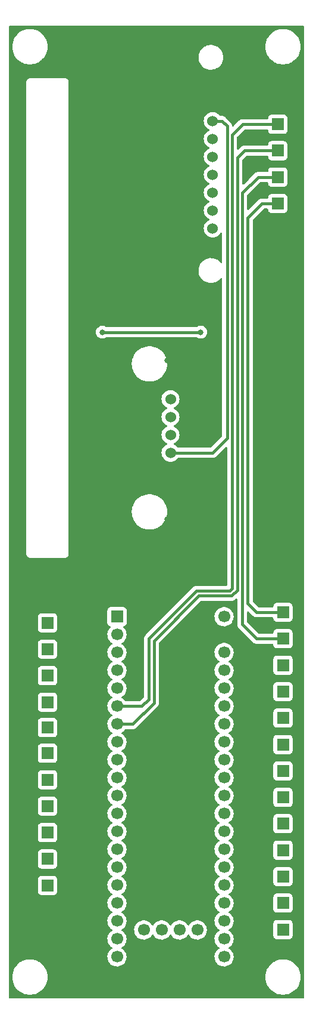
<source format=gbr>
%TF.GenerationSoftware,KiCad,Pcbnew,6.0.7+dfsg-1build1*%
%TF.CreationDate,2023-03-22T19:43:23+01:00*%
%TF.ProjectId,plotter_controller,706c6f74-7465-4725-9f63-6f6e74726f6c,rev?*%
%TF.SameCoordinates,Original*%
%TF.FileFunction,Copper,L2,Bot*%
%TF.FilePolarity,Positive*%
%FSLAX46Y46*%
G04 Gerber Fmt 4.6, Leading zero omitted, Abs format (unit mm)*
G04 Created by KiCad (PCBNEW 6.0.7+dfsg-1build1) date 2023-03-22 19:43:23*
%MOMM*%
%LPD*%
G01*
G04 APERTURE LIST*
%TA.AperFunction,ComponentPad*%
%ADD10R,1.700000X1.700000*%
%TD*%
%TA.AperFunction,ComponentPad*%
%ADD11C,1.524000*%
%TD*%
%TA.AperFunction,ComponentPad*%
%ADD12C,1.700000*%
%TD*%
%TA.AperFunction,ViaPad*%
%ADD13C,0.800000*%
%TD*%
%TA.AperFunction,Conductor*%
%ADD14C,0.400000*%
%TD*%
G04 APERTURE END LIST*
D10*
%TO.P,J1,1,Pin_1*%
%TO.N,/uC_UART1_Tx*%
X112500000Y-118000000D03*
%TD*%
%TO.P,J31,1,Pin_1*%
%TO.N,/uC_UART1_Rx*%
X145250000Y-39750000D03*
%TD*%
%TO.P,J24,1,Pin_1*%
%TO.N,Net-(J24-Pad1)*%
X146000000Y-142750000D03*
%TD*%
%TO.P,J20,1,Pin_1*%
%TO.N,Net-(J20-Pad1)*%
X146000000Y-120250000D03*
%TD*%
%TO.P,J3,1,Pin_1*%
%TO.N,/uC_UART2_Tx*%
X146000000Y-139000000D03*
%TD*%
%TO.P,J11,1,Pin_1*%
%TO.N,Net-(J11-Pad1)*%
X112500000Y-106750000D03*
%TD*%
D11*
%TO.P,D1,1,GND*%
%TO.N,GND*%
X136000000Y-33000000D03*
%TO.P,D1,2,VCC*%
%TO.N,/uC_3.3V*%
X136000000Y-35540000D03*
%TO.P,D1,3,SCL*%
%TO.N,/uC_SCK*%
X136000000Y-38080000D03*
%TO.P,D1,4,SDA*%
%TO.N,/uC_MOSI*%
X136000000Y-40620000D03*
%TO.P,D1,5,RES*%
%TO.N,/uC_RES*%
X136000000Y-43160000D03*
%TO.P,D1,6,DC*%
%TO.N,/uC_DC*%
X136000000Y-45700000D03*
%TO.P,D1,7,CS*%
%TO.N,/uC_CS*%
X136000000Y-48240000D03*
%TO.P,D1,8,BL*%
%TO.N,unconnected-(D1-Pad8)*%
X136000000Y-50780000D03*
%TD*%
D10*
%TO.P,J18,1,Pin_1*%
%TO.N,Net-(J18-Pad1)*%
X112500000Y-140250000D03*
%TD*%
%TO.P,J28,1,Pin_1*%
%TO.N,/uC_UART3_Tx*%
X145250000Y-43500000D03*
%TD*%
%TO.P,J16,1,Pin_1*%
%TO.N,Net-(J16-Pad1)*%
X112500000Y-132750000D03*
%TD*%
%TO.P,J30,1,Pin_1*%
%TO.N,/uC_UART1_Tx*%
X145250000Y-36000000D03*
%TD*%
%TO.P,J4,1,Pin_1*%
%TO.N,/uC_UART2_Rx*%
X146000000Y-135250000D03*
%TD*%
%TO.P,J6,1,Pin_1*%
%TO.N,/uC_UART3_Rx*%
X146000000Y-105250000D03*
%TD*%
%TO.P,U1,1,PB12*%
%TO.N,Net-(J11-Pad1)*%
X122380000Y-105870000D03*
D12*
%TO.P,U1,2,PB13*%
%TO.N,/uC_SCK*%
X122380000Y-108410000D03*
%TO.P,U1,3,PB14*%
%TO.N,Net-(J12-Pad1)*%
X122380000Y-110950000D03*
%TO.P,U1,4,PB15*%
%TO.N,/uC_MOSI*%
X122380000Y-113490000D03*
%TO.P,U1,5,PA8*%
%TO.N,Net-(J13-Pad1)*%
X122380000Y-116030000D03*
%TO.P,U1,6,PA9*%
%TO.N,/uC_UART1_Tx*%
X122380000Y-118570000D03*
%TO.P,U1,7,PA10*%
%TO.N,/uC_UART1_Rx*%
X122380000Y-121110000D03*
%TO.P,U1,8,PA11*%
%TO.N,/uC_buzz*%
X122380000Y-123650000D03*
%TO.P,U1,9,PA12*%
%TO.N,Net-(J14-Pad1)*%
X122380000Y-126190000D03*
%TO.P,U1,10,PA15*%
%TO.N,Net-(J15-Pad1)*%
X122380000Y-128730000D03*
%TO.P,U1,11,PB3*%
%TO.N,Net-(J16-Pad1)*%
X122380000Y-131270000D03*
%TO.P,U1,12,PB4*%
%TO.N,Net-(J17-Pad1)*%
X122380000Y-133810000D03*
%TO.P,U1,13,PB5*%
%TO.N,Net-(J18-Pad1)*%
X122380000Y-136350000D03*
%TO.P,U1,14,PB6*%
%TO.N,/uC_RES*%
X122380000Y-138890000D03*
%TO.P,U1,15,PB7*%
%TO.N,/uC_DC*%
X122380000Y-141430000D03*
%TO.P,U1,16,PB8*%
%TO.N,/uC_CS*%
X122380000Y-143970000D03*
%TO.P,U1,17,PB9*%
%TO.N,Net-(J19-Pad1)*%
X122380000Y-146510000D03*
%TO.P,U1,18,5V*%
%TO.N,/uC_5V*%
X122380000Y-149050000D03*
%TO.P,U1,19,GND*%
%TO.N,unconnected-(U1-Pad19)*%
X122380000Y-151590000D03*
%TO.P,U1,20,3V3*%
%TO.N,unconnected-(U1-Pad20)*%
X122380000Y-154130000D03*
%TO.P,U1,21,VBat*%
%TO.N,unconnected-(U1-Pad21)*%
X137620000Y-154130000D03*
%TO.P,U1,22,PC13*%
%TO.N,Net-(J26-Pad1)*%
X137620000Y-151590000D03*
%TO.P,U1,23,PC14*%
%TO.N,Net-(J25-Pad1)*%
X137620000Y-149050000D03*
%TO.P,U1,24,PC15*%
%TO.N,Net-(J24-Pad1)*%
X137620000Y-146510000D03*
%TO.P,U1,25,PA0*%
%TO.N,/uC_ADC0*%
X137620000Y-143970000D03*
%TO.P,U1,26,PA1*%
%TO.N,/uC_ADC1*%
X137620000Y-141430000D03*
%TO.P,U1,27,PA2*%
%TO.N,/uC_UART2_Tx*%
X137620000Y-138890000D03*
%TO.P,U1,28,PA3*%
%TO.N,/uC_UART2_Rx*%
X137620000Y-136350000D03*
%TO.P,U1,29,PA4*%
%TO.N,Net-(J23-Pad1)*%
X137620000Y-133810000D03*
%TO.P,U1,30,PA5*%
%TO.N,Net-(J22-Pad1)*%
X137620000Y-131270000D03*
%TO.P,U1,31,PA6*%
%TO.N,Net-(J21-Pad1)*%
X137620000Y-128730000D03*
%TO.P,U1,32,PA7*%
%TO.N,Net-(J20-Pad1)*%
X137620000Y-126190000D03*
%TO.P,U1,33,PB0*%
%TO.N,/uC_SELECT*%
X137620000Y-123650000D03*
%TO.P,U1,34,PB1*%
%TO.N,/uC_CANCEL*%
X137620000Y-121110000D03*
%TO.P,U1,35,PB10*%
%TO.N,/uC_UART3_Tx*%
X137620000Y-118570000D03*
%TO.P,U1,36,PB11*%
%TO.N,/uC_UART3_Rx*%
X137620000Y-116030000D03*
%TO.P,U1,37,RST*%
%TO.N,unconnected-(U1-Pad37)*%
X137620000Y-113490000D03*
%TO.P,U1,38,3V3*%
%TO.N,unconnected-(U1-Pad38)*%
X137620000Y-110950000D03*
%TO.P,U1,39,GND*%
%TO.N,GND*%
X137620000Y-108410000D03*
%TO.P,U1,40,GND*%
%TO.N,/uC_3.3V*%
X137620000Y-105870000D03*
%TO.P,U1,41,GND*%
%TO.N,unconnected-(U1-Pad41)*%
X133810000Y-150320000D03*
%TO.P,U1,42,SWCLK*%
%TO.N,unconnected-(U1-Pad42)*%
X131270000Y-150320000D03*
%TO.P,U1,43,SWIO*%
%TO.N,unconnected-(U1-Pad43)*%
X128730000Y-150320000D03*
%TO.P,U1,44,3V3*%
%TO.N,unconnected-(U1-Pad44)*%
X126190000Y-150320000D03*
%TD*%
D10*
%TO.P,J23,1,Pin_1*%
%TO.N,Net-(J23-Pad1)*%
X146000000Y-131500000D03*
%TD*%
%TO.P,J15,1,Pin_1*%
%TO.N,Net-(J15-Pad1)*%
X112500000Y-129000000D03*
%TD*%
%TO.P,J21,1,Pin_1*%
%TO.N,Net-(J21-Pad1)*%
X146000000Y-124000000D03*
%TD*%
%TO.P,J5,1,Pin_1*%
%TO.N,/uC_UART3_Tx*%
X146000000Y-109000000D03*
%TD*%
%TO.P,J2,1,Pin_1*%
%TO.N,/uC_UART1_Rx*%
X112500000Y-121600000D03*
%TD*%
%TO.P,J13,1,Pin_1*%
%TO.N,Net-(J13-Pad1)*%
X112500000Y-114250000D03*
%TD*%
%TO.P,J19,1,Pin_1*%
%TO.N,Net-(J19-Pad1)*%
X112500000Y-144000000D03*
%TD*%
%TO.P,J27,1,Pin_1*%
%TO.N,GND*%
X146000000Y-97500000D03*
%TD*%
%TO.P,J17,1,Pin_1*%
%TO.N,Net-(J17-Pad1)*%
X112500000Y-136500000D03*
%TD*%
%TO.P,J32,1,Pin_1*%
%TO.N,GND*%
X145250000Y-32250000D03*
%TD*%
%TO.P,J8,1,Pin_1*%
%TO.N,/uC_SELECT*%
X146000000Y-116500000D03*
%TD*%
%TO.P,J14,1,Pin_1*%
%TO.N,Net-(J14-Pad1)*%
X112500000Y-125250000D03*
%TD*%
%TO.P,J26,1,Pin_1*%
%TO.N,Net-(J26-Pad1)*%
X146000000Y-150250000D03*
%TD*%
%TO.P,J25,1,Pin_1*%
%TO.N,Net-(J25-Pad1)*%
X146000000Y-146500000D03*
%TD*%
%TO.P,J12,1,Pin_1*%
%TO.N,Net-(J12-Pad1)*%
X112500000Y-110500000D03*
%TD*%
%TO.P,J29,1,Pin_1*%
%TO.N,/uC_UART3_Rx*%
X145250000Y-47250000D03*
%TD*%
%TO.P,J9,1,Pin_1*%
%TO.N,GND*%
X146000000Y-101250000D03*
%TD*%
%TO.P,J22,1,Pin_1*%
%TO.N,Net-(J22-Pad1)*%
X146000000Y-127750000D03*
%TD*%
%TO.P,J7,1,Pin_1*%
%TO.N,/uC_CANCEL*%
X146000000Y-112750000D03*
%TD*%
D11*
%TO.P,J10,1,SW*%
%TO.N,unconnected-(J10-Pad1)*%
X130000000Y-75000000D03*
%TO.P,J10,2,VRY*%
%TO.N,/uC_ADC0*%
X130000000Y-77540000D03*
%TO.P,J10,3,VRX*%
%TO.N,/uC_ADC1*%
X130000000Y-80080000D03*
%TO.P,J10,4,+5V*%
%TO.N,/uC_3.3V*%
X130000000Y-82620000D03*
%TO.P,J10,5,GND*%
%TO.N,GND*%
X130000000Y-85160000D03*
%TD*%
D13*
%TO.N,/uC_buzz*%
X120300000Y-65500000D03*
X134300000Y-65500000D03*
%TO.N,GND*%
X132000000Y-129500000D03*
X132000000Y-69500000D03*
X117000000Y-37000000D03*
X127000000Y-157000000D03*
X144500000Y-72000000D03*
X132000000Y-114500000D03*
X129500000Y-89500000D03*
X144500000Y-87000000D03*
X132000000Y-54500000D03*
X129500000Y-157000000D03*
X134500000Y-77000000D03*
X117000000Y-157000000D03*
X127000000Y-29500000D03*
X117000000Y-27000000D03*
X134500000Y-87000000D03*
X142000000Y-157000000D03*
X117000000Y-39500000D03*
X132000000Y-59500000D03*
X129500000Y-34500000D03*
X129500000Y-92000000D03*
X119500000Y-27000000D03*
X117000000Y-52000000D03*
X142000000Y-27000000D03*
X122000000Y-32000000D03*
X119500000Y-34500000D03*
X112000000Y-154500000D03*
X132000000Y-29500000D03*
X112000000Y-27000000D03*
X132000000Y-132000000D03*
X117000000Y-62000000D03*
X117000000Y-32000000D03*
X117000000Y-42000000D03*
X129500000Y-154500000D03*
X134500000Y-74500000D03*
X134500000Y-97000000D03*
X122000000Y-34500000D03*
X132000000Y-127000000D03*
X117000000Y-44500000D03*
X129500000Y-62000000D03*
X114500000Y-27000000D03*
X119500000Y-32000000D03*
X127000000Y-32000000D03*
X129500000Y-69500000D03*
X117000000Y-29500000D03*
X129500000Y-32000000D03*
X112000000Y-149500000D03*
X127000000Y-34500000D03*
X132000000Y-122000000D03*
X134500000Y-54500000D03*
X144500000Y-79500000D03*
X117000000Y-154500000D03*
X132000000Y-157000000D03*
X117000000Y-49500000D03*
X124500000Y-32000000D03*
X127000000Y-27000000D03*
X122000000Y-27000000D03*
X117000000Y-57000000D03*
X132000000Y-119500000D03*
X114500000Y-157000000D03*
X144500000Y-77000000D03*
X144500000Y-84500000D03*
X117000000Y-47000000D03*
X132000000Y-57000000D03*
X132000000Y-62000000D03*
X124500000Y-27000000D03*
X144500000Y-82000000D03*
X129500000Y-29500000D03*
X124500000Y-29500000D03*
X117000000Y-54500000D03*
X132000000Y-117000000D03*
X132000000Y-27000000D03*
X132000000Y-134500000D03*
X134500000Y-59500000D03*
X132000000Y-124500000D03*
X144500000Y-89500000D03*
X132000000Y-32000000D03*
X132000000Y-92000000D03*
X134500000Y-94500000D03*
X114500000Y-152000000D03*
X129500000Y-59500000D03*
X132000000Y-154500000D03*
X132000000Y-97000000D03*
X117000000Y-152000000D03*
X129500000Y-27000000D03*
X129500000Y-57000000D03*
X144500000Y-74500000D03*
X132000000Y-94500000D03*
X124500000Y-34500000D03*
X119500000Y-29500000D03*
X134500000Y-72000000D03*
X127000000Y-154500000D03*
X112000000Y-152000000D03*
X117000000Y-59500000D03*
X122000000Y-29500000D03*
X132000000Y-34500000D03*
X132000000Y-89500000D03*
X117000000Y-34500000D03*
X144500000Y-92000000D03*
X114500000Y-154500000D03*
X134500000Y-89500000D03*
X139500000Y-27000000D03*
X134500000Y-92000000D03*
X119500000Y-37000000D03*
%TD*%
D14*
%TO.N,/uC_buzz*%
X120300000Y-65500000D02*
X134300000Y-65500000D01*
%TO.N,/uC_3.3V*%
X135980000Y-82620000D02*
X138050000Y-80550000D01*
X130000000Y-82620000D02*
X135980000Y-82620000D01*
X138050000Y-80550000D02*
X138050000Y-36250000D01*
X137340000Y-35540000D02*
X136000000Y-35540000D01*
X138050000Y-36250000D02*
X137340000Y-35540000D01*
%TO.N,/uC_UART1_Tx*%
X138410050Y-102200000D02*
X133710050Y-102200000D01*
X133710050Y-102200000D02*
X126930000Y-108980050D01*
X138750000Y-101860050D02*
X138410050Y-102200000D01*
X126930000Y-108980050D02*
X126930000Y-117570000D01*
X140250000Y-36000000D02*
X138750000Y-37500000D01*
X125930000Y-118570000D02*
X122380000Y-118570000D01*
X138750000Y-37500000D02*
X138750000Y-101860050D01*
X145250000Y-36000000D02*
X140250000Y-36000000D01*
X126930000Y-117570000D02*
X125930000Y-118570000D01*
%TO.N,/uC_UART1_Rx*%
X139500000Y-40750000D02*
X140500000Y-39750000D01*
X138700000Y-102900000D02*
X139500000Y-102100000D01*
X140500000Y-39750000D02*
X145250000Y-39750000D01*
X127630000Y-118120000D02*
X127630000Y-109270000D01*
X139500000Y-102100000D02*
X139500000Y-40750000D01*
X124640000Y-121110000D02*
X127630000Y-118120000D01*
X127630000Y-109270000D02*
X134000000Y-102900000D01*
X134000000Y-102900000D02*
X138700000Y-102900000D01*
X122380000Y-121110000D02*
X124640000Y-121110000D01*
%TO.N,/uC_UART3_Tx*%
X145250000Y-43500000D02*
X142450000Y-43500000D01*
X142250000Y-109000000D02*
X146000000Y-109000000D01*
X140200000Y-45750000D02*
X140200000Y-106950000D01*
X142450000Y-43500000D02*
X140200000Y-45750000D01*
X140200000Y-106950000D02*
X142250000Y-109000000D01*
%TO.N,/uC_UART3_Rx*%
X141000000Y-104000000D02*
X142250000Y-105250000D01*
X143000000Y-47250000D02*
X141000000Y-49250000D01*
X145250000Y-47250000D02*
X143000000Y-47250000D01*
X142250000Y-105250000D02*
X146000000Y-105250000D01*
X141000000Y-49250000D02*
X141000000Y-104000000D01*
%TD*%
%TA.AperFunction,Conductor*%
%TO.N,GND*%
G36*
X148942121Y-22020002D02*
G01*
X148988614Y-22073658D01*
X149000000Y-22126000D01*
X149000000Y-159874000D01*
X148979998Y-159942121D01*
X148926342Y-159988614D01*
X148874000Y-160000000D01*
X107126000Y-160000000D01*
X107057879Y-159979998D01*
X107011386Y-159926342D01*
X107000000Y-159874000D01*
X107000000Y-157000000D01*
X107486540Y-157000000D01*
X107506359Y-157315020D01*
X107565505Y-157625072D01*
X107663044Y-157925266D01*
X107664731Y-157928852D01*
X107664733Y-157928856D01*
X107795750Y-158207283D01*
X107795754Y-158207290D01*
X107797438Y-158210869D01*
X107966568Y-158477375D01*
X108167767Y-158720582D01*
X108397860Y-158936654D01*
X108653221Y-159122184D01*
X108929821Y-159274247D01*
X108933490Y-159275700D01*
X108933495Y-159275702D01*
X109219628Y-159388990D01*
X109223298Y-159390443D01*
X109529025Y-159468940D01*
X109842179Y-159508500D01*
X110157821Y-159508500D01*
X110470975Y-159468940D01*
X110776702Y-159390443D01*
X110780372Y-159388990D01*
X111066505Y-159275702D01*
X111066510Y-159275700D01*
X111070179Y-159274247D01*
X111346779Y-159122184D01*
X111602140Y-158936654D01*
X111832233Y-158720582D01*
X112033432Y-158477375D01*
X112202562Y-158210869D01*
X112204246Y-158207290D01*
X112204250Y-158207283D01*
X112335267Y-157928856D01*
X112335269Y-157928852D01*
X112336956Y-157925266D01*
X112434495Y-157625072D01*
X112493641Y-157315020D01*
X112513460Y-157000000D01*
X143486540Y-157000000D01*
X143506359Y-157315020D01*
X143565505Y-157625072D01*
X143663044Y-157925266D01*
X143664731Y-157928852D01*
X143664733Y-157928856D01*
X143795750Y-158207283D01*
X143795754Y-158207290D01*
X143797438Y-158210869D01*
X143966568Y-158477375D01*
X144167767Y-158720582D01*
X144397860Y-158936654D01*
X144653221Y-159122184D01*
X144929821Y-159274247D01*
X144933490Y-159275700D01*
X144933495Y-159275702D01*
X145219628Y-159388990D01*
X145223298Y-159390443D01*
X145529025Y-159468940D01*
X145842179Y-159508500D01*
X146157821Y-159508500D01*
X146470975Y-159468940D01*
X146776702Y-159390443D01*
X146780372Y-159388990D01*
X147066505Y-159275702D01*
X147066510Y-159275700D01*
X147070179Y-159274247D01*
X147346779Y-159122184D01*
X147602140Y-158936654D01*
X147832233Y-158720582D01*
X148033432Y-158477375D01*
X148202562Y-158210869D01*
X148204246Y-158207290D01*
X148204250Y-158207283D01*
X148335267Y-157928856D01*
X148335269Y-157928852D01*
X148336956Y-157925266D01*
X148434495Y-157625072D01*
X148493641Y-157315020D01*
X148513460Y-157000000D01*
X148493641Y-156684980D01*
X148434495Y-156374928D01*
X148336956Y-156074734D01*
X148330667Y-156061369D01*
X148204250Y-155792717D01*
X148204246Y-155792710D01*
X148202562Y-155789131D01*
X148033432Y-155522625D01*
X147929419Y-155396895D01*
X147834758Y-155282470D01*
X147834757Y-155282469D01*
X147832233Y-155279418D01*
X147602140Y-155063346D01*
X147346779Y-154877816D01*
X147271221Y-154836277D01*
X147073648Y-154727660D01*
X147073647Y-154727659D01*
X147070179Y-154725753D01*
X147066510Y-154724300D01*
X147066505Y-154724298D01*
X146780372Y-154611010D01*
X146780371Y-154611010D01*
X146776702Y-154609557D01*
X146470975Y-154531060D01*
X146157821Y-154491500D01*
X145842179Y-154491500D01*
X145529025Y-154531060D01*
X145223298Y-154609557D01*
X145219629Y-154611010D01*
X145219628Y-154611010D01*
X144933495Y-154724298D01*
X144933490Y-154724300D01*
X144929821Y-154725753D01*
X144926353Y-154727659D01*
X144926352Y-154727660D01*
X144728780Y-154836277D01*
X144653221Y-154877816D01*
X144397860Y-155063346D01*
X144167767Y-155279418D01*
X144165243Y-155282469D01*
X144165242Y-155282470D01*
X144070581Y-155396895D01*
X143966568Y-155522625D01*
X143797438Y-155789131D01*
X143795754Y-155792710D01*
X143795750Y-155792717D01*
X143669333Y-156061369D01*
X143663044Y-156074734D01*
X143565505Y-156374928D01*
X143506359Y-156684980D01*
X143488833Y-156963559D01*
X143486540Y-157000000D01*
X112513460Y-157000000D01*
X112493641Y-156684980D01*
X112434495Y-156374928D01*
X112336956Y-156074734D01*
X112330667Y-156061369D01*
X112204250Y-155792717D01*
X112204246Y-155792710D01*
X112202562Y-155789131D01*
X112033432Y-155522625D01*
X111929419Y-155396895D01*
X111834758Y-155282470D01*
X111834757Y-155282469D01*
X111832233Y-155279418D01*
X111602140Y-155063346D01*
X111346779Y-154877816D01*
X111271221Y-154836277D01*
X111073648Y-154727660D01*
X111073647Y-154727659D01*
X111070179Y-154725753D01*
X111066510Y-154724300D01*
X111066505Y-154724298D01*
X110780372Y-154611010D01*
X110780371Y-154611010D01*
X110776702Y-154609557D01*
X110470975Y-154531060D01*
X110157821Y-154491500D01*
X109842179Y-154491500D01*
X109529025Y-154531060D01*
X109223298Y-154609557D01*
X109219629Y-154611010D01*
X109219628Y-154611010D01*
X108933495Y-154724298D01*
X108933490Y-154724300D01*
X108929821Y-154725753D01*
X108926353Y-154727659D01*
X108926352Y-154727660D01*
X108728780Y-154836277D01*
X108653221Y-154877816D01*
X108397860Y-155063346D01*
X108167767Y-155279418D01*
X108165243Y-155282469D01*
X108165242Y-155282470D01*
X108070581Y-155396895D01*
X107966568Y-155522625D01*
X107797438Y-155789131D01*
X107795754Y-155792710D01*
X107795750Y-155792717D01*
X107669333Y-156061369D01*
X107663044Y-156074734D01*
X107565505Y-156374928D01*
X107506359Y-156684980D01*
X107488833Y-156963559D01*
X107486540Y-157000000D01*
X107000000Y-157000000D01*
X107000000Y-154096695D01*
X121017251Y-154096695D01*
X121017548Y-154101848D01*
X121017548Y-154101851D01*
X121023011Y-154196590D01*
X121030110Y-154319715D01*
X121031247Y-154324761D01*
X121031248Y-154324767D01*
X121051119Y-154412939D01*
X121079222Y-154537639D01*
X121117461Y-154631811D01*
X121155607Y-154725753D01*
X121163266Y-154744616D01*
X121279987Y-154935088D01*
X121426250Y-155103938D01*
X121598126Y-155246632D01*
X121791000Y-155359338D01*
X121999692Y-155439030D01*
X122004760Y-155440061D01*
X122004763Y-155440062D01*
X122112017Y-155461883D01*
X122218597Y-155483567D01*
X122223772Y-155483757D01*
X122223774Y-155483757D01*
X122436673Y-155491564D01*
X122436677Y-155491564D01*
X122441837Y-155491753D01*
X122446957Y-155491097D01*
X122446959Y-155491097D01*
X122658288Y-155464025D01*
X122658289Y-155464025D01*
X122663416Y-155463368D01*
X122668366Y-155461883D01*
X122872429Y-155400661D01*
X122872434Y-155400659D01*
X122877384Y-155399174D01*
X123077994Y-155300896D01*
X123259860Y-155171173D01*
X123418096Y-155013489D01*
X123477594Y-154930689D01*
X123545435Y-154836277D01*
X123548453Y-154832077D01*
X123601002Y-154725753D01*
X123645136Y-154636453D01*
X123645137Y-154636451D01*
X123647430Y-154631811D01*
X123712370Y-154418069D01*
X123741529Y-154196590D01*
X123743156Y-154130000D01*
X123740418Y-154096695D01*
X136257251Y-154096695D01*
X136257548Y-154101848D01*
X136257548Y-154101851D01*
X136263011Y-154196590D01*
X136270110Y-154319715D01*
X136271247Y-154324761D01*
X136271248Y-154324767D01*
X136291119Y-154412939D01*
X136319222Y-154537639D01*
X136357461Y-154631811D01*
X136395607Y-154725753D01*
X136403266Y-154744616D01*
X136519987Y-154935088D01*
X136666250Y-155103938D01*
X136838126Y-155246632D01*
X137031000Y-155359338D01*
X137239692Y-155439030D01*
X137244760Y-155440061D01*
X137244763Y-155440062D01*
X137352017Y-155461883D01*
X137458597Y-155483567D01*
X137463772Y-155483757D01*
X137463774Y-155483757D01*
X137676673Y-155491564D01*
X137676677Y-155491564D01*
X137681837Y-155491753D01*
X137686957Y-155491097D01*
X137686959Y-155491097D01*
X137898288Y-155464025D01*
X137898289Y-155464025D01*
X137903416Y-155463368D01*
X137908366Y-155461883D01*
X138112429Y-155400661D01*
X138112434Y-155400659D01*
X138117384Y-155399174D01*
X138317994Y-155300896D01*
X138499860Y-155171173D01*
X138658096Y-155013489D01*
X138717594Y-154930689D01*
X138785435Y-154836277D01*
X138788453Y-154832077D01*
X138841002Y-154725753D01*
X138885136Y-154636453D01*
X138885137Y-154636451D01*
X138887430Y-154631811D01*
X138952370Y-154418069D01*
X138981529Y-154196590D01*
X138983156Y-154130000D01*
X138964852Y-153907361D01*
X138910431Y-153690702D01*
X138821354Y-153485840D01*
X138700014Y-153298277D01*
X138549670Y-153133051D01*
X138545619Y-153129852D01*
X138545615Y-153129848D01*
X138378414Y-152997800D01*
X138378410Y-152997798D01*
X138374359Y-152994598D01*
X138333053Y-152971796D01*
X138283084Y-152921364D01*
X138268312Y-152851921D01*
X138293428Y-152785516D01*
X138320780Y-152758909D01*
X138364603Y-152727650D01*
X138499860Y-152631173D01*
X138658096Y-152473489D01*
X138717594Y-152390689D01*
X138785435Y-152296277D01*
X138788453Y-152292077D01*
X138887430Y-152091811D01*
X138952370Y-151878069D01*
X138981529Y-151656590D01*
X138982177Y-151630062D01*
X138983074Y-151593365D01*
X138983074Y-151593361D01*
X138983156Y-151590000D01*
X138964852Y-151367361D01*
X138910431Y-151150702D01*
X138909314Y-151148134D01*
X144641500Y-151148134D01*
X144648255Y-151210316D01*
X144699385Y-151346705D01*
X144786739Y-151463261D01*
X144903295Y-151550615D01*
X145039684Y-151601745D01*
X145101866Y-151608500D01*
X146898134Y-151608500D01*
X146960316Y-151601745D01*
X147096705Y-151550615D01*
X147213261Y-151463261D01*
X147300615Y-151346705D01*
X147351745Y-151210316D01*
X147358500Y-151148134D01*
X147358500Y-149351866D01*
X147351745Y-149289684D01*
X147300615Y-149153295D01*
X147213261Y-149036739D01*
X147096705Y-148949385D01*
X146960316Y-148898255D01*
X146898134Y-148891500D01*
X145101866Y-148891500D01*
X145039684Y-148898255D01*
X144903295Y-148949385D01*
X144786739Y-149036739D01*
X144699385Y-149153295D01*
X144648255Y-149289684D01*
X144641500Y-149351866D01*
X144641500Y-151148134D01*
X138909314Y-151148134D01*
X138821354Y-150945840D01*
X138700014Y-150758277D01*
X138549670Y-150593051D01*
X138545619Y-150589852D01*
X138545615Y-150589848D01*
X138378414Y-150457800D01*
X138378410Y-150457798D01*
X138374359Y-150454598D01*
X138333053Y-150431796D01*
X138283084Y-150381364D01*
X138268312Y-150311921D01*
X138293428Y-150245516D01*
X138320780Y-150218909D01*
X138364603Y-150187650D01*
X138499860Y-150091173D01*
X138658096Y-149933489D01*
X138717594Y-149850689D01*
X138785435Y-149756277D01*
X138788453Y-149752077D01*
X138826132Y-149675840D01*
X138885136Y-149556453D01*
X138885137Y-149556451D01*
X138887430Y-149551811D01*
X138952370Y-149338069D01*
X138981529Y-149116590D01*
X138982505Y-149076638D01*
X138983074Y-149053365D01*
X138983074Y-149053361D01*
X138983156Y-149050000D01*
X138964852Y-148827361D01*
X138910431Y-148610702D01*
X138821354Y-148405840D01*
X138700014Y-148218277D01*
X138549670Y-148053051D01*
X138545619Y-148049852D01*
X138545615Y-148049848D01*
X138378414Y-147917800D01*
X138378410Y-147917798D01*
X138374359Y-147914598D01*
X138333053Y-147891796D01*
X138283084Y-147841364D01*
X138268312Y-147771921D01*
X138293428Y-147705516D01*
X138320780Y-147678909D01*
X138364603Y-147647650D01*
X138499860Y-147551173D01*
X138653435Y-147398134D01*
X144641500Y-147398134D01*
X144648255Y-147460316D01*
X144699385Y-147596705D01*
X144786739Y-147713261D01*
X144903295Y-147800615D01*
X145039684Y-147851745D01*
X145101866Y-147858500D01*
X146898134Y-147858500D01*
X146960316Y-147851745D01*
X147096705Y-147800615D01*
X147213261Y-147713261D01*
X147300615Y-147596705D01*
X147351745Y-147460316D01*
X147358500Y-147398134D01*
X147358500Y-145601866D01*
X147351745Y-145539684D01*
X147300615Y-145403295D01*
X147213261Y-145286739D01*
X147096705Y-145199385D01*
X146960316Y-145148255D01*
X146898134Y-145141500D01*
X145101866Y-145141500D01*
X145039684Y-145148255D01*
X144903295Y-145199385D01*
X144786739Y-145286739D01*
X144699385Y-145403295D01*
X144648255Y-145539684D01*
X144641500Y-145601866D01*
X144641500Y-147398134D01*
X138653435Y-147398134D01*
X138658096Y-147393489D01*
X138717594Y-147310689D01*
X138785435Y-147216277D01*
X138788453Y-147212077D01*
X138887430Y-147011811D01*
X138952370Y-146798069D01*
X138981529Y-146576590D01*
X138983156Y-146510000D01*
X138964852Y-146287361D01*
X138910431Y-146070702D01*
X138821354Y-145865840D01*
X138700014Y-145678277D01*
X138549670Y-145513051D01*
X138545619Y-145509852D01*
X138545615Y-145509848D01*
X138378414Y-145377800D01*
X138378410Y-145377798D01*
X138374359Y-145374598D01*
X138333053Y-145351796D01*
X138283084Y-145301364D01*
X138268312Y-145231921D01*
X138293428Y-145165516D01*
X138320780Y-145138909D01*
X138379948Y-145096705D01*
X138499860Y-145011173D01*
X138658096Y-144853489D01*
X138717594Y-144770689D01*
X138785435Y-144676277D01*
X138788453Y-144672077D01*
X138887430Y-144471811D01*
X138952370Y-144258069D01*
X138981529Y-144036590D01*
X138983156Y-143970000D01*
X138964852Y-143747361D01*
X138939928Y-143648134D01*
X144641500Y-143648134D01*
X144648255Y-143710316D01*
X144699385Y-143846705D01*
X144786739Y-143963261D01*
X144903295Y-144050615D01*
X145039684Y-144101745D01*
X145101866Y-144108500D01*
X146898134Y-144108500D01*
X146960316Y-144101745D01*
X147096705Y-144050615D01*
X147213261Y-143963261D01*
X147300615Y-143846705D01*
X147351745Y-143710316D01*
X147358500Y-143648134D01*
X147358500Y-141851866D01*
X147351745Y-141789684D01*
X147300615Y-141653295D01*
X147213261Y-141536739D01*
X147096705Y-141449385D01*
X146960316Y-141398255D01*
X146898134Y-141391500D01*
X145101866Y-141391500D01*
X145039684Y-141398255D01*
X144903295Y-141449385D01*
X144786739Y-141536739D01*
X144699385Y-141653295D01*
X144648255Y-141789684D01*
X144641500Y-141851866D01*
X144641500Y-143648134D01*
X138939928Y-143648134D01*
X138910431Y-143530702D01*
X138821354Y-143325840D01*
X138700014Y-143138277D01*
X138549670Y-142973051D01*
X138545619Y-142969852D01*
X138545615Y-142969848D01*
X138378414Y-142837800D01*
X138378410Y-142837798D01*
X138374359Y-142834598D01*
X138333053Y-142811796D01*
X138283084Y-142761364D01*
X138268312Y-142691921D01*
X138293428Y-142625516D01*
X138320780Y-142598909D01*
X138364603Y-142567650D01*
X138499860Y-142471173D01*
X138658096Y-142313489D01*
X138717594Y-142230689D01*
X138785435Y-142136277D01*
X138788453Y-142132077D01*
X138887430Y-141931811D01*
X138952370Y-141718069D01*
X138981529Y-141496590D01*
X138982212Y-141468642D01*
X138983074Y-141433365D01*
X138983074Y-141433361D01*
X138983156Y-141430000D01*
X138964852Y-141207361D01*
X138910431Y-140990702D01*
X138821354Y-140785840D01*
X138700014Y-140598277D01*
X138549670Y-140433051D01*
X138545619Y-140429852D01*
X138545615Y-140429848D01*
X138378414Y-140297800D01*
X138378410Y-140297798D01*
X138374359Y-140294598D01*
X138333053Y-140271796D01*
X138283084Y-140221364D01*
X138268312Y-140151921D01*
X138293428Y-140085516D01*
X138320780Y-140058909D01*
X138364603Y-140027650D01*
X138499860Y-139931173D01*
X138533015Y-139898134D01*
X144641500Y-139898134D01*
X144648255Y-139960316D01*
X144699385Y-140096705D01*
X144786739Y-140213261D01*
X144903295Y-140300615D01*
X145039684Y-140351745D01*
X145101866Y-140358500D01*
X146898134Y-140358500D01*
X146960316Y-140351745D01*
X147096705Y-140300615D01*
X147213261Y-140213261D01*
X147300615Y-140096705D01*
X147351745Y-139960316D01*
X147358500Y-139898134D01*
X147358500Y-138101866D01*
X147351745Y-138039684D01*
X147300615Y-137903295D01*
X147213261Y-137786739D01*
X147096705Y-137699385D01*
X146960316Y-137648255D01*
X146898134Y-137641500D01*
X145101866Y-137641500D01*
X145039684Y-137648255D01*
X144903295Y-137699385D01*
X144786739Y-137786739D01*
X144699385Y-137903295D01*
X144648255Y-138039684D01*
X144641500Y-138101866D01*
X144641500Y-139898134D01*
X138533015Y-139898134D01*
X138658096Y-139773489D01*
X138717594Y-139690689D01*
X138785435Y-139596277D01*
X138788453Y-139592077D01*
X138887430Y-139391811D01*
X138952370Y-139178069D01*
X138981529Y-138956590D01*
X138982887Y-138901029D01*
X138983074Y-138893365D01*
X138983074Y-138893361D01*
X138983156Y-138890000D01*
X138964852Y-138667361D01*
X138910431Y-138450702D01*
X138821354Y-138245840D01*
X138728213Y-138101866D01*
X138702822Y-138062617D01*
X138702820Y-138062614D01*
X138700014Y-138058277D01*
X138549670Y-137893051D01*
X138545619Y-137889852D01*
X138545615Y-137889848D01*
X138378414Y-137757800D01*
X138378410Y-137757798D01*
X138374359Y-137754598D01*
X138333053Y-137731796D01*
X138283084Y-137681364D01*
X138268312Y-137611921D01*
X138293428Y-137545516D01*
X138320780Y-137518909D01*
X138364603Y-137487650D01*
X138499860Y-137391173D01*
X138658096Y-137233489D01*
X138717594Y-137150689D01*
X138785435Y-137056277D01*
X138788453Y-137052077D01*
X138887430Y-136851811D01*
X138952370Y-136638069D01*
X138981529Y-136416590D01*
X138983156Y-136350000D01*
X138966560Y-136148134D01*
X144641500Y-136148134D01*
X144648255Y-136210316D01*
X144699385Y-136346705D01*
X144786739Y-136463261D01*
X144903295Y-136550615D01*
X145039684Y-136601745D01*
X145101866Y-136608500D01*
X146898134Y-136608500D01*
X146960316Y-136601745D01*
X147096705Y-136550615D01*
X147213261Y-136463261D01*
X147300615Y-136346705D01*
X147351745Y-136210316D01*
X147358500Y-136148134D01*
X147358500Y-134351866D01*
X147351745Y-134289684D01*
X147300615Y-134153295D01*
X147213261Y-134036739D01*
X147096705Y-133949385D01*
X146960316Y-133898255D01*
X146898134Y-133891500D01*
X145101866Y-133891500D01*
X145039684Y-133898255D01*
X144903295Y-133949385D01*
X144786739Y-134036739D01*
X144699385Y-134153295D01*
X144648255Y-134289684D01*
X144641500Y-134351866D01*
X144641500Y-136148134D01*
X138966560Y-136148134D01*
X138964852Y-136127361D01*
X138910431Y-135910702D01*
X138821354Y-135705840D01*
X138700014Y-135518277D01*
X138549670Y-135353051D01*
X138545619Y-135349852D01*
X138545615Y-135349848D01*
X138378414Y-135217800D01*
X138378410Y-135217798D01*
X138374359Y-135214598D01*
X138333053Y-135191796D01*
X138283084Y-135141364D01*
X138268312Y-135071921D01*
X138293428Y-135005516D01*
X138320780Y-134978909D01*
X138364603Y-134947650D01*
X138499860Y-134851173D01*
X138658096Y-134693489D01*
X138717594Y-134610689D01*
X138785435Y-134516277D01*
X138788453Y-134512077D01*
X138887430Y-134311811D01*
X138919900Y-134204940D01*
X138950865Y-134103023D01*
X138950865Y-134103021D01*
X138952370Y-134098069D01*
X138981529Y-133876590D01*
X138983156Y-133810000D01*
X138964852Y-133587361D01*
X138910431Y-133370702D01*
X138821354Y-133165840D01*
X138700014Y-132978277D01*
X138549670Y-132813051D01*
X138545619Y-132809852D01*
X138545615Y-132809848D01*
X138378414Y-132677800D01*
X138378410Y-132677798D01*
X138374359Y-132674598D01*
X138333053Y-132651796D01*
X138283084Y-132601364D01*
X138268312Y-132531921D01*
X138293428Y-132465516D01*
X138320780Y-132438909D01*
X138377945Y-132398134D01*
X144641500Y-132398134D01*
X144648255Y-132460316D01*
X144699385Y-132596705D01*
X144786739Y-132713261D01*
X144903295Y-132800615D01*
X145039684Y-132851745D01*
X145101866Y-132858500D01*
X146898134Y-132858500D01*
X146960316Y-132851745D01*
X147096705Y-132800615D01*
X147213261Y-132713261D01*
X147300615Y-132596705D01*
X147351745Y-132460316D01*
X147358500Y-132398134D01*
X147358500Y-130601866D01*
X147351745Y-130539684D01*
X147300615Y-130403295D01*
X147213261Y-130286739D01*
X147096705Y-130199385D01*
X146960316Y-130148255D01*
X146898134Y-130141500D01*
X145101866Y-130141500D01*
X145039684Y-130148255D01*
X144903295Y-130199385D01*
X144786739Y-130286739D01*
X144699385Y-130403295D01*
X144648255Y-130539684D01*
X144641500Y-130601866D01*
X144641500Y-132398134D01*
X138377945Y-132398134D01*
X138382735Y-132394717D01*
X138499860Y-132311173D01*
X138658096Y-132153489D01*
X138717594Y-132070689D01*
X138785435Y-131976277D01*
X138788453Y-131972077D01*
X138849544Y-131848469D01*
X138885136Y-131776453D01*
X138885137Y-131776451D01*
X138887430Y-131771811D01*
X138952370Y-131558069D01*
X138981529Y-131336590D01*
X138983156Y-131270000D01*
X138964852Y-131047361D01*
X138910431Y-130830702D01*
X138821354Y-130625840D01*
X138700014Y-130438277D01*
X138549670Y-130273051D01*
X138545619Y-130269852D01*
X138545615Y-130269848D01*
X138378414Y-130137800D01*
X138378410Y-130137798D01*
X138374359Y-130134598D01*
X138333053Y-130111796D01*
X138283084Y-130061364D01*
X138268312Y-129991921D01*
X138293428Y-129925516D01*
X138320780Y-129898909D01*
X138364603Y-129867650D01*
X138499860Y-129771173D01*
X138658096Y-129613489D01*
X138717594Y-129530689D01*
X138785435Y-129436277D01*
X138788453Y-129432077D01*
X138887430Y-129231811D01*
X138952370Y-129018069D01*
X138981529Y-128796590D01*
X138983156Y-128730000D01*
X138976425Y-128648134D01*
X144641500Y-128648134D01*
X144648255Y-128710316D01*
X144699385Y-128846705D01*
X144786739Y-128963261D01*
X144903295Y-129050615D01*
X145039684Y-129101745D01*
X145101866Y-129108500D01*
X146898134Y-129108500D01*
X146960316Y-129101745D01*
X147096705Y-129050615D01*
X147213261Y-128963261D01*
X147300615Y-128846705D01*
X147351745Y-128710316D01*
X147358500Y-128648134D01*
X147358500Y-126851866D01*
X147351745Y-126789684D01*
X147300615Y-126653295D01*
X147213261Y-126536739D01*
X147096705Y-126449385D01*
X146960316Y-126398255D01*
X146898134Y-126391500D01*
X145101866Y-126391500D01*
X145039684Y-126398255D01*
X144903295Y-126449385D01*
X144786739Y-126536739D01*
X144699385Y-126653295D01*
X144648255Y-126789684D01*
X144641500Y-126851866D01*
X144641500Y-128648134D01*
X138976425Y-128648134D01*
X138964852Y-128507361D01*
X138910431Y-128290702D01*
X138821354Y-128085840D01*
X138708700Y-127911703D01*
X138702822Y-127902617D01*
X138702820Y-127902614D01*
X138700014Y-127898277D01*
X138549670Y-127733051D01*
X138545619Y-127729852D01*
X138545615Y-127729848D01*
X138378414Y-127597800D01*
X138378410Y-127597798D01*
X138374359Y-127594598D01*
X138333053Y-127571796D01*
X138283084Y-127521364D01*
X138268312Y-127451921D01*
X138293428Y-127385516D01*
X138320780Y-127358909D01*
X138364603Y-127327650D01*
X138499860Y-127231173D01*
X138658096Y-127073489D01*
X138717594Y-126990689D01*
X138785435Y-126896277D01*
X138788453Y-126892077D01*
X138808327Y-126851866D01*
X138885136Y-126696453D01*
X138885137Y-126696451D01*
X138887430Y-126691811D01*
X138952370Y-126478069D01*
X138981529Y-126256590D01*
X138983156Y-126190000D01*
X138964852Y-125967361D01*
X138910431Y-125750702D01*
X138821354Y-125545840D01*
X138700014Y-125358277D01*
X138549670Y-125193051D01*
X138545619Y-125189852D01*
X138545615Y-125189848D01*
X138378414Y-125057800D01*
X138378410Y-125057798D01*
X138374359Y-125054598D01*
X138333053Y-125031796D01*
X138283084Y-124981364D01*
X138268312Y-124911921D01*
X138273527Y-124898134D01*
X144641500Y-124898134D01*
X144648255Y-124960316D01*
X144699385Y-125096705D01*
X144786739Y-125213261D01*
X144903295Y-125300615D01*
X145039684Y-125351745D01*
X145101866Y-125358500D01*
X146898134Y-125358500D01*
X146960316Y-125351745D01*
X147096705Y-125300615D01*
X147213261Y-125213261D01*
X147300615Y-125096705D01*
X147351745Y-124960316D01*
X147358500Y-124898134D01*
X147358500Y-123101866D01*
X147351745Y-123039684D01*
X147300615Y-122903295D01*
X147213261Y-122786739D01*
X147096705Y-122699385D01*
X146960316Y-122648255D01*
X146898134Y-122641500D01*
X145101866Y-122641500D01*
X145039684Y-122648255D01*
X144903295Y-122699385D01*
X144786739Y-122786739D01*
X144699385Y-122903295D01*
X144648255Y-123039684D01*
X144641500Y-123101866D01*
X144641500Y-124898134D01*
X138273527Y-124898134D01*
X138293428Y-124845516D01*
X138320780Y-124818909D01*
X138364603Y-124787650D01*
X138499860Y-124691173D01*
X138658096Y-124533489D01*
X138717594Y-124450689D01*
X138785435Y-124356277D01*
X138788453Y-124352077D01*
X138819290Y-124289684D01*
X138885136Y-124156453D01*
X138885137Y-124156451D01*
X138887430Y-124151811D01*
X138952370Y-123938069D01*
X138981529Y-123716590D01*
X138983156Y-123650000D01*
X138964852Y-123427361D01*
X138910431Y-123210702D01*
X138821354Y-123005840D01*
X138700014Y-122818277D01*
X138549670Y-122653051D01*
X138545619Y-122649852D01*
X138545615Y-122649848D01*
X138378414Y-122517800D01*
X138378410Y-122517798D01*
X138374359Y-122514598D01*
X138333053Y-122491796D01*
X138283084Y-122441364D01*
X138268312Y-122371921D01*
X138293428Y-122305516D01*
X138320780Y-122278909D01*
X138364603Y-122247650D01*
X138499860Y-122151173D01*
X138658096Y-121993489D01*
X138717594Y-121910689D01*
X138785435Y-121816277D01*
X138788453Y-121812077D01*
X138796167Y-121796470D01*
X138885136Y-121616453D01*
X138885137Y-121616451D01*
X138887430Y-121611811D01*
X138952370Y-121398069D01*
X138981529Y-121176590D01*
X138982224Y-121148134D01*
X144641500Y-121148134D01*
X144648255Y-121210316D01*
X144699385Y-121346705D01*
X144786739Y-121463261D01*
X144903295Y-121550615D01*
X145039684Y-121601745D01*
X145101866Y-121608500D01*
X146898134Y-121608500D01*
X146960316Y-121601745D01*
X147096705Y-121550615D01*
X147213261Y-121463261D01*
X147300615Y-121346705D01*
X147351745Y-121210316D01*
X147358500Y-121148134D01*
X147358500Y-119351866D01*
X147351745Y-119289684D01*
X147300615Y-119153295D01*
X147213261Y-119036739D01*
X147096705Y-118949385D01*
X146960316Y-118898255D01*
X146898134Y-118891500D01*
X145101866Y-118891500D01*
X145039684Y-118898255D01*
X144903295Y-118949385D01*
X144786739Y-119036739D01*
X144699385Y-119153295D01*
X144648255Y-119289684D01*
X144641500Y-119351866D01*
X144641500Y-121148134D01*
X138982224Y-121148134D01*
X138983156Y-121110000D01*
X138964852Y-120887361D01*
X138910431Y-120670702D01*
X138821354Y-120465840D01*
X138717154Y-120304771D01*
X138702822Y-120282617D01*
X138702818Y-120282612D01*
X138700014Y-120278277D01*
X138549670Y-120113051D01*
X138545619Y-120109852D01*
X138545615Y-120109848D01*
X138378414Y-119977800D01*
X138378410Y-119977798D01*
X138374359Y-119974598D01*
X138333053Y-119951796D01*
X138283084Y-119901364D01*
X138268312Y-119831921D01*
X138293428Y-119765516D01*
X138320780Y-119738909D01*
X138364603Y-119707650D01*
X138499860Y-119611173D01*
X138658096Y-119453489D01*
X138717594Y-119370689D01*
X138785435Y-119276277D01*
X138788453Y-119272077D01*
X138817522Y-119213261D01*
X138885136Y-119076453D01*
X138885137Y-119076451D01*
X138887430Y-119071811D01*
X138940420Y-118897402D01*
X138950865Y-118863023D01*
X138950865Y-118863021D01*
X138952370Y-118858069D01*
X138981529Y-118636590D01*
X138983156Y-118570000D01*
X138964852Y-118347361D01*
X138910431Y-118130702D01*
X138821354Y-117925840D01*
X138742494Y-117803941D01*
X138702822Y-117742617D01*
X138702818Y-117742612D01*
X138700014Y-117738277D01*
X138549670Y-117573051D01*
X138545619Y-117569852D01*
X138545615Y-117569848D01*
X138378414Y-117437800D01*
X138378410Y-117437798D01*
X138374359Y-117434598D01*
X138333053Y-117411796D01*
X138319516Y-117398134D01*
X144641500Y-117398134D01*
X144648255Y-117460316D01*
X144699385Y-117596705D01*
X144786739Y-117713261D01*
X144903295Y-117800615D01*
X145039684Y-117851745D01*
X145101866Y-117858500D01*
X146898134Y-117858500D01*
X146960316Y-117851745D01*
X147096705Y-117800615D01*
X147213261Y-117713261D01*
X147300615Y-117596705D01*
X147351745Y-117460316D01*
X147358500Y-117398134D01*
X147358500Y-115601866D01*
X147351745Y-115539684D01*
X147300615Y-115403295D01*
X147213261Y-115286739D01*
X147096705Y-115199385D01*
X146960316Y-115148255D01*
X146898134Y-115141500D01*
X145101866Y-115141500D01*
X145039684Y-115148255D01*
X144903295Y-115199385D01*
X144786739Y-115286739D01*
X144699385Y-115403295D01*
X144648255Y-115539684D01*
X144641500Y-115601866D01*
X144641500Y-117398134D01*
X138319516Y-117398134D01*
X138283084Y-117361364D01*
X138268312Y-117291921D01*
X138293428Y-117225516D01*
X138320780Y-117198909D01*
X138364603Y-117167650D01*
X138499860Y-117071173D01*
X138658096Y-116913489D01*
X138717594Y-116830689D01*
X138785435Y-116736277D01*
X138788453Y-116732077D01*
X138801949Y-116704771D01*
X138885136Y-116536453D01*
X138885137Y-116536451D01*
X138887430Y-116531811D01*
X138952370Y-116318069D01*
X138981529Y-116096590D01*
X138983156Y-116030000D01*
X138964852Y-115807361D01*
X138910431Y-115590702D01*
X138821354Y-115385840D01*
X138712589Y-115217715D01*
X138702822Y-115202617D01*
X138702820Y-115202614D01*
X138700014Y-115198277D01*
X138549670Y-115033051D01*
X138545619Y-115029852D01*
X138545615Y-115029848D01*
X138378414Y-114897800D01*
X138378410Y-114897798D01*
X138374359Y-114894598D01*
X138333053Y-114871796D01*
X138283084Y-114821364D01*
X138268312Y-114751921D01*
X138293428Y-114685516D01*
X138320780Y-114658909D01*
X138364603Y-114627650D01*
X138499860Y-114531173D01*
X138658096Y-114373489D01*
X138717594Y-114290689D01*
X138785435Y-114196277D01*
X138788453Y-114192077D01*
X138829942Y-114108131D01*
X138885136Y-113996453D01*
X138885137Y-113996451D01*
X138887430Y-113991811D01*
X138952370Y-113778069D01*
X138969477Y-113648134D01*
X144641500Y-113648134D01*
X144648255Y-113710316D01*
X144699385Y-113846705D01*
X144786739Y-113963261D01*
X144903295Y-114050615D01*
X145039684Y-114101745D01*
X145101866Y-114108500D01*
X146898134Y-114108500D01*
X146960316Y-114101745D01*
X147096705Y-114050615D01*
X147213261Y-113963261D01*
X147300615Y-113846705D01*
X147351745Y-113710316D01*
X147358500Y-113648134D01*
X147358500Y-111851866D01*
X147351745Y-111789684D01*
X147300615Y-111653295D01*
X147213261Y-111536739D01*
X147096705Y-111449385D01*
X146960316Y-111398255D01*
X146898134Y-111391500D01*
X145101866Y-111391500D01*
X145039684Y-111398255D01*
X144903295Y-111449385D01*
X144786739Y-111536739D01*
X144699385Y-111653295D01*
X144648255Y-111789684D01*
X144641500Y-111851866D01*
X144641500Y-113648134D01*
X138969477Y-113648134D01*
X138981529Y-113556590D01*
X138983156Y-113490000D01*
X138964852Y-113267361D01*
X138910431Y-113050702D01*
X138821354Y-112845840D01*
X138700014Y-112658277D01*
X138549670Y-112493051D01*
X138545619Y-112489852D01*
X138545615Y-112489848D01*
X138378414Y-112357800D01*
X138378410Y-112357798D01*
X138374359Y-112354598D01*
X138333053Y-112331796D01*
X138283084Y-112281364D01*
X138268312Y-112211921D01*
X138293428Y-112145516D01*
X138320780Y-112118909D01*
X138364603Y-112087650D01*
X138499860Y-111991173D01*
X138658096Y-111833489D01*
X138685589Y-111795229D01*
X138785435Y-111656277D01*
X138788453Y-111652077D01*
X138815820Y-111596705D01*
X138885136Y-111456453D01*
X138885137Y-111456451D01*
X138887430Y-111451811D01*
X138952370Y-111238069D01*
X138981529Y-111016590D01*
X138983156Y-110950000D01*
X138964852Y-110727361D01*
X138910431Y-110510702D01*
X138821354Y-110305840D01*
X138700014Y-110118277D01*
X138549670Y-109953051D01*
X138545619Y-109949852D01*
X138545615Y-109949848D01*
X138378414Y-109817800D01*
X138378410Y-109817798D01*
X138374359Y-109814598D01*
X138178789Y-109706638D01*
X138173920Y-109704914D01*
X138173916Y-109704912D01*
X137973087Y-109633795D01*
X137973083Y-109633794D01*
X137968212Y-109632069D01*
X137963119Y-109631162D01*
X137963116Y-109631161D01*
X137753373Y-109593800D01*
X137753367Y-109593799D01*
X137748284Y-109592894D01*
X137674452Y-109591992D01*
X137530081Y-109590228D01*
X137530079Y-109590228D01*
X137524911Y-109590165D01*
X137304091Y-109623955D01*
X137091756Y-109693357D01*
X136893607Y-109796507D01*
X136889474Y-109799610D01*
X136889471Y-109799612D01*
X136719100Y-109927530D01*
X136714965Y-109930635D01*
X136649346Y-109999301D01*
X136564300Y-110088297D01*
X136560629Y-110092138D01*
X136557715Y-110096410D01*
X136557714Y-110096411D01*
X136474334Y-110218642D01*
X136434743Y-110276680D01*
X136340688Y-110479305D01*
X136280989Y-110694570D01*
X136257251Y-110916695D01*
X136257548Y-110921848D01*
X136257548Y-110921851D01*
X136263011Y-111016590D01*
X136270110Y-111139715D01*
X136271247Y-111144761D01*
X136271248Y-111144767D01*
X136291119Y-111232939D01*
X136319222Y-111357639D01*
X136403266Y-111564616D01*
X136405965Y-111569020D01*
X136489956Y-111706081D01*
X136519987Y-111755088D01*
X136666250Y-111923938D01*
X136838126Y-112066632D01*
X136908595Y-112107811D01*
X136911445Y-112109476D01*
X136960169Y-112161114D01*
X136973240Y-112230897D01*
X136946509Y-112296669D01*
X136906055Y-112330027D01*
X136893607Y-112336507D01*
X136889474Y-112339610D01*
X136889471Y-112339612D01*
X136865247Y-112357800D01*
X136714965Y-112470635D01*
X136560629Y-112632138D01*
X136434743Y-112816680D01*
X136419003Y-112850590D01*
X136370644Y-112954771D01*
X136340688Y-113019305D01*
X136280989Y-113234570D01*
X136257251Y-113456695D01*
X136257548Y-113461848D01*
X136257548Y-113461851D01*
X136263011Y-113556590D01*
X136270110Y-113679715D01*
X136271247Y-113684761D01*
X136271248Y-113684767D01*
X136291119Y-113772939D01*
X136319222Y-113897639D01*
X136403266Y-114104616D01*
X136519987Y-114295088D01*
X136666250Y-114463938D01*
X136838126Y-114606632D01*
X136908595Y-114647811D01*
X136911445Y-114649476D01*
X136960169Y-114701114D01*
X136973240Y-114770897D01*
X136946509Y-114836669D01*
X136906055Y-114870027D01*
X136893607Y-114876507D01*
X136889474Y-114879610D01*
X136889471Y-114879612D01*
X136865247Y-114897800D01*
X136714965Y-115010635D01*
X136711393Y-115014373D01*
X136580322Y-115151531D01*
X136560629Y-115172138D01*
X136557715Y-115176410D01*
X136557714Y-115176411D01*
X136477556Y-115293919D01*
X136434743Y-115356680D01*
X136419003Y-115390590D01*
X136343259Y-115553767D01*
X136340688Y-115559305D01*
X136280989Y-115774570D01*
X136257251Y-115996695D01*
X136257548Y-116001848D01*
X136257548Y-116001851D01*
X136263011Y-116096590D01*
X136270110Y-116219715D01*
X136271247Y-116224761D01*
X136271248Y-116224767D01*
X136291119Y-116312939D01*
X136319222Y-116437639D01*
X136403266Y-116644616D01*
X136405965Y-116649020D01*
X136494759Y-116793919D01*
X136519987Y-116835088D01*
X136666250Y-117003938D01*
X136838126Y-117146632D01*
X136908595Y-117187811D01*
X136911445Y-117189476D01*
X136960169Y-117241114D01*
X136973240Y-117310897D01*
X136946509Y-117376669D01*
X136906055Y-117410027D01*
X136893607Y-117416507D01*
X136889474Y-117419610D01*
X136889471Y-117419612D01*
X136825404Y-117467715D01*
X136714965Y-117550635D01*
X136560629Y-117712138D01*
X136434743Y-117896680D01*
X136340688Y-118099305D01*
X136280989Y-118314570D01*
X136257251Y-118536695D01*
X136257548Y-118541848D01*
X136257548Y-118541851D01*
X136262953Y-118635596D01*
X136270110Y-118759715D01*
X136271247Y-118764761D01*
X136271248Y-118764767D01*
X136291119Y-118852939D01*
X136319222Y-118977639D01*
X136403266Y-119184616D01*
X136405965Y-119189020D01*
X136507851Y-119355283D01*
X136519987Y-119375088D01*
X136666250Y-119543938D01*
X136838126Y-119686632D01*
X136908595Y-119727811D01*
X136911445Y-119729476D01*
X136960169Y-119781114D01*
X136973240Y-119850897D01*
X136946509Y-119916669D01*
X136906055Y-119950027D01*
X136893607Y-119956507D01*
X136889474Y-119959610D01*
X136889471Y-119959612D01*
X136865247Y-119977800D01*
X136714965Y-120090635D01*
X136560629Y-120252138D01*
X136434743Y-120436680D01*
X136399919Y-120511703D01*
X136343947Y-120632285D01*
X136340688Y-120639305D01*
X136280989Y-120854570D01*
X136257251Y-121076695D01*
X136257548Y-121081848D01*
X136257548Y-121081851D01*
X136263011Y-121176590D01*
X136270110Y-121299715D01*
X136271247Y-121304761D01*
X136271248Y-121304767D01*
X136282319Y-121353891D01*
X136319222Y-121517639D01*
X136355967Y-121608131D01*
X136386535Y-121683411D01*
X136403266Y-121724616D01*
X136519987Y-121915088D01*
X136666250Y-122083938D01*
X136838126Y-122226632D01*
X136908595Y-122267811D01*
X136911445Y-122269476D01*
X136960169Y-122321114D01*
X136973240Y-122390897D01*
X136946509Y-122456669D01*
X136906055Y-122490027D01*
X136893607Y-122496507D01*
X136889474Y-122499610D01*
X136889471Y-122499612D01*
X136719100Y-122627530D01*
X136714965Y-122630635D01*
X136711393Y-122634373D01*
X136570931Y-122781358D01*
X136560629Y-122792138D01*
X136434743Y-122976680D01*
X136340688Y-123179305D01*
X136280989Y-123394570D01*
X136257251Y-123616695D01*
X136257548Y-123621848D01*
X136257548Y-123621851D01*
X136263011Y-123716590D01*
X136270110Y-123839715D01*
X136271247Y-123844761D01*
X136271248Y-123844767D01*
X136283928Y-123901029D01*
X136319222Y-124057639D01*
X136403266Y-124264616D01*
X136519987Y-124455088D01*
X136666250Y-124623938D01*
X136838126Y-124766632D01*
X136908595Y-124807811D01*
X136911445Y-124809476D01*
X136960169Y-124861114D01*
X136973240Y-124930897D01*
X136946509Y-124996669D01*
X136906055Y-125030027D01*
X136893607Y-125036507D01*
X136889474Y-125039610D01*
X136889471Y-125039612D01*
X136719100Y-125167530D01*
X136714965Y-125170635D01*
X136560629Y-125332138D01*
X136434743Y-125516680D01*
X136340688Y-125719305D01*
X136280989Y-125934570D01*
X136257251Y-126156695D01*
X136257548Y-126161848D01*
X136257548Y-126161851D01*
X136263011Y-126256590D01*
X136270110Y-126379715D01*
X136271247Y-126384761D01*
X136271248Y-126384767D01*
X136285811Y-126449385D01*
X136319222Y-126597639D01*
X136403266Y-126804616D01*
X136519987Y-126995088D01*
X136666250Y-127163938D01*
X136838126Y-127306632D01*
X136908595Y-127347811D01*
X136911445Y-127349476D01*
X136960169Y-127401114D01*
X136973240Y-127470897D01*
X136946509Y-127536669D01*
X136906055Y-127570027D01*
X136893607Y-127576507D01*
X136889474Y-127579610D01*
X136889471Y-127579612D01*
X136722775Y-127704771D01*
X136714965Y-127710635D01*
X136560629Y-127872138D01*
X136557715Y-127876410D01*
X136557714Y-127876411D01*
X136472555Y-128001249D01*
X136434743Y-128056680D01*
X136340688Y-128259305D01*
X136280989Y-128474570D01*
X136257251Y-128696695D01*
X136257548Y-128701848D01*
X136257548Y-128701851D01*
X136265900Y-128846705D01*
X136270110Y-128919715D01*
X136271247Y-128924761D01*
X136271248Y-128924767D01*
X136281136Y-128968642D01*
X136319222Y-129137639D01*
X136403266Y-129344616D01*
X136519987Y-129535088D01*
X136666250Y-129703938D01*
X136838126Y-129846632D01*
X136908595Y-129887811D01*
X136911445Y-129889476D01*
X136960169Y-129941114D01*
X136973240Y-130010897D01*
X136946509Y-130076669D01*
X136906055Y-130110027D01*
X136893607Y-130116507D01*
X136889474Y-130119610D01*
X136889471Y-130119612D01*
X136719100Y-130247530D01*
X136714965Y-130250635D01*
X136711393Y-130254373D01*
X136569080Y-130403295D01*
X136560629Y-130412138D01*
X136434743Y-130596680D01*
X136340688Y-130799305D01*
X136280989Y-131014570D01*
X136257251Y-131236695D01*
X136257548Y-131241848D01*
X136257548Y-131241851D01*
X136263011Y-131336590D01*
X136270110Y-131459715D01*
X136271247Y-131464761D01*
X136271248Y-131464767D01*
X136287468Y-131536739D01*
X136319222Y-131677639D01*
X136403266Y-131884616D01*
X136519987Y-132075088D01*
X136666250Y-132243938D01*
X136838126Y-132386632D01*
X136863623Y-132401531D01*
X136911445Y-132429476D01*
X136960169Y-132481114D01*
X136973240Y-132550897D01*
X136946509Y-132616669D01*
X136906055Y-132650027D01*
X136893607Y-132656507D01*
X136889474Y-132659610D01*
X136889471Y-132659612D01*
X136719100Y-132787530D01*
X136714965Y-132790635D01*
X136560629Y-132952138D01*
X136434743Y-133136680D01*
X136340688Y-133339305D01*
X136280989Y-133554570D01*
X136257251Y-133776695D01*
X136257548Y-133781848D01*
X136257548Y-133781851D01*
X136263011Y-133876590D01*
X136270110Y-133999715D01*
X136271247Y-134004761D01*
X136271248Y-134004767D01*
X136280072Y-134043919D01*
X136319222Y-134217639D01*
X136403266Y-134424616D01*
X136519987Y-134615088D01*
X136666250Y-134783938D01*
X136838126Y-134926632D01*
X136908595Y-134967811D01*
X136911445Y-134969476D01*
X136960169Y-135021114D01*
X136973240Y-135090897D01*
X136946509Y-135156669D01*
X136906055Y-135190027D01*
X136893607Y-135196507D01*
X136889474Y-135199610D01*
X136889471Y-135199612D01*
X136773429Y-135286739D01*
X136714965Y-135330635D01*
X136560629Y-135492138D01*
X136557715Y-135496410D01*
X136557714Y-135496411D01*
X136528195Y-135539684D01*
X136434743Y-135676680D01*
X136340688Y-135879305D01*
X136280989Y-136094570D01*
X136257251Y-136316695D01*
X136257548Y-136321848D01*
X136257548Y-136321851D01*
X136263011Y-136416590D01*
X136270110Y-136539715D01*
X136271247Y-136544761D01*
X136271248Y-136544767D01*
X136291119Y-136632939D01*
X136319222Y-136757639D01*
X136403266Y-136964616D01*
X136519987Y-137155088D01*
X136666250Y-137323938D01*
X136838126Y-137466632D01*
X136908595Y-137507811D01*
X136911445Y-137509476D01*
X136960169Y-137561114D01*
X136973240Y-137630897D01*
X136946509Y-137696669D01*
X136906055Y-137730027D01*
X136893607Y-137736507D01*
X136889474Y-137739610D01*
X136889471Y-137739612D01*
X136731127Y-137858500D01*
X136714965Y-137870635D01*
X136560629Y-138032138D01*
X136434743Y-138216680D01*
X136340688Y-138419305D01*
X136280989Y-138634570D01*
X136257251Y-138856695D01*
X136257548Y-138861848D01*
X136257548Y-138861851D01*
X136262906Y-138954771D01*
X136270110Y-139079715D01*
X136271247Y-139084761D01*
X136271248Y-139084767D01*
X136285073Y-139146109D01*
X136319222Y-139297639D01*
X136403266Y-139504616D01*
X136519987Y-139695088D01*
X136666250Y-139863938D01*
X136838126Y-140006632D01*
X136908595Y-140047811D01*
X136911445Y-140049476D01*
X136960169Y-140101114D01*
X136973240Y-140170897D01*
X136946509Y-140236669D01*
X136906055Y-140270027D01*
X136893607Y-140276507D01*
X136889474Y-140279610D01*
X136889471Y-140279612D01*
X136784402Y-140358500D01*
X136714965Y-140410635D01*
X136560629Y-140572138D01*
X136434743Y-140756680D01*
X136340688Y-140959305D01*
X136280989Y-141174570D01*
X136257251Y-141396695D01*
X136257548Y-141401848D01*
X136257548Y-141401851D01*
X136268914Y-141598971D01*
X136270110Y-141619715D01*
X136271247Y-141624761D01*
X136271248Y-141624767D01*
X136291119Y-141712939D01*
X136319222Y-141837639D01*
X136403266Y-142044616D01*
X136519987Y-142235088D01*
X136666250Y-142403938D01*
X136838126Y-142546632D01*
X136908595Y-142587811D01*
X136911445Y-142589476D01*
X136960169Y-142641114D01*
X136973240Y-142710897D01*
X136946509Y-142776669D01*
X136906055Y-142810027D01*
X136893607Y-142816507D01*
X136889474Y-142819610D01*
X136889471Y-142819612D01*
X136719100Y-142947530D01*
X136714965Y-142950635D01*
X136560629Y-143112138D01*
X136434743Y-143296680D01*
X136340688Y-143499305D01*
X136280989Y-143714570D01*
X136257251Y-143936695D01*
X136257548Y-143941848D01*
X136257548Y-143941851D01*
X136266817Y-144102598D01*
X136270110Y-144159715D01*
X136271247Y-144164761D01*
X136271248Y-144164767D01*
X136291119Y-144252939D01*
X136319222Y-144377639D01*
X136403266Y-144584616D01*
X136519987Y-144775088D01*
X136666250Y-144943938D01*
X136838126Y-145086632D01*
X136908595Y-145127811D01*
X136911445Y-145129476D01*
X136960169Y-145181114D01*
X136973240Y-145250897D01*
X136946509Y-145316669D01*
X136906055Y-145350027D01*
X136893607Y-145356507D01*
X136889474Y-145359610D01*
X136889471Y-145359612D01*
X136719100Y-145487530D01*
X136714965Y-145490635D01*
X136560629Y-145652138D01*
X136434743Y-145836680D01*
X136340688Y-146039305D01*
X136280989Y-146254570D01*
X136257251Y-146476695D01*
X136257548Y-146481848D01*
X136257548Y-146481851D01*
X136263011Y-146576590D01*
X136270110Y-146699715D01*
X136271247Y-146704761D01*
X136271248Y-146704767D01*
X136291119Y-146792939D01*
X136319222Y-146917639D01*
X136403266Y-147124616D01*
X136519987Y-147315088D01*
X136666250Y-147483938D01*
X136838126Y-147626632D01*
X136908595Y-147667811D01*
X136911445Y-147669476D01*
X136960169Y-147721114D01*
X136973240Y-147790897D01*
X136946509Y-147856669D01*
X136906055Y-147890027D01*
X136893607Y-147896507D01*
X136889474Y-147899610D01*
X136889471Y-147899612D01*
X136865247Y-147917800D01*
X136714965Y-148030635D01*
X136560629Y-148192138D01*
X136434743Y-148376680D01*
X136340688Y-148579305D01*
X136280989Y-148794570D01*
X136257251Y-149016695D01*
X136257548Y-149021848D01*
X136257548Y-149021851D01*
X136263011Y-149116590D01*
X136270110Y-149239715D01*
X136271247Y-149244761D01*
X136271248Y-149244767D01*
X136291119Y-149332939D01*
X136319222Y-149457639D01*
X136403266Y-149664616D01*
X136405965Y-149669020D01*
X136505475Y-149831406D01*
X136519987Y-149855088D01*
X136666250Y-150023938D01*
X136838126Y-150166632D01*
X136908595Y-150207811D01*
X136911445Y-150209476D01*
X136960169Y-150261114D01*
X136973240Y-150330897D01*
X136946509Y-150396669D01*
X136906055Y-150430027D01*
X136893607Y-150436507D01*
X136889474Y-150439610D01*
X136889471Y-150439612D01*
X136789374Y-150514767D01*
X136714965Y-150570635D01*
X136711393Y-150574373D01*
X136569748Y-150722596D01*
X136560629Y-150732138D01*
X136434743Y-150916680D01*
X136340688Y-151119305D01*
X136280989Y-151334570D01*
X136257251Y-151556695D01*
X136257548Y-151561848D01*
X136257548Y-151561851D01*
X136264424Y-151681097D01*
X136270110Y-151779715D01*
X136271247Y-151784761D01*
X136271248Y-151784767D01*
X136291119Y-151872939D01*
X136319222Y-151997639D01*
X136403266Y-152204616D01*
X136519987Y-152395088D01*
X136666250Y-152563938D01*
X136838126Y-152706632D01*
X136908595Y-152747811D01*
X136911445Y-152749476D01*
X136960169Y-152801114D01*
X136973240Y-152870897D01*
X136946509Y-152936669D01*
X136906055Y-152970027D01*
X136893607Y-152976507D01*
X136889474Y-152979610D01*
X136889471Y-152979612D01*
X136865247Y-152997800D01*
X136714965Y-153110635D01*
X136560629Y-153272138D01*
X136434743Y-153456680D01*
X136340688Y-153659305D01*
X136280989Y-153874570D01*
X136257251Y-154096695D01*
X123740418Y-154096695D01*
X123724852Y-153907361D01*
X123670431Y-153690702D01*
X123581354Y-153485840D01*
X123460014Y-153298277D01*
X123309670Y-153133051D01*
X123305619Y-153129852D01*
X123305615Y-153129848D01*
X123138414Y-152997800D01*
X123138410Y-152997798D01*
X123134359Y-152994598D01*
X123093053Y-152971796D01*
X123043084Y-152921364D01*
X123028312Y-152851921D01*
X123053428Y-152785516D01*
X123080780Y-152758909D01*
X123124603Y-152727650D01*
X123259860Y-152631173D01*
X123418096Y-152473489D01*
X123477594Y-152390689D01*
X123545435Y-152296277D01*
X123548453Y-152292077D01*
X123647430Y-152091811D01*
X123712370Y-151878069D01*
X123741529Y-151656590D01*
X123742177Y-151630062D01*
X123743074Y-151593365D01*
X123743074Y-151593361D01*
X123743156Y-151590000D01*
X123724852Y-151367361D01*
X123670431Y-151150702D01*
X123581354Y-150945840D01*
X123460014Y-150758277D01*
X123309670Y-150593051D01*
X123305619Y-150589852D01*
X123305615Y-150589848D01*
X123138414Y-150457800D01*
X123138410Y-150457798D01*
X123134359Y-150454598D01*
X123093053Y-150431796D01*
X123043084Y-150381364D01*
X123028312Y-150311921D01*
X123037853Y-150286695D01*
X124827251Y-150286695D01*
X124827548Y-150291848D01*
X124827548Y-150291851D01*
X124833011Y-150386590D01*
X124840110Y-150509715D01*
X124841247Y-150514761D01*
X124841248Y-150514767D01*
X124861119Y-150602939D01*
X124889222Y-150727639D01*
X124973266Y-150934616D01*
X125024019Y-151017438D01*
X125087291Y-151120688D01*
X125089987Y-151125088D01*
X125236250Y-151293938D01*
X125408126Y-151436632D01*
X125601000Y-151549338D01*
X125809692Y-151629030D01*
X125814760Y-151630061D01*
X125814763Y-151630062D01*
X125922017Y-151651883D01*
X126028597Y-151673567D01*
X126033772Y-151673757D01*
X126033774Y-151673757D01*
X126246673Y-151681564D01*
X126246677Y-151681564D01*
X126251837Y-151681753D01*
X126256957Y-151681097D01*
X126256959Y-151681097D01*
X126468288Y-151654025D01*
X126468289Y-151654025D01*
X126473416Y-151653368D01*
X126478366Y-151651883D01*
X126682429Y-151590661D01*
X126682434Y-151590659D01*
X126687384Y-151589174D01*
X126887994Y-151490896D01*
X127069860Y-151361173D01*
X127077168Y-151353891D01*
X127224435Y-151207137D01*
X127228096Y-151203489D01*
X127265432Y-151151531D01*
X127358453Y-151022077D01*
X127359776Y-151023028D01*
X127406645Y-150979857D01*
X127476580Y-150967625D01*
X127542026Y-150995144D01*
X127569875Y-151026994D01*
X127629987Y-151125088D01*
X127776250Y-151293938D01*
X127948126Y-151436632D01*
X128141000Y-151549338D01*
X128349692Y-151629030D01*
X128354760Y-151630061D01*
X128354763Y-151630062D01*
X128462017Y-151651883D01*
X128568597Y-151673567D01*
X128573772Y-151673757D01*
X128573774Y-151673757D01*
X128786673Y-151681564D01*
X128786677Y-151681564D01*
X128791837Y-151681753D01*
X128796957Y-151681097D01*
X128796959Y-151681097D01*
X129008288Y-151654025D01*
X129008289Y-151654025D01*
X129013416Y-151653368D01*
X129018366Y-151651883D01*
X129222429Y-151590661D01*
X129222434Y-151590659D01*
X129227384Y-151589174D01*
X129427994Y-151490896D01*
X129609860Y-151361173D01*
X129617168Y-151353891D01*
X129764435Y-151207137D01*
X129768096Y-151203489D01*
X129805432Y-151151531D01*
X129898453Y-151022077D01*
X129899776Y-151023028D01*
X129946645Y-150979857D01*
X130016580Y-150967625D01*
X130082026Y-150995144D01*
X130109875Y-151026994D01*
X130169987Y-151125088D01*
X130316250Y-151293938D01*
X130488126Y-151436632D01*
X130681000Y-151549338D01*
X130889692Y-151629030D01*
X130894760Y-151630061D01*
X130894763Y-151630062D01*
X131002017Y-151651883D01*
X131108597Y-151673567D01*
X131113772Y-151673757D01*
X131113774Y-151673757D01*
X131326673Y-151681564D01*
X131326677Y-151681564D01*
X131331837Y-151681753D01*
X131336957Y-151681097D01*
X131336959Y-151681097D01*
X131548288Y-151654025D01*
X131548289Y-151654025D01*
X131553416Y-151653368D01*
X131558366Y-151651883D01*
X131762429Y-151590661D01*
X131762434Y-151590659D01*
X131767384Y-151589174D01*
X131967994Y-151490896D01*
X132149860Y-151361173D01*
X132157168Y-151353891D01*
X132304435Y-151207137D01*
X132308096Y-151203489D01*
X132345432Y-151151531D01*
X132438453Y-151022077D01*
X132439776Y-151023028D01*
X132486645Y-150979857D01*
X132556580Y-150967625D01*
X132622026Y-150995144D01*
X132649875Y-151026994D01*
X132709987Y-151125088D01*
X132856250Y-151293938D01*
X133028126Y-151436632D01*
X133221000Y-151549338D01*
X133429692Y-151629030D01*
X133434760Y-151630061D01*
X133434763Y-151630062D01*
X133542017Y-151651883D01*
X133648597Y-151673567D01*
X133653772Y-151673757D01*
X133653774Y-151673757D01*
X133866673Y-151681564D01*
X133866677Y-151681564D01*
X133871837Y-151681753D01*
X133876957Y-151681097D01*
X133876959Y-151681097D01*
X134088288Y-151654025D01*
X134088289Y-151654025D01*
X134093416Y-151653368D01*
X134098366Y-151651883D01*
X134302429Y-151590661D01*
X134302434Y-151590659D01*
X134307384Y-151589174D01*
X134507994Y-151490896D01*
X134689860Y-151361173D01*
X134697168Y-151353891D01*
X134844435Y-151207137D01*
X134848096Y-151203489D01*
X134885432Y-151151531D01*
X134975435Y-151026277D01*
X134978453Y-151022077D01*
X134999320Y-150979857D01*
X135075136Y-150826453D01*
X135075137Y-150826451D01*
X135077430Y-150821811D01*
X135142370Y-150608069D01*
X135171529Y-150386590D01*
X135173156Y-150320000D01*
X135154852Y-150097361D01*
X135100431Y-149880702D01*
X135011354Y-149675840D01*
X134890014Y-149488277D01*
X134739670Y-149323051D01*
X134735619Y-149319852D01*
X134735615Y-149319848D01*
X134568414Y-149187800D01*
X134568410Y-149187798D01*
X134564359Y-149184598D01*
X134368789Y-149076638D01*
X134363920Y-149074914D01*
X134363916Y-149074912D01*
X134163087Y-149003795D01*
X134163083Y-149003794D01*
X134158212Y-149002069D01*
X134153119Y-149001162D01*
X134153116Y-149001161D01*
X133943373Y-148963800D01*
X133943367Y-148963799D01*
X133938284Y-148962894D01*
X133864452Y-148961992D01*
X133720081Y-148960228D01*
X133720079Y-148960228D01*
X133714911Y-148960165D01*
X133494091Y-148993955D01*
X133281756Y-149063357D01*
X133251443Y-149079137D01*
X133179497Y-149116590D01*
X133083607Y-149166507D01*
X133079474Y-149169610D01*
X133079471Y-149169612D01*
X132919550Y-149289684D01*
X132904965Y-149300635D01*
X132852742Y-149355283D01*
X132759748Y-149452596D01*
X132750629Y-149462138D01*
X132643201Y-149619621D01*
X132588293Y-149664621D01*
X132517768Y-149672792D01*
X132454021Y-149641538D01*
X132433324Y-149617054D01*
X132352822Y-149492617D01*
X132352820Y-149492614D01*
X132350014Y-149488277D01*
X132199670Y-149323051D01*
X132195619Y-149319852D01*
X132195615Y-149319848D01*
X132028414Y-149187800D01*
X132028410Y-149187798D01*
X132024359Y-149184598D01*
X131828789Y-149076638D01*
X131823920Y-149074914D01*
X131823916Y-149074912D01*
X131623087Y-149003795D01*
X131623083Y-149003794D01*
X131618212Y-149002069D01*
X131613119Y-149001162D01*
X131613116Y-149001161D01*
X131403373Y-148963800D01*
X131403367Y-148963799D01*
X131398284Y-148962894D01*
X131324452Y-148961992D01*
X131180081Y-148960228D01*
X131180079Y-148960228D01*
X131174911Y-148960165D01*
X130954091Y-148993955D01*
X130741756Y-149063357D01*
X130711443Y-149079137D01*
X130639497Y-149116590D01*
X130543607Y-149166507D01*
X130539474Y-149169610D01*
X130539471Y-149169612D01*
X130379550Y-149289684D01*
X130364965Y-149300635D01*
X130312742Y-149355283D01*
X130219748Y-149452596D01*
X130210629Y-149462138D01*
X130103201Y-149619621D01*
X130048293Y-149664621D01*
X129977768Y-149672792D01*
X129914021Y-149641538D01*
X129893324Y-149617054D01*
X129812822Y-149492617D01*
X129812820Y-149492614D01*
X129810014Y-149488277D01*
X129659670Y-149323051D01*
X129655619Y-149319852D01*
X129655615Y-149319848D01*
X129488414Y-149187800D01*
X129488410Y-149187798D01*
X129484359Y-149184598D01*
X129288789Y-149076638D01*
X129283920Y-149074914D01*
X129283916Y-149074912D01*
X129083087Y-149003795D01*
X129083083Y-149003794D01*
X129078212Y-149002069D01*
X129073119Y-149001162D01*
X129073116Y-149001161D01*
X128863373Y-148963800D01*
X128863367Y-148963799D01*
X128858284Y-148962894D01*
X128784452Y-148961992D01*
X128640081Y-148960228D01*
X128640079Y-148960228D01*
X128634911Y-148960165D01*
X128414091Y-148993955D01*
X128201756Y-149063357D01*
X128171443Y-149079137D01*
X128099497Y-149116590D01*
X128003607Y-149166507D01*
X127999474Y-149169610D01*
X127999471Y-149169612D01*
X127839550Y-149289684D01*
X127824965Y-149300635D01*
X127772742Y-149355283D01*
X127679748Y-149452596D01*
X127670629Y-149462138D01*
X127563201Y-149619621D01*
X127508293Y-149664621D01*
X127437768Y-149672792D01*
X127374021Y-149641538D01*
X127353324Y-149617054D01*
X127272822Y-149492617D01*
X127272820Y-149492614D01*
X127270014Y-149488277D01*
X127119670Y-149323051D01*
X127115619Y-149319852D01*
X127115615Y-149319848D01*
X126948414Y-149187800D01*
X126948410Y-149187798D01*
X126944359Y-149184598D01*
X126748789Y-149076638D01*
X126743920Y-149074914D01*
X126743916Y-149074912D01*
X126543087Y-149003795D01*
X126543083Y-149003794D01*
X126538212Y-149002069D01*
X126533119Y-149001162D01*
X126533116Y-149001161D01*
X126323373Y-148963800D01*
X126323367Y-148963799D01*
X126318284Y-148962894D01*
X126244452Y-148961992D01*
X126100081Y-148960228D01*
X126100079Y-148960228D01*
X126094911Y-148960165D01*
X125874091Y-148993955D01*
X125661756Y-149063357D01*
X125631443Y-149079137D01*
X125559497Y-149116590D01*
X125463607Y-149166507D01*
X125459474Y-149169610D01*
X125459471Y-149169612D01*
X125299550Y-149289684D01*
X125284965Y-149300635D01*
X125232742Y-149355283D01*
X125139748Y-149452596D01*
X125130629Y-149462138D01*
X125004743Y-149646680D01*
X124910688Y-149849305D01*
X124850989Y-150064570D01*
X124827251Y-150286695D01*
X123037853Y-150286695D01*
X123053428Y-150245516D01*
X123080780Y-150218909D01*
X123124603Y-150187650D01*
X123259860Y-150091173D01*
X123418096Y-149933489D01*
X123477594Y-149850689D01*
X123545435Y-149756277D01*
X123548453Y-149752077D01*
X123586132Y-149675840D01*
X123645136Y-149556453D01*
X123645137Y-149556451D01*
X123647430Y-149551811D01*
X123712370Y-149338069D01*
X123741529Y-149116590D01*
X123742505Y-149076638D01*
X123743074Y-149053365D01*
X123743074Y-149053361D01*
X123743156Y-149050000D01*
X123724852Y-148827361D01*
X123670431Y-148610702D01*
X123581354Y-148405840D01*
X123460014Y-148218277D01*
X123309670Y-148053051D01*
X123305619Y-148049852D01*
X123305615Y-148049848D01*
X123138414Y-147917800D01*
X123138410Y-147917798D01*
X123134359Y-147914598D01*
X123093053Y-147891796D01*
X123043084Y-147841364D01*
X123028312Y-147771921D01*
X123053428Y-147705516D01*
X123080780Y-147678909D01*
X123124603Y-147647650D01*
X123259860Y-147551173D01*
X123418096Y-147393489D01*
X123477594Y-147310689D01*
X123545435Y-147216277D01*
X123548453Y-147212077D01*
X123647430Y-147011811D01*
X123712370Y-146798069D01*
X123741529Y-146576590D01*
X123743156Y-146510000D01*
X123724852Y-146287361D01*
X123670431Y-146070702D01*
X123581354Y-145865840D01*
X123460014Y-145678277D01*
X123309670Y-145513051D01*
X123305619Y-145509852D01*
X123305615Y-145509848D01*
X123138414Y-145377800D01*
X123138410Y-145377798D01*
X123134359Y-145374598D01*
X123093053Y-145351796D01*
X123043084Y-145301364D01*
X123028312Y-145231921D01*
X123053428Y-145165516D01*
X123080780Y-145138909D01*
X123139948Y-145096705D01*
X123259860Y-145011173D01*
X123418096Y-144853489D01*
X123477594Y-144770689D01*
X123545435Y-144676277D01*
X123548453Y-144672077D01*
X123647430Y-144471811D01*
X123712370Y-144258069D01*
X123741529Y-144036590D01*
X123743156Y-143970000D01*
X123724852Y-143747361D01*
X123670431Y-143530702D01*
X123581354Y-143325840D01*
X123460014Y-143138277D01*
X123309670Y-142973051D01*
X123305619Y-142969852D01*
X123305615Y-142969848D01*
X123138414Y-142837800D01*
X123138410Y-142837798D01*
X123134359Y-142834598D01*
X123093053Y-142811796D01*
X123043084Y-142761364D01*
X123028312Y-142691921D01*
X123053428Y-142625516D01*
X123080780Y-142598909D01*
X123124603Y-142567650D01*
X123259860Y-142471173D01*
X123418096Y-142313489D01*
X123477594Y-142230689D01*
X123545435Y-142136277D01*
X123548453Y-142132077D01*
X123647430Y-141931811D01*
X123712370Y-141718069D01*
X123741529Y-141496590D01*
X123742212Y-141468642D01*
X123743074Y-141433365D01*
X123743074Y-141433361D01*
X123743156Y-141430000D01*
X123724852Y-141207361D01*
X123670431Y-140990702D01*
X123581354Y-140785840D01*
X123460014Y-140598277D01*
X123309670Y-140433051D01*
X123305619Y-140429852D01*
X123305615Y-140429848D01*
X123138414Y-140297800D01*
X123138410Y-140297798D01*
X123134359Y-140294598D01*
X123093053Y-140271796D01*
X123043084Y-140221364D01*
X123028312Y-140151921D01*
X123053428Y-140085516D01*
X123080780Y-140058909D01*
X123124603Y-140027650D01*
X123259860Y-139931173D01*
X123418096Y-139773489D01*
X123477594Y-139690689D01*
X123545435Y-139596277D01*
X123548453Y-139592077D01*
X123647430Y-139391811D01*
X123712370Y-139178069D01*
X123741529Y-138956590D01*
X123742887Y-138901029D01*
X123743074Y-138893365D01*
X123743074Y-138893361D01*
X123743156Y-138890000D01*
X123724852Y-138667361D01*
X123670431Y-138450702D01*
X123581354Y-138245840D01*
X123488213Y-138101866D01*
X123462822Y-138062617D01*
X123462820Y-138062614D01*
X123460014Y-138058277D01*
X123309670Y-137893051D01*
X123305619Y-137889852D01*
X123305615Y-137889848D01*
X123138414Y-137757800D01*
X123138410Y-137757798D01*
X123134359Y-137754598D01*
X123093053Y-137731796D01*
X123043084Y-137681364D01*
X123028312Y-137611921D01*
X123053428Y-137545516D01*
X123080780Y-137518909D01*
X123124603Y-137487650D01*
X123259860Y-137391173D01*
X123418096Y-137233489D01*
X123477594Y-137150689D01*
X123545435Y-137056277D01*
X123548453Y-137052077D01*
X123647430Y-136851811D01*
X123712370Y-136638069D01*
X123741529Y-136416590D01*
X123743156Y-136350000D01*
X123724852Y-136127361D01*
X123670431Y-135910702D01*
X123581354Y-135705840D01*
X123460014Y-135518277D01*
X123309670Y-135353051D01*
X123305619Y-135349852D01*
X123305615Y-135349848D01*
X123138414Y-135217800D01*
X123138410Y-135217798D01*
X123134359Y-135214598D01*
X123093053Y-135191796D01*
X123043084Y-135141364D01*
X123028312Y-135071921D01*
X123053428Y-135005516D01*
X123080780Y-134978909D01*
X123124603Y-134947650D01*
X123259860Y-134851173D01*
X123418096Y-134693489D01*
X123477594Y-134610689D01*
X123545435Y-134516277D01*
X123548453Y-134512077D01*
X123647430Y-134311811D01*
X123679900Y-134204940D01*
X123710865Y-134103023D01*
X123710865Y-134103021D01*
X123712370Y-134098069D01*
X123741529Y-133876590D01*
X123743156Y-133810000D01*
X123724852Y-133587361D01*
X123670431Y-133370702D01*
X123581354Y-133165840D01*
X123460014Y-132978277D01*
X123309670Y-132813051D01*
X123305619Y-132809852D01*
X123305615Y-132809848D01*
X123138414Y-132677800D01*
X123138410Y-132677798D01*
X123134359Y-132674598D01*
X123093053Y-132651796D01*
X123043084Y-132601364D01*
X123028312Y-132531921D01*
X123053428Y-132465516D01*
X123080780Y-132438909D01*
X123142735Y-132394717D01*
X123259860Y-132311173D01*
X123418096Y-132153489D01*
X123477594Y-132070689D01*
X123545435Y-131976277D01*
X123548453Y-131972077D01*
X123609544Y-131848469D01*
X123645136Y-131776453D01*
X123645137Y-131776451D01*
X123647430Y-131771811D01*
X123712370Y-131558069D01*
X123741529Y-131336590D01*
X123743156Y-131270000D01*
X123724852Y-131047361D01*
X123670431Y-130830702D01*
X123581354Y-130625840D01*
X123460014Y-130438277D01*
X123309670Y-130273051D01*
X123305619Y-130269852D01*
X123305615Y-130269848D01*
X123138414Y-130137800D01*
X123138410Y-130137798D01*
X123134359Y-130134598D01*
X123093053Y-130111796D01*
X123043084Y-130061364D01*
X123028312Y-129991921D01*
X123053428Y-129925516D01*
X123080780Y-129898909D01*
X123124603Y-129867650D01*
X123259860Y-129771173D01*
X123418096Y-129613489D01*
X123477594Y-129530689D01*
X123545435Y-129436277D01*
X123548453Y-129432077D01*
X123647430Y-129231811D01*
X123712370Y-129018069D01*
X123741529Y-128796590D01*
X123743156Y-128730000D01*
X123724852Y-128507361D01*
X123670431Y-128290702D01*
X123581354Y-128085840D01*
X123468700Y-127911703D01*
X123462822Y-127902617D01*
X123462820Y-127902614D01*
X123460014Y-127898277D01*
X123309670Y-127733051D01*
X123305619Y-127729852D01*
X123305615Y-127729848D01*
X123138414Y-127597800D01*
X123138410Y-127597798D01*
X123134359Y-127594598D01*
X123093053Y-127571796D01*
X123043084Y-127521364D01*
X123028312Y-127451921D01*
X123053428Y-127385516D01*
X123080780Y-127358909D01*
X123124603Y-127327650D01*
X123259860Y-127231173D01*
X123418096Y-127073489D01*
X123477594Y-126990689D01*
X123545435Y-126896277D01*
X123548453Y-126892077D01*
X123568327Y-126851866D01*
X123645136Y-126696453D01*
X123645137Y-126696451D01*
X123647430Y-126691811D01*
X123712370Y-126478069D01*
X123741529Y-126256590D01*
X123743156Y-126190000D01*
X123724852Y-125967361D01*
X123670431Y-125750702D01*
X123581354Y-125545840D01*
X123460014Y-125358277D01*
X123309670Y-125193051D01*
X123305619Y-125189852D01*
X123305615Y-125189848D01*
X123138414Y-125057800D01*
X123138410Y-125057798D01*
X123134359Y-125054598D01*
X123093053Y-125031796D01*
X123043084Y-124981364D01*
X123028312Y-124911921D01*
X123053428Y-124845516D01*
X123080780Y-124818909D01*
X123124603Y-124787650D01*
X123259860Y-124691173D01*
X123418096Y-124533489D01*
X123477594Y-124450689D01*
X123545435Y-124356277D01*
X123548453Y-124352077D01*
X123579290Y-124289684D01*
X123645136Y-124156453D01*
X123645137Y-124156451D01*
X123647430Y-124151811D01*
X123712370Y-123938069D01*
X123741529Y-123716590D01*
X123743156Y-123650000D01*
X123724852Y-123427361D01*
X123670431Y-123210702D01*
X123581354Y-123005840D01*
X123460014Y-122818277D01*
X123309670Y-122653051D01*
X123305619Y-122649852D01*
X123305615Y-122649848D01*
X123138414Y-122517800D01*
X123138410Y-122517798D01*
X123134359Y-122514598D01*
X123093053Y-122491796D01*
X123043084Y-122441364D01*
X123028312Y-122371921D01*
X123053428Y-122305516D01*
X123080780Y-122278909D01*
X123124603Y-122247650D01*
X123259860Y-122151173D01*
X123418096Y-121993489D01*
X123506132Y-121870974D01*
X123562127Y-121827326D01*
X123608455Y-121818500D01*
X124611088Y-121818500D01*
X124619658Y-121818792D01*
X124669776Y-121822209D01*
X124669780Y-121822209D01*
X124677352Y-121822725D01*
X124684829Y-121821420D01*
X124684830Y-121821420D01*
X124714298Y-121816277D01*
X124740303Y-121811738D01*
X124746821Y-121810777D01*
X124810242Y-121803102D01*
X124817343Y-121800419D01*
X124819952Y-121799778D01*
X124836262Y-121795315D01*
X124838798Y-121794550D01*
X124846284Y-121793243D01*
X124904800Y-121767556D01*
X124910904Y-121765065D01*
X124963548Y-121745173D01*
X124963549Y-121745172D01*
X124970656Y-121742487D01*
X124976919Y-121738183D01*
X124979285Y-121736946D01*
X124994097Y-121728701D01*
X124996351Y-121727368D01*
X125003305Y-121724315D01*
X125054002Y-121685413D01*
X125059332Y-121681541D01*
X125105720Y-121649661D01*
X125105725Y-121649656D01*
X125111981Y-121645357D01*
X125153436Y-121598829D01*
X125158416Y-121593554D01*
X128110520Y-118641450D01*
X128116785Y-118635596D01*
X128154660Y-118602555D01*
X128160385Y-118597561D01*
X128197114Y-118545300D01*
X128201046Y-118540005D01*
X128240477Y-118489718D01*
X128243602Y-118482796D01*
X128244964Y-118480548D01*
X128253368Y-118465815D01*
X128254622Y-118463476D01*
X128258990Y-118457261D01*
X128261749Y-118450185D01*
X128261751Y-118450181D01*
X128282202Y-118397726D01*
X128284758Y-118391646D01*
X128307918Y-118340351D01*
X128311045Y-118333426D01*
X128312429Y-118325955D01*
X128313230Y-118323401D01*
X128317867Y-118307122D01*
X128318523Y-118304567D01*
X128321282Y-118297491D01*
X128329621Y-118234149D01*
X128330653Y-118227633D01*
X128340912Y-118172280D01*
X128342296Y-118164813D01*
X128338709Y-118102602D01*
X128338500Y-118095349D01*
X128338500Y-109615660D01*
X128358502Y-109547539D01*
X128375405Y-109526565D01*
X132065276Y-105836695D01*
X136257251Y-105836695D01*
X136257548Y-105841848D01*
X136257548Y-105841851D01*
X136264274Y-105958500D01*
X136270110Y-106059715D01*
X136271247Y-106064761D01*
X136271248Y-106064767D01*
X136289266Y-106144717D01*
X136319222Y-106277639D01*
X136403266Y-106484616D01*
X136405965Y-106489020D01*
X136508615Y-106656530D01*
X136519987Y-106675088D01*
X136666250Y-106843938D01*
X136838126Y-106986632D01*
X137031000Y-107099338D01*
X137239692Y-107179030D01*
X137244760Y-107180061D01*
X137244763Y-107180062D01*
X137352017Y-107201883D01*
X137458597Y-107223567D01*
X137463772Y-107223757D01*
X137463774Y-107223757D01*
X137676673Y-107231564D01*
X137676677Y-107231564D01*
X137681837Y-107231753D01*
X137686957Y-107231097D01*
X137686959Y-107231097D01*
X137898288Y-107204025D01*
X137898289Y-107204025D01*
X137903416Y-107203368D01*
X137908366Y-107201883D01*
X138112429Y-107140661D01*
X138112434Y-107140659D01*
X138117384Y-107139174D01*
X138317994Y-107040896D01*
X138499860Y-106911173D01*
X138658096Y-106753489D01*
X138717594Y-106670689D01*
X138785435Y-106576277D01*
X138788453Y-106572077D01*
X138797503Y-106553767D01*
X138885136Y-106376453D01*
X138885137Y-106376451D01*
X138887430Y-106371811D01*
X138952370Y-106158069D01*
X138981529Y-105936590D01*
X138981611Y-105933230D01*
X138983074Y-105873365D01*
X138983074Y-105873357D01*
X138983156Y-105870000D01*
X138964852Y-105647361D01*
X138910431Y-105430702D01*
X138821354Y-105225840D01*
X138700014Y-105038277D01*
X138549670Y-104873051D01*
X138545619Y-104869852D01*
X138545615Y-104869848D01*
X138378414Y-104737800D01*
X138378410Y-104737798D01*
X138374359Y-104734598D01*
X138178789Y-104626638D01*
X138173920Y-104624914D01*
X138173916Y-104624912D01*
X137973087Y-104553795D01*
X137973083Y-104553794D01*
X137968212Y-104552069D01*
X137963119Y-104551162D01*
X137963116Y-104551161D01*
X137753373Y-104513800D01*
X137753367Y-104513799D01*
X137748284Y-104512894D01*
X137674452Y-104511992D01*
X137530081Y-104510228D01*
X137530079Y-104510228D01*
X137524911Y-104510165D01*
X137304091Y-104543955D01*
X137091756Y-104613357D01*
X136893607Y-104716507D01*
X136889474Y-104719610D01*
X136889471Y-104719612D01*
X136719100Y-104847530D01*
X136714965Y-104850635D01*
X136560629Y-105012138D01*
X136434743Y-105196680D01*
X136419003Y-105230590D01*
X136344140Y-105391869D01*
X136340688Y-105399305D01*
X136280989Y-105614570D01*
X136257251Y-105836695D01*
X132065276Y-105836695D01*
X134256566Y-103645405D01*
X134318878Y-103611379D01*
X134345661Y-103608500D01*
X138671088Y-103608500D01*
X138679658Y-103608792D01*
X138729776Y-103612209D01*
X138729780Y-103612209D01*
X138737352Y-103612725D01*
X138744829Y-103611420D01*
X138744830Y-103611420D01*
X138771308Y-103606799D01*
X138800303Y-103601738D01*
X138806821Y-103600777D01*
X138870242Y-103593102D01*
X138877343Y-103590419D01*
X138879952Y-103589778D01*
X138896262Y-103585315D01*
X138898798Y-103584550D01*
X138906284Y-103583243D01*
X138964800Y-103557556D01*
X138970904Y-103555065D01*
X139023548Y-103535173D01*
X139023549Y-103535172D01*
X139030656Y-103532487D01*
X139036919Y-103528183D01*
X139039285Y-103526946D01*
X139054097Y-103518701D01*
X139056351Y-103517368D01*
X139063305Y-103514315D01*
X139114002Y-103475413D01*
X139119332Y-103471541D01*
X139165720Y-103439661D01*
X139165725Y-103439656D01*
X139171981Y-103435357D01*
X139190422Y-103414660D01*
X139213435Y-103388830D01*
X139218416Y-103383554D01*
X139276405Y-103325565D01*
X139338717Y-103291539D01*
X139409532Y-103296604D01*
X139466368Y-103339151D01*
X139491179Y-103405671D01*
X139491500Y-103414660D01*
X139491500Y-106921088D01*
X139491208Y-106929658D01*
X139488193Y-106973891D01*
X139487275Y-106987352D01*
X139488580Y-106994829D01*
X139488580Y-106994830D01*
X139498261Y-107050299D01*
X139499223Y-107056821D01*
X139506898Y-107120242D01*
X139509581Y-107127343D01*
X139510222Y-107129952D01*
X139514685Y-107146262D01*
X139515450Y-107148798D01*
X139516757Y-107156284D01*
X139519811Y-107163241D01*
X139542442Y-107214795D01*
X139544933Y-107220899D01*
X139567513Y-107280656D01*
X139571817Y-107286919D01*
X139573054Y-107289285D01*
X139581299Y-107304097D01*
X139582632Y-107306351D01*
X139585685Y-107313305D01*
X139590307Y-107319328D01*
X139624579Y-107363991D01*
X139628459Y-107369332D01*
X139660339Y-107415720D01*
X139660344Y-107415725D01*
X139664643Y-107421981D01*
X139670313Y-107427032D01*
X139670314Y-107427034D01*
X139711170Y-107463435D01*
X139716446Y-107468416D01*
X141728550Y-109480520D01*
X141734404Y-109486785D01*
X141772439Y-109530385D01*
X141778657Y-109534755D01*
X141824697Y-109567112D01*
X141829993Y-109571045D01*
X141880282Y-109610477D01*
X141887204Y-109613602D01*
X141889452Y-109614964D01*
X141904185Y-109623368D01*
X141906524Y-109624622D01*
X141912739Y-109628990D01*
X141919815Y-109631749D01*
X141919819Y-109631751D01*
X141972269Y-109652200D01*
X141978334Y-109654749D01*
X142036573Y-109681045D01*
X142044038Y-109682429D01*
X142046582Y-109683226D01*
X142062848Y-109687859D01*
X142065428Y-109688521D01*
X142072509Y-109691282D01*
X142080042Y-109692274D01*
X142080043Y-109692274D01*
X142106425Y-109695747D01*
X142135857Y-109699622D01*
X142142355Y-109700650D01*
X142205187Y-109712296D01*
X142212767Y-109711859D01*
X142212768Y-109711859D01*
X142267393Y-109708709D01*
X142274647Y-109708500D01*
X144515500Y-109708500D01*
X144583621Y-109728502D01*
X144630114Y-109782158D01*
X144641500Y-109834500D01*
X144641500Y-109898134D01*
X144648255Y-109960316D01*
X144699385Y-110096705D01*
X144786739Y-110213261D01*
X144903295Y-110300615D01*
X145039684Y-110351745D01*
X145101866Y-110358500D01*
X146898134Y-110358500D01*
X146960316Y-110351745D01*
X147096705Y-110300615D01*
X147213261Y-110213261D01*
X147300615Y-110096705D01*
X147351745Y-109960316D01*
X147358500Y-109898134D01*
X147358500Y-108101866D01*
X147351745Y-108039684D01*
X147300615Y-107903295D01*
X147213261Y-107786739D01*
X147096705Y-107699385D01*
X146960316Y-107648255D01*
X146898134Y-107641500D01*
X145101866Y-107641500D01*
X145039684Y-107648255D01*
X144903295Y-107699385D01*
X144786739Y-107786739D01*
X144699385Y-107903295D01*
X144648255Y-108039684D01*
X144641500Y-108101866D01*
X144641500Y-108165500D01*
X144621498Y-108233621D01*
X144567842Y-108280114D01*
X144515500Y-108291500D01*
X142595660Y-108291500D01*
X142527539Y-108271498D01*
X142506565Y-108254595D01*
X140945405Y-106693435D01*
X140911379Y-106631123D01*
X140908500Y-106604340D01*
X140908500Y-105214660D01*
X140928502Y-105146539D01*
X140982158Y-105100046D01*
X141052432Y-105089942D01*
X141117012Y-105119436D01*
X141123595Y-105125565D01*
X141728550Y-105730520D01*
X141734404Y-105736785D01*
X141772439Y-105780385D01*
X141778653Y-105784752D01*
X141824719Y-105817128D01*
X141830014Y-105821061D01*
X141880282Y-105860476D01*
X141887198Y-105863599D01*
X141889484Y-105864983D01*
X141904165Y-105873357D01*
X141906525Y-105874622D01*
X141912739Y-105878990D01*
X141919818Y-105881750D01*
X141919820Y-105881751D01*
X141972275Y-105902202D01*
X141978344Y-105904753D01*
X142036573Y-105931045D01*
X142044040Y-105932429D01*
X142046595Y-105933230D01*
X142062848Y-105937859D01*
X142065428Y-105938522D01*
X142072509Y-105941282D01*
X142080040Y-105942273D01*
X142080042Y-105942274D01*
X142109661Y-105946173D01*
X142135861Y-105949622D01*
X142142359Y-105950652D01*
X142205186Y-105962296D01*
X142212766Y-105961859D01*
X142212767Y-105961859D01*
X142267392Y-105958709D01*
X142274646Y-105958500D01*
X144515500Y-105958500D01*
X144583621Y-105978502D01*
X144630114Y-106032158D01*
X144641500Y-106084500D01*
X144641500Y-106148134D01*
X144648255Y-106210316D01*
X144699385Y-106346705D01*
X144786739Y-106463261D01*
X144903295Y-106550615D01*
X145039684Y-106601745D01*
X145101866Y-106608500D01*
X146898134Y-106608500D01*
X146960316Y-106601745D01*
X147096705Y-106550615D01*
X147213261Y-106463261D01*
X147300615Y-106346705D01*
X147351745Y-106210316D01*
X147358500Y-106148134D01*
X147358500Y-104351866D01*
X147351745Y-104289684D01*
X147300615Y-104153295D01*
X147213261Y-104036739D01*
X147096705Y-103949385D01*
X146960316Y-103898255D01*
X146898134Y-103891500D01*
X145101866Y-103891500D01*
X145039684Y-103898255D01*
X144903295Y-103949385D01*
X144786739Y-104036739D01*
X144699385Y-104153295D01*
X144648255Y-104289684D01*
X144641500Y-104351866D01*
X144641500Y-104415500D01*
X144621498Y-104483621D01*
X144567842Y-104530114D01*
X144515500Y-104541500D01*
X142595660Y-104541500D01*
X142527539Y-104521498D01*
X142506565Y-104504595D01*
X141745405Y-103743435D01*
X141711379Y-103681123D01*
X141708500Y-103654340D01*
X141708500Y-49595660D01*
X141728502Y-49527539D01*
X141745405Y-49506565D01*
X143256566Y-47995405D01*
X143318878Y-47961379D01*
X143345661Y-47958500D01*
X143765500Y-47958500D01*
X143833621Y-47978502D01*
X143880114Y-48032158D01*
X143891500Y-48084500D01*
X143891500Y-48148134D01*
X143898255Y-48210316D01*
X143949385Y-48346705D01*
X144036739Y-48463261D01*
X144153295Y-48550615D01*
X144289684Y-48601745D01*
X144351866Y-48608500D01*
X146148134Y-48608500D01*
X146210316Y-48601745D01*
X146346705Y-48550615D01*
X146463261Y-48463261D01*
X146550615Y-48346705D01*
X146601745Y-48210316D01*
X146608500Y-48148134D01*
X146608500Y-46351866D01*
X146601745Y-46289684D01*
X146550615Y-46153295D01*
X146463261Y-46036739D01*
X146346705Y-45949385D01*
X146210316Y-45898255D01*
X146148134Y-45891500D01*
X144351866Y-45891500D01*
X144289684Y-45898255D01*
X144153295Y-45949385D01*
X144036739Y-46036739D01*
X143949385Y-46153295D01*
X143898255Y-46289684D01*
X143891500Y-46351866D01*
X143891500Y-46415500D01*
X143871498Y-46483621D01*
X143817842Y-46530114D01*
X143765500Y-46541500D01*
X143028912Y-46541500D01*
X143020342Y-46541208D01*
X142970224Y-46537791D01*
X142970220Y-46537791D01*
X142962648Y-46537275D01*
X142955171Y-46538580D01*
X142955170Y-46538580D01*
X142928692Y-46543201D01*
X142899697Y-46548262D01*
X142893179Y-46549223D01*
X142829758Y-46556898D01*
X142822657Y-46559581D01*
X142820048Y-46560222D01*
X142803738Y-46564685D01*
X142801202Y-46565450D01*
X142793716Y-46566757D01*
X142786759Y-46569811D01*
X142735205Y-46592442D01*
X142729101Y-46594933D01*
X142669344Y-46617513D01*
X142663081Y-46621817D01*
X142660715Y-46623054D01*
X142645903Y-46631299D01*
X142643649Y-46632632D01*
X142636695Y-46635685D01*
X142585998Y-46674587D01*
X142580668Y-46678459D01*
X142534280Y-46710339D01*
X142534275Y-46710344D01*
X142528019Y-46714643D01*
X142522968Y-46720313D01*
X142522966Y-46720314D01*
X142486565Y-46761170D01*
X142481584Y-46766446D01*
X141123595Y-48124435D01*
X141061283Y-48158461D01*
X140990468Y-48153396D01*
X140933632Y-48110849D01*
X140908821Y-48044329D01*
X140908500Y-48035340D01*
X140908500Y-46095660D01*
X140928502Y-46027539D01*
X140945405Y-46006565D01*
X142706565Y-44245405D01*
X142768877Y-44211379D01*
X142795660Y-44208500D01*
X143765500Y-44208500D01*
X143833621Y-44228502D01*
X143880114Y-44282158D01*
X143891500Y-44334500D01*
X143891500Y-44398134D01*
X143898255Y-44460316D01*
X143949385Y-44596705D01*
X144036739Y-44713261D01*
X144153295Y-44800615D01*
X144289684Y-44851745D01*
X144351866Y-44858500D01*
X146148134Y-44858500D01*
X146210316Y-44851745D01*
X146346705Y-44800615D01*
X146463261Y-44713261D01*
X146550615Y-44596705D01*
X146601745Y-44460316D01*
X146608500Y-44398134D01*
X146608500Y-42601866D01*
X146601745Y-42539684D01*
X146550615Y-42403295D01*
X146463261Y-42286739D01*
X146346705Y-42199385D01*
X146210316Y-42148255D01*
X146148134Y-42141500D01*
X144351866Y-42141500D01*
X144289684Y-42148255D01*
X144153295Y-42199385D01*
X144036739Y-42286739D01*
X143949385Y-42403295D01*
X143898255Y-42539684D01*
X143891500Y-42601866D01*
X143891500Y-42665500D01*
X143871498Y-42733621D01*
X143817842Y-42780114D01*
X143765500Y-42791500D01*
X142478927Y-42791500D01*
X142470358Y-42791208D01*
X142420225Y-42787790D01*
X142420221Y-42787790D01*
X142412648Y-42787274D01*
X142349681Y-42798264D01*
X142343169Y-42799224D01*
X142279758Y-42806898D01*
X142272657Y-42809581D01*
X142270048Y-42810222D01*
X142253728Y-42814687D01*
X142251195Y-42815452D01*
X142243717Y-42816757D01*
X142185190Y-42842448D01*
X142179108Y-42844930D01*
X142158753Y-42852622D01*
X142126449Y-42864828D01*
X142126447Y-42864829D01*
X142119344Y-42867513D01*
X142113085Y-42871814D01*
X142110720Y-42873051D01*
X142095948Y-42881273D01*
X142093656Y-42882628D01*
X142086695Y-42885684D01*
X142080668Y-42890309D01*
X142080664Y-42890311D01*
X142035987Y-42924593D01*
X142030662Y-42928462D01*
X141978019Y-42964643D01*
X141972967Y-42970313D01*
X141972966Y-42970314D01*
X141936573Y-43011161D01*
X141931592Y-43016437D01*
X141091591Y-43856439D01*
X140423595Y-44524435D01*
X140361283Y-44558460D01*
X140290468Y-44553396D01*
X140233632Y-44510849D01*
X140208821Y-44444329D01*
X140208500Y-44435340D01*
X140208500Y-41095660D01*
X140228502Y-41027539D01*
X140245405Y-41006565D01*
X140756565Y-40495405D01*
X140818877Y-40461379D01*
X140845660Y-40458500D01*
X143765500Y-40458500D01*
X143833621Y-40478502D01*
X143880114Y-40532158D01*
X143891500Y-40584500D01*
X143891500Y-40648134D01*
X143898255Y-40710316D01*
X143949385Y-40846705D01*
X144036739Y-40963261D01*
X144153295Y-41050615D01*
X144289684Y-41101745D01*
X144351866Y-41108500D01*
X146148134Y-41108500D01*
X146210316Y-41101745D01*
X146346705Y-41050615D01*
X146463261Y-40963261D01*
X146550615Y-40846705D01*
X146601745Y-40710316D01*
X146608500Y-40648134D01*
X146608500Y-38851866D01*
X146601745Y-38789684D01*
X146550615Y-38653295D01*
X146463261Y-38536739D01*
X146346705Y-38449385D01*
X146210316Y-38398255D01*
X146148134Y-38391500D01*
X144351866Y-38391500D01*
X144289684Y-38398255D01*
X144153295Y-38449385D01*
X144036739Y-38536739D01*
X143949385Y-38653295D01*
X143898255Y-38789684D01*
X143891500Y-38851866D01*
X143891500Y-38915500D01*
X143871498Y-38983621D01*
X143817842Y-39030114D01*
X143765500Y-39041500D01*
X140528927Y-39041500D01*
X140520358Y-39041208D01*
X140470225Y-39037790D01*
X140470221Y-39037790D01*
X140462648Y-39037274D01*
X140399681Y-39048264D01*
X140393169Y-39049224D01*
X140329758Y-39056898D01*
X140322657Y-39059581D01*
X140320048Y-39060222D01*
X140303728Y-39064687D01*
X140301195Y-39065452D01*
X140293717Y-39066757D01*
X140235190Y-39092448D01*
X140229108Y-39094930D01*
X140208753Y-39102622D01*
X140176449Y-39114828D01*
X140176447Y-39114829D01*
X140169344Y-39117513D01*
X140163085Y-39121814D01*
X140160720Y-39123051D01*
X140145948Y-39131273D01*
X140143656Y-39132628D01*
X140136695Y-39135684D01*
X140130668Y-39140309D01*
X140130664Y-39140311D01*
X140085987Y-39174593D01*
X140080662Y-39178462D01*
X140028019Y-39214643D01*
X140022967Y-39220313D01*
X140022966Y-39220314D01*
X139986580Y-39261153D01*
X139981600Y-39266429D01*
X139729361Y-39518669D01*
X139673596Y-39574434D01*
X139611283Y-39608459D01*
X139540468Y-39603395D01*
X139483632Y-39560848D01*
X139458821Y-39494328D01*
X139458500Y-39485339D01*
X139458500Y-37845660D01*
X139478502Y-37777539D01*
X139495405Y-37756565D01*
X140506566Y-36745405D01*
X140568878Y-36711379D01*
X140595661Y-36708500D01*
X143765500Y-36708500D01*
X143833621Y-36728502D01*
X143880114Y-36782158D01*
X143891500Y-36834500D01*
X143891500Y-36898134D01*
X143898255Y-36960316D01*
X143949385Y-37096705D01*
X144036739Y-37213261D01*
X144153295Y-37300615D01*
X144289684Y-37351745D01*
X144351866Y-37358500D01*
X146148134Y-37358500D01*
X146210316Y-37351745D01*
X146346705Y-37300615D01*
X146463261Y-37213261D01*
X146550615Y-37096705D01*
X146601745Y-36960316D01*
X146608500Y-36898134D01*
X146608500Y-35101866D01*
X146601745Y-35039684D01*
X146550615Y-34903295D01*
X146463261Y-34786739D01*
X146346705Y-34699385D01*
X146210316Y-34648255D01*
X146148134Y-34641500D01*
X144351866Y-34641500D01*
X144289684Y-34648255D01*
X144153295Y-34699385D01*
X144036739Y-34786739D01*
X143949385Y-34903295D01*
X143898255Y-35039684D01*
X143891500Y-35101866D01*
X143891500Y-35165500D01*
X143871498Y-35233621D01*
X143817842Y-35280114D01*
X143765500Y-35291500D01*
X140278912Y-35291500D01*
X140270342Y-35291208D01*
X140220224Y-35287791D01*
X140220220Y-35287791D01*
X140212648Y-35287275D01*
X140205171Y-35288580D01*
X140205170Y-35288580D01*
X140190113Y-35291208D01*
X140149703Y-35298261D01*
X140143186Y-35299222D01*
X140079758Y-35306898D01*
X140072650Y-35309584D01*
X140070056Y-35310221D01*
X140053750Y-35314682D01*
X140051199Y-35315452D01*
X140043716Y-35316758D01*
X140036764Y-35319810D01*
X140036763Y-35319810D01*
X139985212Y-35342439D01*
X139979105Y-35344931D01*
X139926452Y-35364827D01*
X139919344Y-35367513D01*
X139913083Y-35371816D01*
X139910717Y-35373053D01*
X139895937Y-35381280D01*
X139893652Y-35382631D01*
X139886695Y-35385685D01*
X139880675Y-35390305D01*
X139880669Y-35390308D01*
X139849542Y-35414194D01*
X139835998Y-35424587D01*
X139830668Y-35428459D01*
X139784280Y-35460339D01*
X139784275Y-35460344D01*
X139778019Y-35464643D01*
X139772968Y-35470313D01*
X139772966Y-35470314D01*
X139736565Y-35511170D01*
X139731584Y-35516446D01*
X138974757Y-36273273D01*
X138912445Y-36307299D01*
X138841630Y-36302234D01*
X138784794Y-36259687D01*
X138761538Y-36205842D01*
X138751738Y-36149692D01*
X138750775Y-36143165D01*
X138744014Y-36087298D01*
X138743102Y-36079758D01*
X138740419Y-36072657D01*
X138739778Y-36070048D01*
X138735313Y-36053728D01*
X138734548Y-36051195D01*
X138733243Y-36043717D01*
X138707552Y-35985190D01*
X138705067Y-35979102D01*
X138685172Y-35926449D01*
X138685171Y-35926447D01*
X138682487Y-35919344D01*
X138678186Y-35913085D01*
X138676949Y-35910720D01*
X138668727Y-35895948D01*
X138667372Y-35893656D01*
X138664316Y-35886695D01*
X138659691Y-35880668D01*
X138659689Y-35880664D01*
X138625407Y-35835987D01*
X138621529Y-35830650D01*
X138589659Y-35784278D01*
X138589658Y-35784277D01*
X138585357Y-35778019D01*
X138538847Y-35736580D01*
X138533571Y-35731600D01*
X137861435Y-35059465D01*
X137855581Y-35053198D01*
X137822556Y-35015340D01*
X137822553Y-35015337D01*
X137817561Y-35009615D01*
X137765280Y-34972871D01*
X137759986Y-34968939D01*
X137715693Y-34934209D01*
X137709718Y-34929524D01*
X137702802Y-34926401D01*
X137700516Y-34925017D01*
X137685835Y-34916643D01*
X137683475Y-34915378D01*
X137677261Y-34911010D01*
X137670182Y-34908250D01*
X137670180Y-34908249D01*
X137617725Y-34887798D01*
X137611656Y-34885247D01*
X137553427Y-34858955D01*
X137545960Y-34857571D01*
X137543405Y-34856770D01*
X137527152Y-34852141D01*
X137524572Y-34851478D01*
X137517491Y-34848718D01*
X137509960Y-34847727D01*
X137509958Y-34847726D01*
X137480339Y-34843827D01*
X137454139Y-34840378D01*
X137447641Y-34839348D01*
X137384814Y-34827704D01*
X137377234Y-34828141D01*
X137377233Y-34828141D01*
X137322608Y-34831291D01*
X137315354Y-34831500D01*
X137120488Y-34831500D01*
X137052367Y-34811498D01*
X137017275Y-34777770D01*
X136980140Y-34724735D01*
X136980135Y-34724729D01*
X136976977Y-34720219D01*
X136819781Y-34563023D01*
X136815273Y-34559866D01*
X136815270Y-34559864D01*
X136739505Y-34506813D01*
X136637677Y-34435512D01*
X136632695Y-34433189D01*
X136632690Y-34433186D01*
X136441178Y-34343883D01*
X136441177Y-34343882D01*
X136436196Y-34341560D01*
X136430888Y-34340138D01*
X136430886Y-34340137D01*
X136365051Y-34322497D01*
X136221463Y-34284022D01*
X136000000Y-34264647D01*
X135778537Y-34284022D01*
X135634949Y-34322497D01*
X135569114Y-34340137D01*
X135569112Y-34340138D01*
X135563804Y-34341560D01*
X135558823Y-34343882D01*
X135558822Y-34343883D01*
X135367311Y-34433186D01*
X135367306Y-34433189D01*
X135362324Y-34435512D01*
X135357817Y-34438668D01*
X135357815Y-34438669D01*
X135184730Y-34559864D01*
X135184727Y-34559866D01*
X135180219Y-34563023D01*
X135023023Y-34720219D01*
X135019866Y-34724727D01*
X135019864Y-34724730D01*
X134906521Y-34886601D01*
X134895512Y-34902324D01*
X134893189Y-34907306D01*
X134893186Y-34907311D01*
X134804048Y-35098469D01*
X134801560Y-35103804D01*
X134744022Y-35318537D01*
X134724647Y-35540000D01*
X134744022Y-35761463D01*
X134801560Y-35976196D01*
X134803882Y-35981177D01*
X134803883Y-35981178D01*
X134893186Y-36172689D01*
X134893189Y-36172694D01*
X134895512Y-36177676D01*
X134898668Y-36182183D01*
X134898669Y-36182185D01*
X135000161Y-36327130D01*
X135023023Y-36359781D01*
X135180219Y-36516977D01*
X135184727Y-36520134D01*
X135184730Y-36520136D01*
X135218055Y-36543470D01*
X135362323Y-36644488D01*
X135367305Y-36646811D01*
X135367310Y-36646814D01*
X135472373Y-36695805D01*
X135525658Y-36742722D01*
X135545119Y-36810999D01*
X135524577Y-36878959D01*
X135472373Y-36924195D01*
X135367311Y-36973186D01*
X135367306Y-36973189D01*
X135362324Y-36975512D01*
X135357817Y-36978668D01*
X135357815Y-36978669D01*
X135184730Y-37099864D01*
X135184727Y-37099866D01*
X135180219Y-37103023D01*
X135023023Y-37260219D01*
X135019866Y-37264727D01*
X135019864Y-37264730D01*
X134954464Y-37358131D01*
X134895512Y-37442324D01*
X134893189Y-37447306D01*
X134893186Y-37447311D01*
X134803883Y-37638822D01*
X134801560Y-37643804D01*
X134744022Y-37858537D01*
X134724647Y-38080000D01*
X134744022Y-38301463D01*
X134801560Y-38516196D01*
X134803882Y-38521177D01*
X134803883Y-38521178D01*
X134893186Y-38712689D01*
X134893189Y-38712694D01*
X134895512Y-38717676D01*
X134898668Y-38722183D01*
X134898669Y-38722185D01*
X134989473Y-38851866D01*
X135023023Y-38899781D01*
X135180219Y-39056977D01*
X135184727Y-39060134D01*
X135184730Y-39060136D01*
X135260495Y-39113187D01*
X135362323Y-39184488D01*
X135367305Y-39186811D01*
X135367310Y-39186814D01*
X135472373Y-39235805D01*
X135525658Y-39282722D01*
X135545119Y-39350999D01*
X135524577Y-39418959D01*
X135472373Y-39464195D01*
X135367311Y-39513186D01*
X135367306Y-39513189D01*
X135362324Y-39515512D01*
X135357817Y-39518668D01*
X135357815Y-39518669D01*
X135184730Y-39639864D01*
X135184727Y-39639866D01*
X135180219Y-39643023D01*
X135023023Y-39800219D01*
X134895512Y-39982324D01*
X134893189Y-39987306D01*
X134893186Y-39987311D01*
X134803883Y-40178822D01*
X134801560Y-40183804D01*
X134744022Y-40398537D01*
X134724647Y-40620000D01*
X134744022Y-40841463D01*
X134745446Y-40846776D01*
X134800065Y-41050615D01*
X134801560Y-41056196D01*
X134803882Y-41061177D01*
X134803883Y-41061178D01*
X134893186Y-41252689D01*
X134893189Y-41252694D01*
X134895512Y-41257676D01*
X134898668Y-41262183D01*
X134898669Y-41262185D01*
X134907803Y-41275229D01*
X135023023Y-41439781D01*
X135180219Y-41596977D01*
X135184727Y-41600134D01*
X135184730Y-41600136D01*
X135260495Y-41653187D01*
X135362323Y-41724488D01*
X135367305Y-41726811D01*
X135367310Y-41726814D01*
X135472373Y-41775805D01*
X135525658Y-41822722D01*
X135545119Y-41890999D01*
X135524577Y-41958959D01*
X135472373Y-42004195D01*
X135367311Y-42053186D01*
X135367306Y-42053189D01*
X135362324Y-42055512D01*
X135357817Y-42058668D01*
X135357815Y-42058669D01*
X135184730Y-42179864D01*
X135184727Y-42179866D01*
X135180219Y-42183023D01*
X135023023Y-42340219D01*
X135019866Y-42344727D01*
X135019864Y-42344730D01*
X134972969Y-42411703D01*
X134895512Y-42522324D01*
X134893189Y-42527306D01*
X134893186Y-42527311D01*
X134803883Y-42718822D01*
X134801560Y-42723804D01*
X134800138Y-42729112D01*
X134800137Y-42729114D01*
X134786472Y-42780114D01*
X134744022Y-42938537D01*
X134724647Y-43160000D01*
X134744022Y-43381463D01*
X134801560Y-43596196D01*
X134803882Y-43601177D01*
X134803883Y-43601178D01*
X134893186Y-43792689D01*
X134893189Y-43792694D01*
X134895512Y-43797676D01*
X134898668Y-43802183D01*
X134898669Y-43802185D01*
X134907803Y-43815229D01*
X135023023Y-43979781D01*
X135180219Y-44136977D01*
X135184727Y-44140134D01*
X135184730Y-44140136D01*
X135260495Y-44193187D01*
X135362323Y-44264488D01*
X135367305Y-44266811D01*
X135367310Y-44266814D01*
X135472373Y-44315805D01*
X135525658Y-44362722D01*
X135545119Y-44430999D01*
X135524577Y-44498959D01*
X135472373Y-44544195D01*
X135367311Y-44593186D01*
X135367306Y-44593189D01*
X135362324Y-44595512D01*
X135357817Y-44598668D01*
X135357815Y-44598669D01*
X135184730Y-44719864D01*
X135184727Y-44719866D01*
X135180219Y-44723023D01*
X135023023Y-44880219D01*
X134895512Y-45062324D01*
X134893189Y-45067306D01*
X134893186Y-45067311D01*
X134803883Y-45258822D01*
X134801560Y-45263804D01*
X134744022Y-45478537D01*
X134724647Y-45700000D01*
X134744022Y-45921463D01*
X134801560Y-46136196D01*
X134803882Y-46141177D01*
X134803883Y-46141178D01*
X134893186Y-46332689D01*
X134893189Y-46332694D01*
X134895512Y-46337676D01*
X134898668Y-46342183D01*
X134898669Y-46342185D01*
X134997704Y-46483621D01*
X135023023Y-46519781D01*
X135180219Y-46676977D01*
X135184727Y-46680134D01*
X135184730Y-46680136D01*
X135227865Y-46710339D01*
X135362323Y-46804488D01*
X135367305Y-46806811D01*
X135367310Y-46806814D01*
X135472373Y-46855805D01*
X135525658Y-46902722D01*
X135545119Y-46970999D01*
X135524577Y-47038959D01*
X135472373Y-47084195D01*
X135367311Y-47133186D01*
X135367306Y-47133189D01*
X135362324Y-47135512D01*
X135357817Y-47138668D01*
X135357815Y-47138669D01*
X135184730Y-47259864D01*
X135184727Y-47259866D01*
X135180219Y-47263023D01*
X135023023Y-47420219D01*
X134895512Y-47602324D01*
X134893189Y-47607306D01*
X134893186Y-47607311D01*
X134803883Y-47798822D01*
X134801560Y-47803804D01*
X134744022Y-48018537D01*
X134724647Y-48240000D01*
X134744022Y-48461463D01*
X134801560Y-48676196D01*
X134803882Y-48681177D01*
X134803883Y-48681178D01*
X134893186Y-48872689D01*
X134893189Y-48872694D01*
X134895512Y-48877676D01*
X134898668Y-48882183D01*
X134898669Y-48882185D01*
X134907803Y-48895229D01*
X135023023Y-49059781D01*
X135180219Y-49216977D01*
X135184727Y-49220134D01*
X135184730Y-49220136D01*
X135260495Y-49273187D01*
X135362323Y-49344488D01*
X135367305Y-49346811D01*
X135367310Y-49346814D01*
X135472373Y-49395805D01*
X135525658Y-49442722D01*
X135545119Y-49510999D01*
X135524577Y-49578959D01*
X135472373Y-49624195D01*
X135367311Y-49673186D01*
X135367306Y-49673189D01*
X135362324Y-49675512D01*
X135357817Y-49678668D01*
X135357815Y-49678669D01*
X135184730Y-49799864D01*
X135184727Y-49799866D01*
X135180219Y-49803023D01*
X135023023Y-49960219D01*
X134895512Y-50142324D01*
X134893189Y-50147306D01*
X134893186Y-50147311D01*
X134803883Y-50338822D01*
X134801560Y-50343804D01*
X134744022Y-50558537D01*
X134724647Y-50780000D01*
X134744022Y-51001463D01*
X134801560Y-51216196D01*
X134803882Y-51221177D01*
X134803883Y-51221178D01*
X134893186Y-51412689D01*
X134893189Y-51412694D01*
X134895512Y-51417676D01*
X134898668Y-51422183D01*
X134898669Y-51422185D01*
X134907803Y-51435229D01*
X135023023Y-51599781D01*
X135180219Y-51756977D01*
X135184727Y-51760134D01*
X135184730Y-51760136D01*
X135260495Y-51813187D01*
X135362323Y-51884488D01*
X135367305Y-51886811D01*
X135367310Y-51886814D01*
X135558822Y-51976117D01*
X135563804Y-51978440D01*
X135569112Y-51979862D01*
X135569114Y-51979863D01*
X135634949Y-51997503D01*
X135778537Y-52035978D01*
X136000000Y-52055353D01*
X136221463Y-52035978D01*
X136365051Y-51997503D01*
X136430886Y-51979863D01*
X136430888Y-51979862D01*
X136436196Y-51978440D01*
X136441178Y-51976117D01*
X136632690Y-51886814D01*
X136632695Y-51886811D01*
X136637677Y-51884488D01*
X136739505Y-51813187D01*
X136815270Y-51760136D01*
X136815273Y-51760134D01*
X136819781Y-51756977D01*
X136976977Y-51599781D01*
X137092198Y-51435229D01*
X137101331Y-51422185D01*
X137101332Y-51422183D01*
X137104488Y-51417676D01*
X137106531Y-51413295D01*
X137157764Y-51364445D01*
X137227478Y-51351010D01*
X137293389Y-51377397D01*
X137334570Y-51435229D01*
X137341500Y-51476439D01*
X137341500Y-55564880D01*
X137321498Y-55633001D01*
X137267842Y-55679494D01*
X137197568Y-55689598D01*
X137132988Y-55660104D01*
X137116550Y-55642886D01*
X137099019Y-55620649D01*
X137050138Y-55558643D01*
X136859763Y-55379557D01*
X136645009Y-55230576D01*
X136640816Y-55228508D01*
X136414781Y-55117040D01*
X136414778Y-55117039D01*
X136410593Y-55114975D01*
X136364449Y-55100204D01*
X136166123Y-55036720D01*
X136161665Y-55035293D01*
X135903693Y-54993279D01*
X135789942Y-54991790D01*
X135647022Y-54989919D01*
X135647019Y-54989919D01*
X135642345Y-54989858D01*
X135383362Y-55025104D01*
X135132433Y-55098243D01*
X135128180Y-55100203D01*
X135128179Y-55100204D01*
X135091659Y-55117040D01*
X134895072Y-55207668D01*
X134856067Y-55233241D01*
X134680404Y-55348410D01*
X134680399Y-55348414D01*
X134676491Y-55350976D01*
X134481494Y-55525018D01*
X134314363Y-55725970D01*
X134178771Y-55949419D01*
X134077697Y-56190455D01*
X134013359Y-56443783D01*
X133987173Y-56703839D01*
X133988893Y-56739647D01*
X133999713Y-56964908D01*
X134050704Y-57221256D01*
X134139026Y-57467252D01*
X134141242Y-57471376D01*
X134205753Y-57591437D01*
X134262737Y-57697491D01*
X134265532Y-57701234D01*
X134265534Y-57701237D01*
X134416330Y-57903177D01*
X134416335Y-57903183D01*
X134419122Y-57906915D01*
X134422431Y-57910195D01*
X134422436Y-57910201D01*
X134601426Y-58087635D01*
X134604743Y-58090923D01*
X134608505Y-58093681D01*
X134608508Y-58093684D01*
X134811750Y-58242707D01*
X134815524Y-58245474D01*
X134819667Y-58247654D01*
X134819669Y-58247655D01*
X135042684Y-58364989D01*
X135042689Y-58364991D01*
X135046834Y-58367172D01*
X135293590Y-58453344D01*
X135298183Y-58454216D01*
X135545785Y-58501224D01*
X135545788Y-58501224D01*
X135550374Y-58502095D01*
X135680959Y-58507226D01*
X135806875Y-58512174D01*
X135806881Y-58512174D01*
X135811543Y-58512357D01*
X135890977Y-58503657D01*
X136066707Y-58484412D01*
X136066712Y-58484411D01*
X136071360Y-58483902D01*
X136184116Y-58454216D01*
X136319594Y-58418548D01*
X136319596Y-58418547D01*
X136324117Y-58417357D01*
X136564262Y-58314182D01*
X136786519Y-58176646D01*
X136790082Y-58173629D01*
X136790087Y-58173626D01*
X136982439Y-58010787D01*
X136982440Y-58010786D01*
X136986005Y-58007768D01*
X136989085Y-58004256D01*
X136989090Y-58004251D01*
X137120768Y-57854101D01*
X137180722Y-57816073D01*
X137251717Y-57816495D01*
X137311214Y-57855234D01*
X137340322Y-57919989D01*
X137341500Y-57937178D01*
X137341500Y-80204340D01*
X137321498Y-80272461D01*
X137304595Y-80293435D01*
X135723435Y-81874595D01*
X135661123Y-81908621D01*
X135634340Y-81911500D01*
X131120488Y-81911500D01*
X131052367Y-81891498D01*
X131017275Y-81857770D01*
X130980140Y-81804735D01*
X130980135Y-81804729D01*
X130976977Y-81800219D01*
X130819781Y-81643023D01*
X130815273Y-81639866D01*
X130815270Y-81639864D01*
X130701883Y-81560470D01*
X130637677Y-81515512D01*
X130632695Y-81513189D01*
X130632690Y-81513186D01*
X130527627Y-81464195D01*
X130474342Y-81417278D01*
X130454881Y-81349001D01*
X130475423Y-81281041D01*
X130527627Y-81235805D01*
X130632690Y-81186814D01*
X130632695Y-81186811D01*
X130637677Y-81184488D01*
X130739505Y-81113187D01*
X130815270Y-81060136D01*
X130815273Y-81060134D01*
X130819781Y-81056977D01*
X130976977Y-80899781D01*
X131104488Y-80717676D01*
X131106811Y-80712694D01*
X131106814Y-80712689D01*
X131196117Y-80521178D01*
X131196118Y-80521177D01*
X131198440Y-80516196D01*
X131255978Y-80301463D01*
X131275353Y-80080000D01*
X131255978Y-79858537D01*
X131198440Y-79643804D01*
X131196117Y-79638822D01*
X131106814Y-79447311D01*
X131106811Y-79447306D01*
X131104488Y-79442324D01*
X130976977Y-79260219D01*
X130819781Y-79103023D01*
X130815273Y-79099866D01*
X130815270Y-79099864D01*
X130739505Y-79046813D01*
X130637677Y-78975512D01*
X130632695Y-78973189D01*
X130632690Y-78973186D01*
X130527627Y-78924195D01*
X130474342Y-78877278D01*
X130454881Y-78809001D01*
X130475423Y-78741041D01*
X130527627Y-78695805D01*
X130632690Y-78646814D01*
X130632695Y-78646811D01*
X130637677Y-78644488D01*
X130739505Y-78573187D01*
X130815270Y-78520136D01*
X130815273Y-78520134D01*
X130819781Y-78516977D01*
X130976977Y-78359781D01*
X131104488Y-78177676D01*
X131106811Y-78172694D01*
X131106814Y-78172689D01*
X131196117Y-77981178D01*
X131196118Y-77981177D01*
X131198440Y-77976196D01*
X131255978Y-77761463D01*
X131275353Y-77540000D01*
X131255978Y-77318537D01*
X131198440Y-77103804D01*
X131196117Y-77098822D01*
X131106814Y-76907311D01*
X131106811Y-76907306D01*
X131104488Y-76902324D01*
X130976977Y-76720219D01*
X130819781Y-76563023D01*
X130815273Y-76559866D01*
X130815270Y-76559864D01*
X130739505Y-76506813D01*
X130637677Y-76435512D01*
X130632695Y-76433189D01*
X130632690Y-76433186D01*
X130527627Y-76384195D01*
X130474342Y-76337278D01*
X130454881Y-76269001D01*
X130475423Y-76201041D01*
X130527627Y-76155805D01*
X130632690Y-76106814D01*
X130632695Y-76106811D01*
X130637677Y-76104488D01*
X130739505Y-76033187D01*
X130815270Y-75980136D01*
X130815273Y-75980134D01*
X130819781Y-75976977D01*
X130976977Y-75819781D01*
X131104488Y-75637676D01*
X131106811Y-75632694D01*
X131106814Y-75632689D01*
X131196117Y-75441178D01*
X131196118Y-75441177D01*
X131198440Y-75436196D01*
X131255978Y-75221463D01*
X131275353Y-75000000D01*
X131255978Y-74778537D01*
X131198440Y-74563804D01*
X131196117Y-74558822D01*
X131106814Y-74367311D01*
X131106811Y-74367306D01*
X131104488Y-74362324D01*
X130976977Y-74180219D01*
X130819781Y-74023023D01*
X130815273Y-74019866D01*
X130815270Y-74019864D01*
X130739505Y-73966813D01*
X130637677Y-73895512D01*
X130632695Y-73893189D01*
X130632690Y-73893186D01*
X130441178Y-73803883D01*
X130441177Y-73803882D01*
X130436196Y-73801560D01*
X130430888Y-73800138D01*
X130430886Y-73800137D01*
X130365051Y-73782497D01*
X130221463Y-73744022D01*
X130000000Y-73724647D01*
X129778537Y-73744022D01*
X129634949Y-73782497D01*
X129569114Y-73800137D01*
X129569112Y-73800138D01*
X129563804Y-73801560D01*
X129558823Y-73803882D01*
X129558822Y-73803883D01*
X129367311Y-73893186D01*
X129367306Y-73893189D01*
X129362324Y-73895512D01*
X129357817Y-73898668D01*
X129357815Y-73898669D01*
X129184730Y-74019864D01*
X129184727Y-74019866D01*
X129180219Y-74023023D01*
X129023023Y-74180219D01*
X128895512Y-74362324D01*
X128893189Y-74367306D01*
X128893186Y-74367311D01*
X128803883Y-74558822D01*
X128801560Y-74563804D01*
X128744022Y-74778537D01*
X128724647Y-75000000D01*
X128744022Y-75221463D01*
X128801560Y-75436196D01*
X128803882Y-75441177D01*
X128803883Y-75441178D01*
X128893186Y-75632689D01*
X128893189Y-75632694D01*
X128895512Y-75637676D01*
X129023023Y-75819781D01*
X129180219Y-75976977D01*
X129184727Y-75980134D01*
X129184730Y-75980136D01*
X129260495Y-76033187D01*
X129362323Y-76104488D01*
X129367305Y-76106811D01*
X129367310Y-76106814D01*
X129472373Y-76155805D01*
X129525658Y-76202722D01*
X129545119Y-76270999D01*
X129524577Y-76338959D01*
X129472373Y-76384195D01*
X129367311Y-76433186D01*
X129367306Y-76433189D01*
X129362324Y-76435512D01*
X129357817Y-76438668D01*
X129357815Y-76438669D01*
X129184730Y-76559864D01*
X129184727Y-76559866D01*
X129180219Y-76563023D01*
X129023023Y-76720219D01*
X128895512Y-76902324D01*
X128893189Y-76907306D01*
X128893186Y-76907311D01*
X128803883Y-77098822D01*
X128801560Y-77103804D01*
X128744022Y-77318537D01*
X128724647Y-77540000D01*
X128744022Y-77761463D01*
X128801560Y-77976196D01*
X128803882Y-77981177D01*
X128803883Y-77981178D01*
X128893186Y-78172689D01*
X128893189Y-78172694D01*
X128895512Y-78177676D01*
X129023023Y-78359781D01*
X129180219Y-78516977D01*
X129184727Y-78520134D01*
X129184730Y-78520136D01*
X129260495Y-78573187D01*
X129362323Y-78644488D01*
X129367305Y-78646811D01*
X129367310Y-78646814D01*
X129472373Y-78695805D01*
X129525658Y-78742722D01*
X129545119Y-78810999D01*
X129524577Y-78878959D01*
X129472373Y-78924195D01*
X129367311Y-78973186D01*
X129367306Y-78973189D01*
X129362324Y-78975512D01*
X129357817Y-78978668D01*
X129357815Y-78978669D01*
X129184730Y-79099864D01*
X129184727Y-79099866D01*
X129180219Y-79103023D01*
X129023023Y-79260219D01*
X128895512Y-79442324D01*
X128893189Y-79447306D01*
X128893186Y-79447311D01*
X128803883Y-79638822D01*
X128801560Y-79643804D01*
X128744022Y-79858537D01*
X128724647Y-80080000D01*
X128744022Y-80301463D01*
X128801560Y-80516196D01*
X128803882Y-80521177D01*
X128803883Y-80521178D01*
X128893186Y-80712689D01*
X128893189Y-80712694D01*
X128895512Y-80717676D01*
X129023023Y-80899781D01*
X129180219Y-81056977D01*
X129184727Y-81060134D01*
X129184730Y-81060136D01*
X129260495Y-81113187D01*
X129362323Y-81184488D01*
X129367305Y-81186811D01*
X129367310Y-81186814D01*
X129472373Y-81235805D01*
X129525658Y-81282722D01*
X129545119Y-81350999D01*
X129524577Y-81418959D01*
X129472373Y-81464195D01*
X129367311Y-81513186D01*
X129367306Y-81513189D01*
X129362324Y-81515512D01*
X129357817Y-81518668D01*
X129357815Y-81518669D01*
X129184730Y-81639864D01*
X129184727Y-81639866D01*
X129180219Y-81643023D01*
X129023023Y-81800219D01*
X129019866Y-81804727D01*
X129019864Y-81804730D01*
X128984195Y-81855671D01*
X128895512Y-81982324D01*
X128893189Y-81987306D01*
X128893186Y-81987311D01*
X128803883Y-82178822D01*
X128801560Y-82183804D01*
X128744022Y-82398537D01*
X128724647Y-82620000D01*
X128744022Y-82841463D01*
X128801560Y-83056196D01*
X128803882Y-83061177D01*
X128803883Y-83061178D01*
X128893186Y-83252689D01*
X128893189Y-83252694D01*
X128895512Y-83257676D01*
X128898668Y-83262183D01*
X128898669Y-83262185D01*
X129019861Y-83435265D01*
X129023023Y-83439781D01*
X129180219Y-83596977D01*
X129184727Y-83600134D01*
X129184730Y-83600136D01*
X129260495Y-83653187D01*
X129362323Y-83724488D01*
X129367305Y-83726811D01*
X129367310Y-83726814D01*
X129558822Y-83816117D01*
X129563804Y-83818440D01*
X129569112Y-83819862D01*
X129569114Y-83819863D01*
X129634949Y-83837503D01*
X129778537Y-83875978D01*
X130000000Y-83895353D01*
X130221463Y-83875978D01*
X130365051Y-83837503D01*
X130430886Y-83819863D01*
X130430888Y-83819862D01*
X130436196Y-83818440D01*
X130441178Y-83816117D01*
X130632690Y-83726814D01*
X130632695Y-83726811D01*
X130637677Y-83724488D01*
X130739505Y-83653187D01*
X130815270Y-83600136D01*
X130815273Y-83600134D01*
X130819781Y-83596977D01*
X130976977Y-83439781D01*
X130980136Y-83435270D01*
X130980140Y-83435265D01*
X131017275Y-83382230D01*
X131072732Y-83337901D01*
X131120488Y-83328500D01*
X135951088Y-83328500D01*
X135959658Y-83328792D01*
X136009776Y-83332209D01*
X136009780Y-83332209D01*
X136017352Y-83332725D01*
X136024829Y-83331420D01*
X136024830Y-83331420D01*
X136051308Y-83326799D01*
X136080303Y-83321738D01*
X136086821Y-83320777D01*
X136150242Y-83313102D01*
X136157343Y-83310419D01*
X136159952Y-83309778D01*
X136176262Y-83305315D01*
X136178798Y-83304550D01*
X136186284Y-83303243D01*
X136244800Y-83277556D01*
X136250904Y-83275065D01*
X136303548Y-83255173D01*
X136303549Y-83255172D01*
X136310656Y-83252487D01*
X136316919Y-83248183D01*
X136319285Y-83246946D01*
X136334097Y-83238701D01*
X136336351Y-83237368D01*
X136343305Y-83234315D01*
X136394002Y-83195413D01*
X136399332Y-83191541D01*
X136445720Y-83159661D01*
X136445725Y-83159656D01*
X136451981Y-83155357D01*
X136493436Y-83108829D01*
X136498416Y-83103554D01*
X137826405Y-81775565D01*
X137888717Y-81741539D01*
X137959532Y-81746604D01*
X138016368Y-81789151D01*
X138041179Y-81855671D01*
X138041500Y-81864660D01*
X138041500Y-101365500D01*
X138021498Y-101433621D01*
X137967842Y-101480114D01*
X137915500Y-101491500D01*
X133738977Y-101491500D01*
X133730408Y-101491208D01*
X133680275Y-101487790D01*
X133680271Y-101487790D01*
X133672698Y-101487274D01*
X133609731Y-101498264D01*
X133603219Y-101499224D01*
X133539808Y-101506898D01*
X133532707Y-101509581D01*
X133530098Y-101510222D01*
X133513778Y-101514687D01*
X133511245Y-101515452D01*
X133503767Y-101516757D01*
X133445240Y-101542448D01*
X133439158Y-101544930D01*
X133418803Y-101552622D01*
X133386499Y-101564828D01*
X133386497Y-101564829D01*
X133379394Y-101567513D01*
X133373135Y-101571814D01*
X133370770Y-101573051D01*
X133355998Y-101581273D01*
X133353706Y-101582628D01*
X133346745Y-101585684D01*
X133340718Y-101590309D01*
X133340714Y-101590311D01*
X133296037Y-101624593D01*
X133290712Y-101628462D01*
X133238069Y-101664643D01*
X133233017Y-101670313D01*
X133233016Y-101670314D01*
X133196623Y-101711161D01*
X133191642Y-101716437D01*
X126449480Y-108458600D01*
X126443215Y-108464454D01*
X126399615Y-108502489D01*
X126395248Y-108508703D01*
X126362872Y-108554769D01*
X126358939Y-108560064D01*
X126319524Y-108610332D01*
X126316401Y-108617248D01*
X126315017Y-108619534D01*
X126306643Y-108634215D01*
X126305378Y-108636575D01*
X126301010Y-108642789D01*
X126298250Y-108649868D01*
X126298249Y-108649870D01*
X126277798Y-108702325D01*
X126275247Y-108708394D01*
X126248955Y-108766623D01*
X126247571Y-108774090D01*
X126246770Y-108776645D01*
X126242141Y-108792898D01*
X126241478Y-108795478D01*
X126238718Y-108802559D01*
X126237727Y-108810090D01*
X126237726Y-108810092D01*
X126230379Y-108865902D01*
X126229348Y-108872409D01*
X126217704Y-108935236D01*
X126218141Y-108942816D01*
X126218141Y-108942817D01*
X126221291Y-108997442D01*
X126221500Y-109004696D01*
X126221500Y-117224338D01*
X126201498Y-117292459D01*
X126184596Y-117313433D01*
X125673435Y-117824595D01*
X125611122Y-117858620D01*
X125584339Y-117861500D01*
X123608286Y-117861500D01*
X123540165Y-117841498D01*
X123502494Y-117803941D01*
X123460014Y-117738277D01*
X123309670Y-117573051D01*
X123305619Y-117569852D01*
X123305615Y-117569848D01*
X123138414Y-117437800D01*
X123138410Y-117437798D01*
X123134359Y-117434598D01*
X123093053Y-117411796D01*
X123043084Y-117361364D01*
X123028312Y-117291921D01*
X123053428Y-117225516D01*
X123080780Y-117198909D01*
X123124603Y-117167650D01*
X123259860Y-117071173D01*
X123418096Y-116913489D01*
X123477594Y-116830689D01*
X123545435Y-116736277D01*
X123548453Y-116732077D01*
X123561949Y-116704771D01*
X123645136Y-116536453D01*
X123645137Y-116536451D01*
X123647430Y-116531811D01*
X123712370Y-116318069D01*
X123741529Y-116096590D01*
X123743156Y-116030000D01*
X123724852Y-115807361D01*
X123670431Y-115590702D01*
X123581354Y-115385840D01*
X123472589Y-115217715D01*
X123462822Y-115202617D01*
X123462820Y-115202614D01*
X123460014Y-115198277D01*
X123309670Y-115033051D01*
X123305619Y-115029852D01*
X123305615Y-115029848D01*
X123138414Y-114897800D01*
X123138410Y-114897798D01*
X123134359Y-114894598D01*
X123093053Y-114871796D01*
X123043084Y-114821364D01*
X123028312Y-114751921D01*
X123053428Y-114685516D01*
X123080780Y-114658909D01*
X123124603Y-114627650D01*
X123259860Y-114531173D01*
X123418096Y-114373489D01*
X123477594Y-114290689D01*
X123545435Y-114196277D01*
X123548453Y-114192077D01*
X123589942Y-114108131D01*
X123645136Y-113996453D01*
X123645137Y-113996451D01*
X123647430Y-113991811D01*
X123712370Y-113778069D01*
X123741529Y-113556590D01*
X123743156Y-113490000D01*
X123724852Y-113267361D01*
X123670431Y-113050702D01*
X123581354Y-112845840D01*
X123460014Y-112658277D01*
X123309670Y-112493051D01*
X123305619Y-112489852D01*
X123305615Y-112489848D01*
X123138414Y-112357800D01*
X123138410Y-112357798D01*
X123134359Y-112354598D01*
X123093053Y-112331796D01*
X123043084Y-112281364D01*
X123028312Y-112211921D01*
X123053428Y-112145516D01*
X123080780Y-112118909D01*
X123124603Y-112087650D01*
X123259860Y-111991173D01*
X123418096Y-111833489D01*
X123445589Y-111795229D01*
X123545435Y-111656277D01*
X123548453Y-111652077D01*
X123575820Y-111596705D01*
X123645136Y-111456453D01*
X123645137Y-111456451D01*
X123647430Y-111451811D01*
X123712370Y-111238069D01*
X123741529Y-111016590D01*
X123743156Y-110950000D01*
X123724852Y-110727361D01*
X123670431Y-110510702D01*
X123581354Y-110305840D01*
X123460014Y-110118277D01*
X123309670Y-109953051D01*
X123305619Y-109949852D01*
X123305615Y-109949848D01*
X123138414Y-109817800D01*
X123138410Y-109817798D01*
X123134359Y-109814598D01*
X123093053Y-109791796D01*
X123043084Y-109741364D01*
X123028312Y-109671921D01*
X123053428Y-109605516D01*
X123080780Y-109578909D01*
X123142682Y-109534755D01*
X123259860Y-109451173D01*
X123418096Y-109293489D01*
X123422947Y-109286739D01*
X123545435Y-109116277D01*
X123548453Y-109112077D01*
X123647430Y-108911811D01*
X123712370Y-108698069D01*
X123741529Y-108476590D01*
X123743156Y-108410000D01*
X123724852Y-108187361D01*
X123670431Y-107970702D01*
X123581354Y-107765840D01*
X123507404Y-107651531D01*
X123462822Y-107582617D01*
X123462820Y-107582614D01*
X123460014Y-107578277D01*
X123456532Y-107574450D01*
X123312798Y-107416488D01*
X123281746Y-107352642D01*
X123290141Y-107282143D01*
X123335317Y-107227375D01*
X123361761Y-107213706D01*
X123468297Y-107173767D01*
X123476705Y-107170615D01*
X123593261Y-107083261D01*
X123680615Y-106966705D01*
X123731745Y-106830316D01*
X123738500Y-106768134D01*
X123738500Y-104971866D01*
X123731745Y-104909684D01*
X123680615Y-104773295D01*
X123593261Y-104656739D01*
X123476705Y-104569385D01*
X123340316Y-104518255D01*
X123278134Y-104511500D01*
X121481866Y-104511500D01*
X121419684Y-104518255D01*
X121283295Y-104569385D01*
X121166739Y-104656739D01*
X121079385Y-104773295D01*
X121028255Y-104909684D01*
X121021500Y-104971866D01*
X121021500Y-106768134D01*
X121028255Y-106830316D01*
X121079385Y-106966705D01*
X121166739Y-107083261D01*
X121283295Y-107170615D01*
X121291704Y-107173767D01*
X121291705Y-107173768D01*
X121400451Y-107214535D01*
X121457216Y-107257176D01*
X121481916Y-107323738D01*
X121466709Y-107393087D01*
X121447316Y-107419568D01*
X121320629Y-107552138D01*
X121194743Y-107736680D01*
X121100688Y-107939305D01*
X121040989Y-108154570D01*
X121017251Y-108376695D01*
X121017548Y-108381848D01*
X121017548Y-108381851D01*
X121023011Y-108476590D01*
X121030110Y-108599715D01*
X121031247Y-108604761D01*
X121031248Y-108604767D01*
X121037885Y-108634215D01*
X121079222Y-108817639D01*
X121163266Y-109024616D01*
X121165965Y-109029020D01*
X121273665Y-109204771D01*
X121279987Y-109215088D01*
X121426250Y-109383938D01*
X121598126Y-109526632D01*
X121604549Y-109530385D01*
X121671445Y-109569476D01*
X121720169Y-109621114D01*
X121733240Y-109690897D01*
X121706509Y-109756669D01*
X121666055Y-109790027D01*
X121653607Y-109796507D01*
X121649474Y-109799610D01*
X121649471Y-109799612D01*
X121479100Y-109927530D01*
X121474965Y-109930635D01*
X121409346Y-109999301D01*
X121324300Y-110088297D01*
X121320629Y-110092138D01*
X121317715Y-110096410D01*
X121317714Y-110096411D01*
X121234334Y-110218642D01*
X121194743Y-110276680D01*
X121100688Y-110479305D01*
X121040989Y-110694570D01*
X121017251Y-110916695D01*
X121017548Y-110921848D01*
X121017548Y-110921851D01*
X121023011Y-111016590D01*
X121030110Y-111139715D01*
X121031247Y-111144761D01*
X121031248Y-111144767D01*
X121051119Y-111232939D01*
X121079222Y-111357639D01*
X121163266Y-111564616D01*
X121165965Y-111569020D01*
X121249956Y-111706081D01*
X121279987Y-111755088D01*
X121426250Y-111923938D01*
X121598126Y-112066632D01*
X121668595Y-112107811D01*
X121671445Y-112109476D01*
X121720169Y-112161114D01*
X121733240Y-112230897D01*
X121706509Y-112296669D01*
X121666055Y-112330027D01*
X121653607Y-112336507D01*
X121649474Y-112339610D01*
X121649471Y-112339612D01*
X121625247Y-112357800D01*
X121474965Y-112470635D01*
X121320629Y-112632138D01*
X121194743Y-112816680D01*
X121179003Y-112850590D01*
X121130644Y-112954771D01*
X121100688Y-113019305D01*
X121040989Y-113234570D01*
X121017251Y-113456695D01*
X121017548Y-113461848D01*
X121017548Y-113461851D01*
X121023011Y-113556590D01*
X121030110Y-113679715D01*
X121031247Y-113684761D01*
X121031248Y-113684767D01*
X121051119Y-113772939D01*
X121079222Y-113897639D01*
X121163266Y-114104616D01*
X121279987Y-114295088D01*
X121426250Y-114463938D01*
X121598126Y-114606632D01*
X121668595Y-114647811D01*
X121671445Y-114649476D01*
X121720169Y-114701114D01*
X121733240Y-114770897D01*
X121706509Y-114836669D01*
X121666055Y-114870027D01*
X121653607Y-114876507D01*
X121649474Y-114879610D01*
X121649471Y-114879612D01*
X121625247Y-114897800D01*
X121474965Y-115010635D01*
X121471393Y-115014373D01*
X121340322Y-115151531D01*
X121320629Y-115172138D01*
X121317715Y-115176410D01*
X121317714Y-115176411D01*
X121237556Y-115293919D01*
X121194743Y-115356680D01*
X121179003Y-115390590D01*
X121103259Y-115553767D01*
X121100688Y-115559305D01*
X121040989Y-115774570D01*
X121017251Y-115996695D01*
X121017548Y-116001848D01*
X121017548Y-116001851D01*
X121023011Y-116096590D01*
X121030110Y-116219715D01*
X121031247Y-116224761D01*
X121031248Y-116224767D01*
X121051119Y-116312939D01*
X121079222Y-116437639D01*
X121163266Y-116644616D01*
X121165965Y-116649020D01*
X121254759Y-116793919D01*
X121279987Y-116835088D01*
X121426250Y-117003938D01*
X121598126Y-117146632D01*
X121668595Y-117187811D01*
X121671445Y-117189476D01*
X121720169Y-117241114D01*
X121733240Y-117310897D01*
X121706509Y-117376669D01*
X121666055Y-117410027D01*
X121653607Y-117416507D01*
X121649474Y-117419610D01*
X121649471Y-117419612D01*
X121585404Y-117467715D01*
X121474965Y-117550635D01*
X121320629Y-117712138D01*
X121194743Y-117896680D01*
X121100688Y-118099305D01*
X121040989Y-118314570D01*
X121017251Y-118536695D01*
X121017548Y-118541848D01*
X121017548Y-118541851D01*
X121022953Y-118635596D01*
X121030110Y-118759715D01*
X121031247Y-118764761D01*
X121031248Y-118764767D01*
X121051119Y-118852939D01*
X121079222Y-118977639D01*
X121163266Y-119184616D01*
X121165965Y-119189020D01*
X121267851Y-119355283D01*
X121279987Y-119375088D01*
X121426250Y-119543938D01*
X121598126Y-119686632D01*
X121668595Y-119727811D01*
X121671445Y-119729476D01*
X121720169Y-119781114D01*
X121733240Y-119850897D01*
X121706509Y-119916669D01*
X121666055Y-119950027D01*
X121653607Y-119956507D01*
X121649474Y-119959610D01*
X121649471Y-119959612D01*
X121625247Y-119977800D01*
X121474965Y-120090635D01*
X121320629Y-120252138D01*
X121194743Y-120436680D01*
X121159919Y-120511703D01*
X121103947Y-120632285D01*
X121100688Y-120639305D01*
X121040989Y-120854570D01*
X121017251Y-121076695D01*
X121017548Y-121081848D01*
X121017548Y-121081851D01*
X121023011Y-121176590D01*
X121030110Y-121299715D01*
X121031247Y-121304761D01*
X121031248Y-121304767D01*
X121042319Y-121353891D01*
X121079222Y-121517639D01*
X121115967Y-121608131D01*
X121146535Y-121683411D01*
X121163266Y-121724616D01*
X121279987Y-121915088D01*
X121426250Y-122083938D01*
X121598126Y-122226632D01*
X121668595Y-122267811D01*
X121671445Y-122269476D01*
X121720169Y-122321114D01*
X121733240Y-122390897D01*
X121706509Y-122456669D01*
X121666055Y-122490027D01*
X121653607Y-122496507D01*
X121649474Y-122499610D01*
X121649471Y-122499612D01*
X121479100Y-122627530D01*
X121474965Y-122630635D01*
X121471393Y-122634373D01*
X121330931Y-122781358D01*
X121320629Y-122792138D01*
X121194743Y-122976680D01*
X121100688Y-123179305D01*
X121040989Y-123394570D01*
X121017251Y-123616695D01*
X121017548Y-123621848D01*
X121017548Y-123621851D01*
X121023011Y-123716590D01*
X121030110Y-123839715D01*
X121031247Y-123844761D01*
X121031248Y-123844767D01*
X121043928Y-123901029D01*
X121079222Y-124057639D01*
X121163266Y-124264616D01*
X121279987Y-124455088D01*
X121426250Y-124623938D01*
X121598126Y-124766632D01*
X121668595Y-124807811D01*
X121671445Y-124809476D01*
X121720169Y-124861114D01*
X121733240Y-124930897D01*
X121706509Y-124996669D01*
X121666055Y-125030027D01*
X121653607Y-125036507D01*
X121649474Y-125039610D01*
X121649471Y-125039612D01*
X121479100Y-125167530D01*
X121474965Y-125170635D01*
X121320629Y-125332138D01*
X121194743Y-125516680D01*
X121100688Y-125719305D01*
X121040989Y-125934570D01*
X121017251Y-126156695D01*
X121017548Y-126161848D01*
X121017548Y-126161851D01*
X121023011Y-126256590D01*
X121030110Y-126379715D01*
X121031247Y-126384761D01*
X121031248Y-126384767D01*
X121045811Y-126449385D01*
X121079222Y-126597639D01*
X121163266Y-126804616D01*
X121279987Y-126995088D01*
X121426250Y-127163938D01*
X121598126Y-127306632D01*
X121668595Y-127347811D01*
X121671445Y-127349476D01*
X121720169Y-127401114D01*
X121733240Y-127470897D01*
X121706509Y-127536669D01*
X121666055Y-127570027D01*
X121653607Y-127576507D01*
X121649474Y-127579610D01*
X121649471Y-127579612D01*
X121482775Y-127704771D01*
X121474965Y-127710635D01*
X121320629Y-127872138D01*
X121317715Y-127876410D01*
X121317714Y-127876411D01*
X121232555Y-128001249D01*
X121194743Y-128056680D01*
X121100688Y-128259305D01*
X121040989Y-128474570D01*
X121017251Y-128696695D01*
X121017548Y-128701848D01*
X121017548Y-128701851D01*
X121025900Y-128846705D01*
X121030110Y-128919715D01*
X121031247Y-128924761D01*
X121031248Y-128924767D01*
X121041136Y-128968642D01*
X121079222Y-129137639D01*
X121163266Y-129344616D01*
X121279987Y-129535088D01*
X121426250Y-129703938D01*
X121598126Y-129846632D01*
X121668595Y-129887811D01*
X121671445Y-129889476D01*
X121720169Y-129941114D01*
X121733240Y-130010897D01*
X121706509Y-130076669D01*
X121666055Y-130110027D01*
X121653607Y-130116507D01*
X121649474Y-130119610D01*
X121649471Y-130119612D01*
X121479100Y-130247530D01*
X121474965Y-130250635D01*
X121471393Y-130254373D01*
X121329080Y-130403295D01*
X121320629Y-130412138D01*
X121194743Y-130596680D01*
X121100688Y-130799305D01*
X121040989Y-131014570D01*
X121017251Y-131236695D01*
X121017548Y-131241848D01*
X121017548Y-131241851D01*
X121023011Y-131336590D01*
X121030110Y-131459715D01*
X121031247Y-131464761D01*
X121031248Y-131464767D01*
X121047468Y-131536739D01*
X121079222Y-131677639D01*
X121163266Y-131884616D01*
X121279987Y-132075088D01*
X121426250Y-132243938D01*
X121598126Y-132386632D01*
X121623623Y-132401531D01*
X121671445Y-132429476D01*
X121720169Y-132481114D01*
X121733240Y-132550897D01*
X121706509Y-132616669D01*
X121666055Y-132650027D01*
X121653607Y-132656507D01*
X121649474Y-132659610D01*
X121649471Y-132659612D01*
X121479100Y-132787530D01*
X121474965Y-132790635D01*
X121320629Y-132952138D01*
X121194743Y-133136680D01*
X121100688Y-133339305D01*
X121040989Y-133554570D01*
X121017251Y-133776695D01*
X121017548Y-133781848D01*
X121017548Y-133781851D01*
X121023011Y-133876590D01*
X121030110Y-133999715D01*
X121031247Y-134004761D01*
X121031248Y-134004767D01*
X121040072Y-134043919D01*
X121079222Y-134217639D01*
X121163266Y-134424616D01*
X121279987Y-134615088D01*
X121426250Y-134783938D01*
X121598126Y-134926632D01*
X121668595Y-134967811D01*
X121671445Y-134969476D01*
X121720169Y-135021114D01*
X121733240Y-135090897D01*
X121706509Y-135156669D01*
X121666055Y-135190027D01*
X121653607Y-135196507D01*
X121649474Y-135199610D01*
X121649471Y-135199612D01*
X121533429Y-135286739D01*
X121474965Y-135330635D01*
X121320629Y-135492138D01*
X121317715Y-135496410D01*
X121317714Y-135496411D01*
X121288195Y-135539684D01*
X121194743Y-135676680D01*
X121100688Y-135879305D01*
X121040989Y-136094570D01*
X121017251Y-136316695D01*
X121017548Y-136321848D01*
X121017548Y-136321851D01*
X121023011Y-136416590D01*
X121030110Y-136539715D01*
X121031247Y-136544761D01*
X121031248Y-136544767D01*
X121051119Y-136632939D01*
X121079222Y-136757639D01*
X121163266Y-136964616D01*
X121279987Y-137155088D01*
X121426250Y-137323938D01*
X121598126Y-137466632D01*
X121668595Y-137507811D01*
X121671445Y-137509476D01*
X121720169Y-137561114D01*
X121733240Y-137630897D01*
X121706509Y-137696669D01*
X121666055Y-137730027D01*
X121653607Y-137736507D01*
X121649474Y-137739610D01*
X121649471Y-137739612D01*
X121491127Y-137858500D01*
X121474965Y-137870635D01*
X121320629Y-138032138D01*
X121194743Y-138216680D01*
X121100688Y-138419305D01*
X121040989Y-138634570D01*
X121017251Y-138856695D01*
X121017548Y-138861848D01*
X121017548Y-138861851D01*
X121022906Y-138954771D01*
X121030110Y-139079715D01*
X121031247Y-139084761D01*
X121031248Y-139084767D01*
X121045073Y-139146109D01*
X121079222Y-139297639D01*
X121163266Y-139504616D01*
X121279987Y-139695088D01*
X121426250Y-139863938D01*
X121598126Y-140006632D01*
X121668595Y-140047811D01*
X121671445Y-140049476D01*
X121720169Y-140101114D01*
X121733240Y-140170897D01*
X121706509Y-140236669D01*
X121666055Y-140270027D01*
X121653607Y-140276507D01*
X121649474Y-140279610D01*
X121649471Y-140279612D01*
X121544402Y-140358500D01*
X121474965Y-140410635D01*
X121320629Y-140572138D01*
X121194743Y-140756680D01*
X121100688Y-140959305D01*
X121040989Y-141174570D01*
X121017251Y-141396695D01*
X121017548Y-141401848D01*
X121017548Y-141401851D01*
X121028914Y-141598971D01*
X121030110Y-141619715D01*
X121031247Y-141624761D01*
X121031248Y-141624767D01*
X121051119Y-141712939D01*
X121079222Y-141837639D01*
X121163266Y-142044616D01*
X121279987Y-142235088D01*
X121426250Y-142403938D01*
X121598126Y-142546632D01*
X121668595Y-142587811D01*
X121671445Y-142589476D01*
X121720169Y-142641114D01*
X121733240Y-142710897D01*
X121706509Y-142776669D01*
X121666055Y-142810027D01*
X121653607Y-142816507D01*
X121649474Y-142819610D01*
X121649471Y-142819612D01*
X121479100Y-142947530D01*
X121474965Y-142950635D01*
X121320629Y-143112138D01*
X121194743Y-143296680D01*
X121100688Y-143499305D01*
X121040989Y-143714570D01*
X121017251Y-143936695D01*
X121017548Y-143941848D01*
X121017548Y-143941851D01*
X121026817Y-144102598D01*
X121030110Y-144159715D01*
X121031247Y-144164761D01*
X121031248Y-144164767D01*
X121051119Y-144252939D01*
X121079222Y-144377639D01*
X121163266Y-144584616D01*
X121279987Y-144775088D01*
X121426250Y-144943938D01*
X121598126Y-145086632D01*
X121668595Y-145127811D01*
X121671445Y-145129476D01*
X121720169Y-145181114D01*
X121733240Y-145250897D01*
X121706509Y-145316669D01*
X121666055Y-145350027D01*
X121653607Y-145356507D01*
X121649474Y-145359610D01*
X121649471Y-145359612D01*
X121479100Y-145487530D01*
X121474965Y-145490635D01*
X121320629Y-145652138D01*
X121194743Y-145836680D01*
X121100688Y-146039305D01*
X121040989Y-146254570D01*
X121017251Y-146476695D01*
X121017548Y-146481848D01*
X121017548Y-146481851D01*
X121023011Y-146576590D01*
X121030110Y-146699715D01*
X121031247Y-146704761D01*
X121031248Y-146704767D01*
X121051119Y-146792939D01*
X121079222Y-146917639D01*
X121163266Y-147124616D01*
X121279987Y-147315088D01*
X121426250Y-147483938D01*
X121598126Y-147626632D01*
X121668595Y-147667811D01*
X121671445Y-147669476D01*
X121720169Y-147721114D01*
X121733240Y-147790897D01*
X121706509Y-147856669D01*
X121666055Y-147890027D01*
X121653607Y-147896507D01*
X121649474Y-147899610D01*
X121649471Y-147899612D01*
X121625247Y-147917800D01*
X121474965Y-148030635D01*
X121320629Y-148192138D01*
X121194743Y-148376680D01*
X121100688Y-148579305D01*
X121040989Y-148794570D01*
X121017251Y-149016695D01*
X121017548Y-149021848D01*
X121017548Y-149021851D01*
X121023011Y-149116590D01*
X121030110Y-149239715D01*
X121031247Y-149244761D01*
X121031248Y-149244767D01*
X121051119Y-149332939D01*
X121079222Y-149457639D01*
X121163266Y-149664616D01*
X121165965Y-149669020D01*
X121265475Y-149831406D01*
X121279987Y-149855088D01*
X121426250Y-150023938D01*
X121598126Y-150166632D01*
X121668595Y-150207811D01*
X121671445Y-150209476D01*
X121720169Y-150261114D01*
X121733240Y-150330897D01*
X121706509Y-150396669D01*
X121666055Y-150430027D01*
X121653607Y-150436507D01*
X121649474Y-150439610D01*
X121649471Y-150439612D01*
X121549374Y-150514767D01*
X121474965Y-150570635D01*
X121471393Y-150574373D01*
X121329748Y-150722596D01*
X121320629Y-150732138D01*
X121194743Y-150916680D01*
X121100688Y-151119305D01*
X121040989Y-151334570D01*
X121017251Y-151556695D01*
X121017548Y-151561848D01*
X121017548Y-151561851D01*
X121024424Y-151681097D01*
X121030110Y-151779715D01*
X121031247Y-151784761D01*
X121031248Y-151784767D01*
X121051119Y-151872939D01*
X121079222Y-151997639D01*
X121163266Y-152204616D01*
X121279987Y-152395088D01*
X121426250Y-152563938D01*
X121598126Y-152706632D01*
X121668595Y-152747811D01*
X121671445Y-152749476D01*
X121720169Y-152801114D01*
X121733240Y-152870897D01*
X121706509Y-152936669D01*
X121666055Y-152970027D01*
X121653607Y-152976507D01*
X121649474Y-152979610D01*
X121649471Y-152979612D01*
X121625247Y-152997800D01*
X121474965Y-153110635D01*
X121320629Y-153272138D01*
X121194743Y-153456680D01*
X121100688Y-153659305D01*
X121040989Y-153874570D01*
X121017251Y-154096695D01*
X107000000Y-154096695D01*
X107000000Y-144898134D01*
X111141500Y-144898134D01*
X111148255Y-144960316D01*
X111199385Y-145096705D01*
X111286739Y-145213261D01*
X111403295Y-145300615D01*
X111539684Y-145351745D01*
X111601866Y-145358500D01*
X113398134Y-145358500D01*
X113460316Y-145351745D01*
X113596705Y-145300615D01*
X113713261Y-145213261D01*
X113800615Y-145096705D01*
X113851745Y-144960316D01*
X113858500Y-144898134D01*
X113858500Y-143101866D01*
X113851745Y-143039684D01*
X113800615Y-142903295D01*
X113713261Y-142786739D01*
X113596705Y-142699385D01*
X113460316Y-142648255D01*
X113398134Y-142641500D01*
X111601866Y-142641500D01*
X111539684Y-142648255D01*
X111403295Y-142699385D01*
X111286739Y-142786739D01*
X111199385Y-142903295D01*
X111148255Y-143039684D01*
X111141500Y-143101866D01*
X111141500Y-144898134D01*
X107000000Y-144898134D01*
X107000000Y-141148134D01*
X111141500Y-141148134D01*
X111148255Y-141210316D01*
X111199385Y-141346705D01*
X111286739Y-141463261D01*
X111403295Y-141550615D01*
X111539684Y-141601745D01*
X111601866Y-141608500D01*
X113398134Y-141608500D01*
X113460316Y-141601745D01*
X113596705Y-141550615D01*
X113713261Y-141463261D01*
X113800615Y-141346705D01*
X113851745Y-141210316D01*
X113858500Y-141148134D01*
X113858500Y-139351866D01*
X113851745Y-139289684D01*
X113800615Y-139153295D01*
X113713261Y-139036739D01*
X113596705Y-138949385D01*
X113460316Y-138898255D01*
X113398134Y-138891500D01*
X111601866Y-138891500D01*
X111539684Y-138898255D01*
X111403295Y-138949385D01*
X111286739Y-139036739D01*
X111199385Y-139153295D01*
X111148255Y-139289684D01*
X111141500Y-139351866D01*
X111141500Y-141148134D01*
X107000000Y-141148134D01*
X107000000Y-137398134D01*
X111141500Y-137398134D01*
X111148255Y-137460316D01*
X111199385Y-137596705D01*
X111286739Y-137713261D01*
X111403295Y-137800615D01*
X111539684Y-137851745D01*
X111601866Y-137858500D01*
X113398134Y-137858500D01*
X113460316Y-137851745D01*
X113596705Y-137800615D01*
X113713261Y-137713261D01*
X113800615Y-137596705D01*
X113851745Y-137460316D01*
X113858500Y-137398134D01*
X113858500Y-135601866D01*
X113851745Y-135539684D01*
X113800615Y-135403295D01*
X113713261Y-135286739D01*
X113596705Y-135199385D01*
X113460316Y-135148255D01*
X113398134Y-135141500D01*
X111601866Y-135141500D01*
X111539684Y-135148255D01*
X111403295Y-135199385D01*
X111286739Y-135286739D01*
X111199385Y-135403295D01*
X111148255Y-135539684D01*
X111141500Y-135601866D01*
X111141500Y-137398134D01*
X107000000Y-137398134D01*
X107000000Y-133648134D01*
X111141500Y-133648134D01*
X111148255Y-133710316D01*
X111199385Y-133846705D01*
X111286739Y-133963261D01*
X111403295Y-134050615D01*
X111539684Y-134101745D01*
X111601866Y-134108500D01*
X113398134Y-134108500D01*
X113460316Y-134101745D01*
X113596705Y-134050615D01*
X113713261Y-133963261D01*
X113800615Y-133846705D01*
X113851745Y-133710316D01*
X113858500Y-133648134D01*
X113858500Y-131851866D01*
X113851745Y-131789684D01*
X113800615Y-131653295D01*
X113713261Y-131536739D01*
X113596705Y-131449385D01*
X113460316Y-131398255D01*
X113398134Y-131391500D01*
X111601866Y-131391500D01*
X111539684Y-131398255D01*
X111403295Y-131449385D01*
X111286739Y-131536739D01*
X111199385Y-131653295D01*
X111148255Y-131789684D01*
X111141500Y-131851866D01*
X111141500Y-133648134D01*
X107000000Y-133648134D01*
X107000000Y-129898134D01*
X111141500Y-129898134D01*
X111148255Y-129960316D01*
X111199385Y-130096705D01*
X111286739Y-130213261D01*
X111403295Y-130300615D01*
X111539684Y-130351745D01*
X111601866Y-130358500D01*
X113398134Y-130358500D01*
X113460316Y-130351745D01*
X113596705Y-130300615D01*
X113713261Y-130213261D01*
X113800615Y-130096705D01*
X113851745Y-129960316D01*
X113858500Y-129898134D01*
X113858500Y-128101866D01*
X113851745Y-128039684D01*
X113800615Y-127903295D01*
X113713261Y-127786739D01*
X113596705Y-127699385D01*
X113460316Y-127648255D01*
X113398134Y-127641500D01*
X111601866Y-127641500D01*
X111539684Y-127648255D01*
X111403295Y-127699385D01*
X111286739Y-127786739D01*
X111199385Y-127903295D01*
X111148255Y-128039684D01*
X111141500Y-128101866D01*
X111141500Y-129898134D01*
X107000000Y-129898134D01*
X107000000Y-126148134D01*
X111141500Y-126148134D01*
X111148255Y-126210316D01*
X111199385Y-126346705D01*
X111286739Y-126463261D01*
X111403295Y-126550615D01*
X111539684Y-126601745D01*
X111601866Y-126608500D01*
X113398134Y-126608500D01*
X113460316Y-126601745D01*
X113596705Y-126550615D01*
X113713261Y-126463261D01*
X113800615Y-126346705D01*
X113851745Y-126210316D01*
X113858500Y-126148134D01*
X113858500Y-124351866D01*
X113851745Y-124289684D01*
X113800615Y-124153295D01*
X113713261Y-124036739D01*
X113596705Y-123949385D01*
X113460316Y-123898255D01*
X113398134Y-123891500D01*
X111601866Y-123891500D01*
X111539684Y-123898255D01*
X111403295Y-123949385D01*
X111286739Y-124036739D01*
X111199385Y-124153295D01*
X111148255Y-124289684D01*
X111141500Y-124351866D01*
X111141500Y-126148134D01*
X107000000Y-126148134D01*
X107000000Y-122498134D01*
X111141500Y-122498134D01*
X111148255Y-122560316D01*
X111199385Y-122696705D01*
X111286739Y-122813261D01*
X111403295Y-122900615D01*
X111539684Y-122951745D01*
X111601866Y-122958500D01*
X113398134Y-122958500D01*
X113460316Y-122951745D01*
X113596705Y-122900615D01*
X113713261Y-122813261D01*
X113800615Y-122696705D01*
X113851745Y-122560316D01*
X113858500Y-122498134D01*
X113858500Y-120701866D01*
X113851745Y-120639684D01*
X113800615Y-120503295D01*
X113713261Y-120386739D01*
X113596705Y-120299385D01*
X113460316Y-120248255D01*
X113398134Y-120241500D01*
X111601866Y-120241500D01*
X111539684Y-120248255D01*
X111403295Y-120299385D01*
X111286739Y-120386739D01*
X111199385Y-120503295D01*
X111148255Y-120639684D01*
X111141500Y-120701866D01*
X111141500Y-122498134D01*
X107000000Y-122498134D01*
X107000000Y-118898134D01*
X111141500Y-118898134D01*
X111148255Y-118960316D01*
X111199385Y-119096705D01*
X111286739Y-119213261D01*
X111403295Y-119300615D01*
X111539684Y-119351745D01*
X111601866Y-119358500D01*
X113398134Y-119358500D01*
X113460316Y-119351745D01*
X113596705Y-119300615D01*
X113713261Y-119213261D01*
X113800615Y-119096705D01*
X113851745Y-118960316D01*
X113858500Y-118898134D01*
X113858500Y-117101866D01*
X113851745Y-117039684D01*
X113800615Y-116903295D01*
X113713261Y-116786739D01*
X113596705Y-116699385D01*
X113460316Y-116648255D01*
X113398134Y-116641500D01*
X111601866Y-116641500D01*
X111539684Y-116648255D01*
X111403295Y-116699385D01*
X111286739Y-116786739D01*
X111199385Y-116903295D01*
X111148255Y-117039684D01*
X111141500Y-117101866D01*
X111141500Y-118898134D01*
X107000000Y-118898134D01*
X107000000Y-115148134D01*
X111141500Y-115148134D01*
X111148255Y-115210316D01*
X111199385Y-115346705D01*
X111286739Y-115463261D01*
X111403295Y-115550615D01*
X111539684Y-115601745D01*
X111601866Y-115608500D01*
X113398134Y-115608500D01*
X113460316Y-115601745D01*
X113596705Y-115550615D01*
X113713261Y-115463261D01*
X113800615Y-115346705D01*
X113851745Y-115210316D01*
X113858500Y-115148134D01*
X113858500Y-113351866D01*
X113851745Y-113289684D01*
X113800615Y-113153295D01*
X113713261Y-113036739D01*
X113596705Y-112949385D01*
X113460316Y-112898255D01*
X113398134Y-112891500D01*
X111601866Y-112891500D01*
X111539684Y-112898255D01*
X111403295Y-112949385D01*
X111286739Y-113036739D01*
X111199385Y-113153295D01*
X111148255Y-113289684D01*
X111141500Y-113351866D01*
X111141500Y-115148134D01*
X107000000Y-115148134D01*
X107000000Y-111398134D01*
X111141500Y-111398134D01*
X111148255Y-111460316D01*
X111199385Y-111596705D01*
X111286739Y-111713261D01*
X111403295Y-111800615D01*
X111539684Y-111851745D01*
X111601866Y-111858500D01*
X113398134Y-111858500D01*
X113460316Y-111851745D01*
X113596705Y-111800615D01*
X113713261Y-111713261D01*
X113800615Y-111596705D01*
X113851745Y-111460316D01*
X113858500Y-111398134D01*
X113858500Y-109601866D01*
X113851745Y-109539684D01*
X113800615Y-109403295D01*
X113713261Y-109286739D01*
X113596705Y-109199385D01*
X113460316Y-109148255D01*
X113398134Y-109141500D01*
X111601866Y-109141500D01*
X111539684Y-109148255D01*
X111403295Y-109199385D01*
X111286739Y-109286739D01*
X111199385Y-109403295D01*
X111148255Y-109539684D01*
X111141500Y-109601866D01*
X111141500Y-111398134D01*
X107000000Y-111398134D01*
X107000000Y-107648134D01*
X111141500Y-107648134D01*
X111148255Y-107710316D01*
X111199385Y-107846705D01*
X111286739Y-107963261D01*
X111403295Y-108050615D01*
X111539684Y-108101745D01*
X111601866Y-108108500D01*
X113398134Y-108108500D01*
X113460316Y-108101745D01*
X113596705Y-108050615D01*
X113713261Y-107963261D01*
X113800615Y-107846705D01*
X113851745Y-107710316D01*
X113858500Y-107648134D01*
X113858500Y-105851866D01*
X113851745Y-105789684D01*
X113800615Y-105653295D01*
X113713261Y-105536739D01*
X113596705Y-105449385D01*
X113460316Y-105398255D01*
X113398134Y-105391500D01*
X111601866Y-105391500D01*
X111539684Y-105398255D01*
X111403295Y-105449385D01*
X111286739Y-105536739D01*
X111199385Y-105653295D01*
X111148255Y-105789684D01*
X111141500Y-105851866D01*
X111141500Y-107648134D01*
X107000000Y-107648134D01*
X107000000Y-97069721D01*
X109491024Y-97069721D01*
X109493491Y-97078352D01*
X109499150Y-97098153D01*
X109502728Y-97114915D01*
X109506920Y-97144187D01*
X109510634Y-97152355D01*
X109510634Y-97152356D01*
X109517548Y-97167562D01*
X109523996Y-97185086D01*
X109531051Y-97209771D01*
X109535843Y-97217365D01*
X109535844Y-97217368D01*
X109546830Y-97234780D01*
X109554969Y-97249863D01*
X109567208Y-97276782D01*
X109573069Y-97283584D01*
X109583970Y-97296235D01*
X109595073Y-97311239D01*
X109608776Y-97332958D01*
X109615501Y-97338897D01*
X109615504Y-97338901D01*
X109630938Y-97352532D01*
X109642982Y-97364724D01*
X109656427Y-97380327D01*
X109656430Y-97380329D01*
X109662287Y-97387127D01*
X109669816Y-97392007D01*
X109669817Y-97392008D01*
X109683835Y-97401094D01*
X109698709Y-97412385D01*
X109711217Y-97423431D01*
X109717951Y-97429378D01*
X109744711Y-97441942D01*
X109759691Y-97450263D01*
X109776983Y-97461471D01*
X109776988Y-97461473D01*
X109784515Y-97466352D01*
X109793108Y-97468922D01*
X109793113Y-97468924D01*
X109809120Y-97473711D01*
X109826564Y-97480372D01*
X109841676Y-97487467D01*
X109841678Y-97487468D01*
X109849800Y-97491281D01*
X109858667Y-97492662D01*
X109858668Y-97492662D01*
X109861353Y-97493080D01*
X109879017Y-97495830D01*
X109895732Y-97499613D01*
X109915466Y-97505515D01*
X109915472Y-97505516D01*
X109924066Y-97508086D01*
X109933037Y-97508141D01*
X109933038Y-97508141D01*
X109943097Y-97508202D01*
X109958506Y-97508296D01*
X109959289Y-97508329D01*
X109960386Y-97508500D01*
X109991377Y-97508500D01*
X109992147Y-97508502D01*
X110065785Y-97508952D01*
X110065786Y-97508952D01*
X110069721Y-97508976D01*
X110071065Y-97508592D01*
X110072410Y-97508500D01*
X114991377Y-97508500D01*
X114992148Y-97508502D01*
X115069721Y-97508976D01*
X115098152Y-97500850D01*
X115114915Y-97497272D01*
X115115753Y-97497152D01*
X115144187Y-97493080D01*
X115167564Y-97482451D01*
X115185087Y-97476004D01*
X115209771Y-97468949D01*
X115217365Y-97464157D01*
X115217368Y-97464156D01*
X115234780Y-97453170D01*
X115249865Y-97445030D01*
X115276782Y-97432792D01*
X115296235Y-97416030D01*
X115311239Y-97404927D01*
X115332958Y-97391224D01*
X115338897Y-97384499D01*
X115338901Y-97384496D01*
X115352532Y-97369062D01*
X115364724Y-97357018D01*
X115380327Y-97343573D01*
X115380329Y-97343570D01*
X115387127Y-97337713D01*
X115401094Y-97316165D01*
X115412385Y-97301291D01*
X115423431Y-97288783D01*
X115423432Y-97288782D01*
X115429378Y-97282049D01*
X115441943Y-97255287D01*
X115450263Y-97240309D01*
X115461471Y-97223017D01*
X115461473Y-97223012D01*
X115466352Y-97215485D01*
X115468922Y-97206892D01*
X115468924Y-97206887D01*
X115473711Y-97190880D01*
X115480372Y-97173436D01*
X115487467Y-97158324D01*
X115487468Y-97158322D01*
X115491281Y-97150200D01*
X115495830Y-97120983D01*
X115499613Y-97104268D01*
X115505515Y-97084534D01*
X115505516Y-97084528D01*
X115508086Y-97075934D01*
X115508296Y-97041494D01*
X115508329Y-97040711D01*
X115508500Y-97039614D01*
X115508500Y-97008623D01*
X115508502Y-97007853D01*
X115508952Y-96934215D01*
X115508952Y-96934214D01*
X115508976Y-96930279D01*
X115508592Y-96928935D01*
X115508500Y-96927590D01*
X115508500Y-91000000D01*
X124486540Y-91000000D01*
X124506359Y-91315020D01*
X124565505Y-91625072D01*
X124663044Y-91925266D01*
X124664731Y-91928852D01*
X124664733Y-91928856D01*
X124795750Y-92207283D01*
X124795754Y-92207290D01*
X124797438Y-92210869D01*
X124966568Y-92477375D01*
X125167767Y-92720582D01*
X125397860Y-92936654D01*
X125653221Y-93122184D01*
X125929821Y-93274247D01*
X125933490Y-93275700D01*
X125933495Y-93275702D01*
X126219628Y-93388990D01*
X126223298Y-93390443D01*
X126529025Y-93468940D01*
X126842179Y-93508500D01*
X127157821Y-93508500D01*
X127470975Y-93468940D01*
X127776702Y-93390443D01*
X127780372Y-93388990D01*
X128066505Y-93275702D01*
X128066510Y-93275700D01*
X128070179Y-93274247D01*
X128346779Y-93122184D01*
X128602140Y-92936654D01*
X128832233Y-92720582D01*
X129033432Y-92477375D01*
X129202562Y-92210869D01*
X129204246Y-92207290D01*
X129204250Y-92207283D01*
X129335267Y-91928856D01*
X129335269Y-91928852D01*
X129336956Y-91925266D01*
X129434495Y-91625072D01*
X129493641Y-91315020D01*
X129513460Y-91000000D01*
X129493641Y-90684980D01*
X129434495Y-90374928D01*
X129336956Y-90074734D01*
X129330667Y-90061369D01*
X129204250Y-89792717D01*
X129204246Y-89792710D01*
X129202562Y-89789131D01*
X129033432Y-89522625D01*
X128832233Y-89279418D01*
X128602140Y-89063346D01*
X128346779Y-88877816D01*
X128070179Y-88725753D01*
X128066510Y-88724300D01*
X128066505Y-88724298D01*
X127780372Y-88611010D01*
X127780371Y-88611010D01*
X127776702Y-88609557D01*
X127470975Y-88531060D01*
X127157821Y-88491500D01*
X126842179Y-88491500D01*
X126529025Y-88531060D01*
X126223298Y-88609557D01*
X126219629Y-88611010D01*
X126219628Y-88611010D01*
X125933495Y-88724298D01*
X125933490Y-88724300D01*
X125929821Y-88725753D01*
X125653221Y-88877816D01*
X125397860Y-89063346D01*
X125167767Y-89279418D01*
X124966568Y-89522625D01*
X124797438Y-89789131D01*
X124795754Y-89792710D01*
X124795750Y-89792717D01*
X124669333Y-90061369D01*
X124663044Y-90074734D01*
X124565505Y-90374928D01*
X124506359Y-90684980D01*
X124488833Y-90963559D01*
X124486540Y-91000000D01*
X115508500Y-91000000D01*
X115508500Y-70000000D01*
X124486540Y-70000000D01*
X124506359Y-70315020D01*
X124565505Y-70625072D01*
X124663044Y-70925266D01*
X124664731Y-70928852D01*
X124664733Y-70928856D01*
X124795750Y-71207283D01*
X124795754Y-71207290D01*
X124797438Y-71210869D01*
X124966568Y-71477375D01*
X125167767Y-71720582D01*
X125397860Y-71936654D01*
X125653221Y-72122184D01*
X125929821Y-72274247D01*
X125933490Y-72275700D01*
X125933495Y-72275702D01*
X126219628Y-72388990D01*
X126223298Y-72390443D01*
X126529025Y-72468940D01*
X126842179Y-72508500D01*
X127157821Y-72508500D01*
X127470975Y-72468940D01*
X127776702Y-72390443D01*
X127780372Y-72388990D01*
X128066505Y-72275702D01*
X128066510Y-72275700D01*
X128070179Y-72274247D01*
X128346779Y-72122184D01*
X128602140Y-71936654D01*
X128832233Y-71720582D01*
X129033432Y-71477375D01*
X129202562Y-71210869D01*
X129204246Y-71207290D01*
X129204250Y-71207283D01*
X129335267Y-70928856D01*
X129335269Y-70928852D01*
X129336956Y-70925266D01*
X129434495Y-70625072D01*
X129493641Y-70315020D01*
X129513460Y-70000000D01*
X129493641Y-69684980D01*
X129434495Y-69374928D01*
X129336956Y-69074734D01*
X129330667Y-69061369D01*
X129204250Y-68792717D01*
X129204246Y-68792710D01*
X129202562Y-68789131D01*
X129033432Y-68522625D01*
X128832233Y-68279418D01*
X128602140Y-68063346D01*
X128346779Y-67877816D01*
X128070179Y-67725753D01*
X128066510Y-67724300D01*
X128066505Y-67724298D01*
X127780372Y-67611010D01*
X127780371Y-67611010D01*
X127776702Y-67609557D01*
X127470975Y-67531060D01*
X127157821Y-67491500D01*
X126842179Y-67491500D01*
X126529025Y-67531060D01*
X126223298Y-67609557D01*
X126219629Y-67611010D01*
X126219628Y-67611010D01*
X125933495Y-67724298D01*
X125933490Y-67724300D01*
X125929821Y-67725753D01*
X125653221Y-67877816D01*
X125397860Y-68063346D01*
X125167767Y-68279418D01*
X124966568Y-68522625D01*
X124797438Y-68789131D01*
X124795754Y-68792710D01*
X124795750Y-68792717D01*
X124669333Y-69061369D01*
X124663044Y-69074734D01*
X124565505Y-69374928D01*
X124506359Y-69684980D01*
X124488833Y-69963559D01*
X124486540Y-70000000D01*
X115508500Y-70000000D01*
X115508500Y-65500000D01*
X119386496Y-65500000D01*
X119406458Y-65689928D01*
X119465473Y-65871556D01*
X119560960Y-66036944D01*
X119688747Y-66178866D01*
X119843248Y-66291118D01*
X119849276Y-66293802D01*
X119849278Y-66293803D01*
X120011681Y-66366109D01*
X120017712Y-66368794D01*
X120111113Y-66388647D01*
X120198056Y-66407128D01*
X120198061Y-66407128D01*
X120204513Y-66408500D01*
X120395487Y-66408500D01*
X120401939Y-66407128D01*
X120401944Y-66407128D01*
X120488887Y-66388647D01*
X120582288Y-66368794D01*
X120588319Y-66366109D01*
X120750722Y-66293803D01*
X120750724Y-66293802D01*
X120756752Y-66291118D01*
X120837344Y-66232564D01*
X120904211Y-66208706D01*
X120911405Y-66208500D01*
X133688595Y-66208500D01*
X133756716Y-66228502D01*
X133762656Y-66232564D01*
X133843248Y-66291118D01*
X133849276Y-66293802D01*
X133849278Y-66293803D01*
X134011681Y-66366109D01*
X134017712Y-66368794D01*
X134111113Y-66388647D01*
X134198056Y-66407128D01*
X134198061Y-66407128D01*
X134204513Y-66408500D01*
X134395487Y-66408500D01*
X134401939Y-66407128D01*
X134401944Y-66407128D01*
X134488887Y-66388647D01*
X134582288Y-66368794D01*
X134588319Y-66366109D01*
X134750722Y-66293803D01*
X134750724Y-66293802D01*
X134756752Y-66291118D01*
X134911253Y-66178866D01*
X135039040Y-66036944D01*
X135134527Y-65871556D01*
X135193542Y-65689928D01*
X135213504Y-65500000D01*
X135193542Y-65310072D01*
X135134527Y-65128444D01*
X135039040Y-64963056D01*
X134911253Y-64821134D01*
X134756752Y-64708882D01*
X134750724Y-64706198D01*
X134750722Y-64706197D01*
X134588319Y-64633891D01*
X134588318Y-64633891D01*
X134582288Y-64631206D01*
X134488887Y-64611353D01*
X134401944Y-64592872D01*
X134401939Y-64592872D01*
X134395487Y-64591500D01*
X134204513Y-64591500D01*
X134198061Y-64592872D01*
X134198056Y-64592872D01*
X134111113Y-64611353D01*
X134017712Y-64631206D01*
X134011682Y-64633891D01*
X134011681Y-64633891D01*
X133849278Y-64706197D01*
X133849276Y-64706198D01*
X133843248Y-64708882D01*
X133837907Y-64712762D01*
X133837906Y-64712763D01*
X133762656Y-64767436D01*
X133695789Y-64791294D01*
X133688595Y-64791500D01*
X120911405Y-64791500D01*
X120843284Y-64771498D01*
X120837344Y-64767436D01*
X120762094Y-64712763D01*
X120762093Y-64712762D01*
X120756752Y-64708882D01*
X120750724Y-64706198D01*
X120750722Y-64706197D01*
X120588319Y-64633891D01*
X120588318Y-64633891D01*
X120582288Y-64631206D01*
X120488887Y-64611353D01*
X120401944Y-64592872D01*
X120401939Y-64592872D01*
X120395487Y-64591500D01*
X120204513Y-64591500D01*
X120198061Y-64592872D01*
X120198056Y-64592872D01*
X120111113Y-64611353D01*
X120017712Y-64631206D01*
X120011682Y-64633891D01*
X120011681Y-64633891D01*
X119849278Y-64706197D01*
X119849276Y-64706198D01*
X119843248Y-64708882D01*
X119688747Y-64821134D01*
X119560960Y-64963056D01*
X119465473Y-65128444D01*
X119406458Y-65310072D01*
X119386496Y-65500000D01*
X115508500Y-65500000D01*
X115508500Y-30008623D01*
X115508502Y-30007853D01*
X115508800Y-29959102D01*
X115508976Y-29930279D01*
X115500850Y-29901847D01*
X115497272Y-29885085D01*
X115494352Y-29864698D01*
X115493080Y-29855813D01*
X115482451Y-29832436D01*
X115476004Y-29814913D01*
X115471416Y-29798862D01*
X115468949Y-29790229D01*
X115464156Y-29782632D01*
X115453170Y-29765220D01*
X115445030Y-29750135D01*
X115442564Y-29744711D01*
X115432792Y-29723218D01*
X115416030Y-29703765D01*
X115404927Y-29688761D01*
X115391224Y-29667042D01*
X115384499Y-29661103D01*
X115384496Y-29661099D01*
X115369062Y-29647468D01*
X115357018Y-29635276D01*
X115343573Y-29619673D01*
X115343570Y-29619671D01*
X115337713Y-29612873D01*
X115324009Y-29603990D01*
X115316165Y-29598906D01*
X115301291Y-29587615D01*
X115288783Y-29576569D01*
X115288782Y-29576568D01*
X115282049Y-29570622D01*
X115255287Y-29558057D01*
X115240309Y-29549737D01*
X115223017Y-29538529D01*
X115223012Y-29538527D01*
X115215485Y-29533648D01*
X115206892Y-29531078D01*
X115206887Y-29531076D01*
X115190880Y-29526289D01*
X115173436Y-29519628D01*
X115158324Y-29512533D01*
X115158322Y-29512532D01*
X115150200Y-29508719D01*
X115141333Y-29507338D01*
X115141332Y-29507338D01*
X115130478Y-29505648D01*
X115120983Y-29504170D01*
X115104268Y-29500387D01*
X115084534Y-29494485D01*
X115084528Y-29494484D01*
X115075934Y-29491914D01*
X115066963Y-29491859D01*
X115066962Y-29491859D01*
X115056903Y-29491798D01*
X115041494Y-29491704D01*
X115040711Y-29491671D01*
X115039614Y-29491500D01*
X115008623Y-29491500D01*
X115007853Y-29491498D01*
X114934215Y-29491048D01*
X114934214Y-29491048D01*
X114930279Y-29491024D01*
X114928935Y-29491408D01*
X114927590Y-29491500D01*
X110008623Y-29491500D01*
X110007853Y-29491498D01*
X110007037Y-29491493D01*
X109930279Y-29491024D01*
X109907918Y-29497415D01*
X109901847Y-29499150D01*
X109885085Y-29502728D01*
X109855813Y-29506920D01*
X109847645Y-29510634D01*
X109847644Y-29510634D01*
X109832438Y-29517548D01*
X109814914Y-29523996D01*
X109790229Y-29531051D01*
X109782635Y-29535843D01*
X109782632Y-29535844D01*
X109765220Y-29546830D01*
X109750137Y-29554969D01*
X109723218Y-29567208D01*
X109716416Y-29573069D01*
X109703765Y-29583970D01*
X109688761Y-29595073D01*
X109667042Y-29608776D01*
X109661103Y-29615501D01*
X109661099Y-29615504D01*
X109647468Y-29630938D01*
X109635276Y-29642982D01*
X109619673Y-29656427D01*
X109619671Y-29656430D01*
X109612873Y-29662287D01*
X109607993Y-29669816D01*
X109607992Y-29669817D01*
X109598906Y-29683835D01*
X109587615Y-29698709D01*
X109576569Y-29711217D01*
X109570622Y-29717951D01*
X109564312Y-29731391D01*
X109558058Y-29744711D01*
X109549737Y-29759691D01*
X109538529Y-29776983D01*
X109538527Y-29776988D01*
X109533648Y-29784515D01*
X109531078Y-29793108D01*
X109531076Y-29793113D01*
X109526289Y-29809120D01*
X109519628Y-29826564D01*
X109512533Y-29841676D01*
X109508719Y-29849800D01*
X109507338Y-29858667D01*
X109507338Y-29858668D01*
X109504170Y-29879015D01*
X109500387Y-29895732D01*
X109494485Y-29915466D01*
X109494484Y-29915472D01*
X109491914Y-29924066D01*
X109491859Y-29933037D01*
X109491859Y-29933038D01*
X109491704Y-29958497D01*
X109491671Y-29959289D01*
X109491500Y-29960386D01*
X109491500Y-29991377D01*
X109491498Y-29992147D01*
X109491024Y-30069721D01*
X109491408Y-30071065D01*
X109491500Y-30072410D01*
X109491500Y-96991377D01*
X109491498Y-96992147D01*
X109491024Y-97069721D01*
X107000000Y-97069721D01*
X107000000Y-25000000D01*
X107486540Y-25000000D01*
X107506359Y-25315020D01*
X107565505Y-25625072D01*
X107566732Y-25628848D01*
X107659933Y-25915690D01*
X107663044Y-25925266D01*
X107664731Y-25928852D01*
X107664733Y-25928856D01*
X107795750Y-26207283D01*
X107795754Y-26207290D01*
X107797438Y-26210869D01*
X107966568Y-26477375D01*
X107982680Y-26496851D01*
X108112824Y-26654167D01*
X108167767Y-26720582D01*
X108397860Y-26936654D01*
X108653221Y-27122184D01*
X108656690Y-27124091D01*
X108656693Y-27124093D01*
X108842706Y-27226355D01*
X108929821Y-27274247D01*
X108933490Y-27275700D01*
X108933495Y-27275702D01*
X109088761Y-27337176D01*
X109223298Y-27390443D01*
X109529025Y-27468940D01*
X109842179Y-27508500D01*
X110157821Y-27508500D01*
X110470975Y-27468940D01*
X110776702Y-27390443D01*
X110911239Y-27337176D01*
X111066505Y-27275702D01*
X111066510Y-27275700D01*
X111070179Y-27274247D01*
X111157294Y-27226355D01*
X111343307Y-27124093D01*
X111343310Y-27124091D01*
X111346779Y-27122184D01*
X111602140Y-26936654D01*
X111832233Y-26720582D01*
X111887177Y-26654167D01*
X112017320Y-26496851D01*
X112033432Y-26477375D01*
X112048368Y-26453839D01*
X133987173Y-26453839D01*
X133987397Y-26458505D01*
X133987397Y-26458510D01*
X133988450Y-26480427D01*
X133988893Y-26489647D01*
X133999713Y-26714908D01*
X134050704Y-26971256D01*
X134139026Y-27217252D01*
X134141242Y-27221376D01*
X134231304Y-27388990D01*
X134262737Y-27447491D01*
X134265532Y-27451234D01*
X134265534Y-27451237D01*
X134416330Y-27653177D01*
X134416335Y-27653183D01*
X134419122Y-27656915D01*
X134422431Y-27660195D01*
X134422436Y-27660201D01*
X134601426Y-27837635D01*
X134604743Y-27840923D01*
X134608505Y-27843681D01*
X134608508Y-27843684D01*
X134811750Y-27992707D01*
X134815524Y-27995474D01*
X134819667Y-27997654D01*
X134819669Y-27997655D01*
X135042684Y-28114989D01*
X135042689Y-28114991D01*
X135046834Y-28117172D01*
X135293590Y-28203344D01*
X135298183Y-28204216D01*
X135545785Y-28251224D01*
X135545788Y-28251224D01*
X135550374Y-28252095D01*
X135680959Y-28257226D01*
X135806875Y-28262174D01*
X135806881Y-28262174D01*
X135811543Y-28262357D01*
X135890977Y-28253657D01*
X136066707Y-28234412D01*
X136066712Y-28234411D01*
X136071360Y-28233902D01*
X136184116Y-28204216D01*
X136319594Y-28168548D01*
X136319596Y-28168547D01*
X136324117Y-28167357D01*
X136564262Y-28064182D01*
X136786519Y-27926646D01*
X136790082Y-27923629D01*
X136790087Y-27923626D01*
X136982439Y-27760787D01*
X136982440Y-27760786D01*
X136986005Y-27757768D01*
X137077729Y-27653177D01*
X137155257Y-27564774D01*
X137155261Y-27564769D01*
X137158339Y-27561259D01*
X137217721Y-27468940D01*
X137297205Y-27345367D01*
X137299733Y-27341437D01*
X137407083Y-27103129D01*
X137478030Y-26851572D01*
X137495082Y-26717530D01*
X137510616Y-26595421D01*
X137510616Y-26595417D01*
X137511014Y-26592291D01*
X137513431Y-26500000D01*
X137494061Y-26239348D01*
X137490083Y-26221765D01*
X137437408Y-25988980D01*
X137436377Y-25984423D01*
X137417603Y-25936146D01*
X137343340Y-25745176D01*
X137343339Y-25745173D01*
X137341647Y-25740823D01*
X137211951Y-25513902D01*
X137050138Y-25308643D01*
X136859763Y-25129557D01*
X136678714Y-25003958D01*
X136673009Y-25000000D01*
X143486540Y-25000000D01*
X143506359Y-25315020D01*
X143565505Y-25625072D01*
X143566732Y-25628848D01*
X143659933Y-25915690D01*
X143663044Y-25925266D01*
X143664731Y-25928852D01*
X143664733Y-25928856D01*
X143795750Y-26207283D01*
X143795754Y-26207290D01*
X143797438Y-26210869D01*
X143966568Y-26477375D01*
X143982680Y-26496851D01*
X144112824Y-26654167D01*
X144167767Y-26720582D01*
X144397860Y-26936654D01*
X144653221Y-27122184D01*
X144656690Y-27124091D01*
X144656693Y-27124093D01*
X144842706Y-27226355D01*
X144929821Y-27274247D01*
X144933490Y-27275700D01*
X144933495Y-27275702D01*
X145088761Y-27337176D01*
X145223298Y-27390443D01*
X145529025Y-27468940D01*
X145842179Y-27508500D01*
X146157821Y-27508500D01*
X146470975Y-27468940D01*
X146776702Y-27390443D01*
X146911239Y-27337176D01*
X147066505Y-27275702D01*
X147066510Y-27275700D01*
X147070179Y-27274247D01*
X147157294Y-27226355D01*
X147343307Y-27124093D01*
X147343310Y-27124091D01*
X147346779Y-27122184D01*
X147602140Y-26936654D01*
X147832233Y-26720582D01*
X147887177Y-26654167D01*
X148017320Y-26496851D01*
X148033432Y-26477375D01*
X148202562Y-26210869D01*
X148204246Y-26207290D01*
X148204250Y-26207283D01*
X148335267Y-25928856D01*
X148335269Y-25928852D01*
X148336956Y-25925266D01*
X148340068Y-25915690D01*
X148433268Y-25628848D01*
X148434495Y-25625072D01*
X148493641Y-25315020D01*
X148513460Y-25000000D01*
X148493641Y-24684980D01*
X148434495Y-24374928D01*
X148336956Y-24074734D01*
X148330667Y-24061369D01*
X148204250Y-23792717D01*
X148204246Y-23792710D01*
X148202562Y-23789131D01*
X148033432Y-23522625D01*
X147832233Y-23279418D01*
X147602140Y-23063346D01*
X147346779Y-22877816D01*
X147070179Y-22725753D01*
X147066510Y-22724300D01*
X147066505Y-22724298D01*
X146780372Y-22611010D01*
X146780371Y-22611010D01*
X146776702Y-22609557D01*
X146470975Y-22531060D01*
X146157821Y-22491500D01*
X145842179Y-22491500D01*
X145529025Y-22531060D01*
X145223298Y-22609557D01*
X145219629Y-22611010D01*
X145219628Y-22611010D01*
X144933495Y-22724298D01*
X144933490Y-22724300D01*
X144929821Y-22725753D01*
X144653221Y-22877816D01*
X144397860Y-23063346D01*
X144167767Y-23279418D01*
X143966568Y-23522625D01*
X143797438Y-23789131D01*
X143795754Y-23792710D01*
X143795750Y-23792717D01*
X143669333Y-24061369D01*
X143663044Y-24074734D01*
X143565505Y-24374928D01*
X143506359Y-24684980D01*
X143500048Y-24785293D01*
X143489204Y-24957668D01*
X143488833Y-24963559D01*
X143486540Y-25000000D01*
X136673009Y-25000000D01*
X136648851Y-24983241D01*
X136648848Y-24983239D01*
X136645009Y-24980576D01*
X136610498Y-24963557D01*
X136414781Y-24867040D01*
X136414778Y-24867039D01*
X136410593Y-24864975D01*
X136364449Y-24850204D01*
X136166123Y-24786720D01*
X136161665Y-24785293D01*
X135903693Y-24743279D01*
X135789942Y-24741790D01*
X135647022Y-24739919D01*
X135647019Y-24739919D01*
X135642345Y-24739858D01*
X135383362Y-24775104D01*
X135132433Y-24848243D01*
X135128180Y-24850203D01*
X135128179Y-24850204D01*
X135091659Y-24867040D01*
X134895072Y-24957668D01*
X134856067Y-24983241D01*
X134680404Y-25098410D01*
X134680399Y-25098414D01*
X134676491Y-25100976D01*
X134481494Y-25275018D01*
X134314363Y-25475970D01*
X134311934Y-25479973D01*
X134195116Y-25672484D01*
X134178771Y-25699419D01*
X134077697Y-25940455D01*
X134013359Y-26193783D01*
X134012891Y-26198434D01*
X134012890Y-26198438D01*
X134010541Y-26221765D01*
X133987173Y-26453839D01*
X112048368Y-26453839D01*
X112202562Y-26210869D01*
X112204246Y-26207290D01*
X112204250Y-26207283D01*
X112335267Y-25928856D01*
X112335269Y-25928852D01*
X112336956Y-25925266D01*
X112340068Y-25915690D01*
X112433268Y-25628848D01*
X112434495Y-25625072D01*
X112493641Y-25315020D01*
X112513460Y-25000000D01*
X112493641Y-24684980D01*
X112434495Y-24374928D01*
X112336956Y-24074734D01*
X112330667Y-24061369D01*
X112204250Y-23792717D01*
X112204246Y-23792710D01*
X112202562Y-23789131D01*
X112033432Y-23522625D01*
X111832233Y-23279418D01*
X111602140Y-23063346D01*
X111346779Y-22877816D01*
X111070179Y-22725753D01*
X111066510Y-22724300D01*
X111066505Y-22724298D01*
X110780372Y-22611010D01*
X110780371Y-22611010D01*
X110776702Y-22609557D01*
X110470975Y-22531060D01*
X110157821Y-22491500D01*
X109842179Y-22491500D01*
X109529025Y-22531060D01*
X109223298Y-22609557D01*
X109219629Y-22611010D01*
X109219628Y-22611010D01*
X108933495Y-22724298D01*
X108933490Y-22724300D01*
X108929821Y-22725753D01*
X108653221Y-22877816D01*
X108397860Y-23063346D01*
X108167767Y-23279418D01*
X107966568Y-23522625D01*
X107797438Y-23789131D01*
X107795754Y-23792710D01*
X107795750Y-23792717D01*
X107669333Y-24061369D01*
X107663044Y-24074734D01*
X107565505Y-24374928D01*
X107506359Y-24684980D01*
X107500048Y-24785293D01*
X107489204Y-24957668D01*
X107488833Y-24963559D01*
X107486540Y-25000000D01*
X107000000Y-25000000D01*
X107000000Y-22126000D01*
X107020002Y-22057879D01*
X107073658Y-22011386D01*
X107126000Y-22000000D01*
X148874000Y-22000000D01*
X148942121Y-22020002D01*
G37*
%TD.AperFunction*%
%TD*%
M02*

</source>
